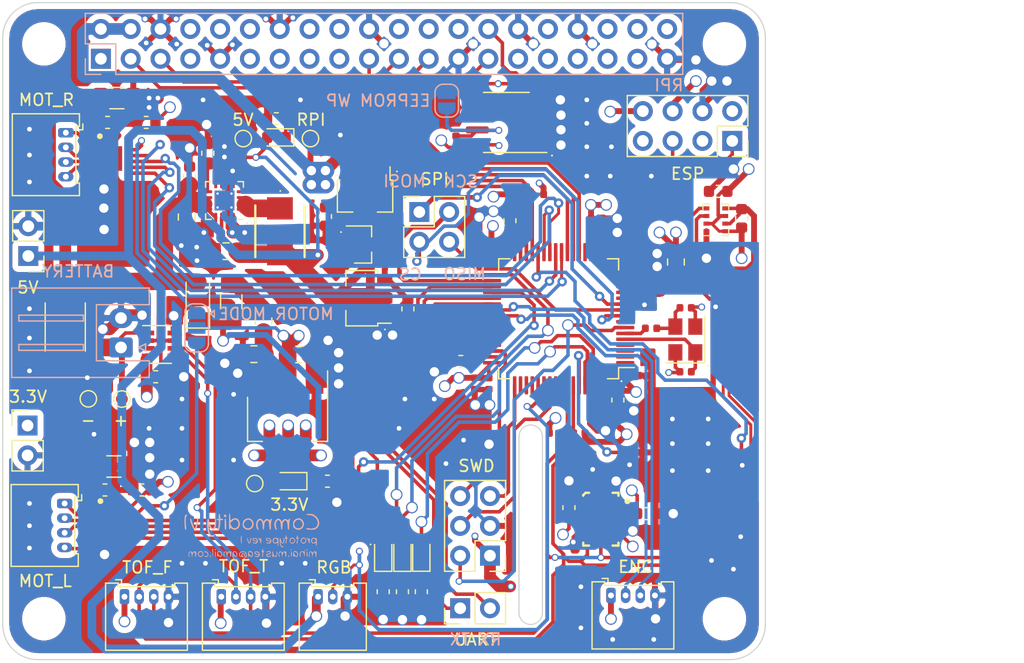
<source format=kicad_pcb>
(kicad_pcb (version 20171130) (host pcbnew 5.1.5+dfsg1-2build2)
  (layers (0 F.Cu signal) (1 In1.Cu power) (2 In2.Cu power) (31 B.Cu signal) (34 B.Paste user) (35 F.Paste user) (36 B.SilkS user) (37 F.SilkS user) (38 B.Mask user) (39 F.Mask user) (44 Edge.Cuts user))
  (net 0 "")
  (net 1 GND)
  (net 2 +3V3)
  (net 3 +3.3VA)
  (net 4 "Net-(C13-Pad2)")
  (net 5 "Net-(C14-Pad2)")
  (net 6 HSE_IN)
  (net 7 INA_VIN-)
  (net 8 "Net-(C24-Pad2)")
  (net 9 TPS_SS)
  (net 10 LED_1)
  (net 11 "Net-(D1-Pad1)")
  (net 12 "Net-(D3-Pad1)")
  (net 13 "Net-(F1-Pad2)")
  (net 14 SWDIO)
  (net 15 SWCLK)
  (net 16 NRST)
  (net 17 UART2_TX)
  (net 18 "Net-(J3-Pad2)")
  (net 19 "Net-(J3-Pad3)")
  (net 20 UART2_RX)
  (net 21 "Net-(J3-Pad7)")
  (net 22 I2C1_SCL)
  (net 23 I2C1_SDA)
  (net 24 RPI_3.3V)
  (net 25 RPI_5V)
  (net 26 I2C2_SDA)
  (net 27 I2C2_SCL)
  (net 28 "Net-(J12-Pad7)")
  (net 29 "Net-(J12-Pad8)")
  (net 30 "Net-(J12-Pad10)")
  (net 31 "Net-(J12-Pad11)")
  (net 32 "Net-(J12-Pad12)")
  (net 33 "Net-(J12-Pad13)")
  (net 34 "Net-(J12-Pad15)")
  (net 35 "Net-(J12-Pad16)")
  (net 36 "Net-(J12-Pad17)")
  (net 37 "Net-(J12-Pad18)")
  (net 38 SPI2_MOSI)
  (net 39 SPI2_MISO)
  (net 40 "Net-(J12-Pad22)")
  (net 41 SPI2_SCK)
  (net 42 "Net-(J12-Pad24)")
  (net 43 "Net-(J12-Pad26)")
  (net 44 RPI_ID_SDA)
  (net 45 RPI_ID_SCL)
  (net 46 "Net-(J12-Pad29)")
  (net 47 "Net-(J12-Pad31)")
  (net 48 "Net-(J12-Pad32)")
  (net 49 "Net-(J12-Pad33)")
  (net 50 "Net-(J12-Pad35)")
  (net 51 "Net-(J12-Pad36)")
  (net 52 "Net-(J12-Pad37)")
  (net 53 "Net-(J12-Pad38)")
  (net 54 "Net-(J12-Pad40)")
  (net 55 RGB_STRIP)
  (net 56 MOT_RMODE)
  (net 57 MOT_LMODE)
  (net 58 "Net-(JP2-Pad2)")
  (net 59 "Net-(Q1-Pad1)")
  (net 60 "Net-(Q2-Pad1)")
  (net 61 BOOT0)
  (net 62 BOOT1)
  (net 63 HSE_OUT)
  (net 64 TPS_PG)
  (net 65 INA_VIN+)
  (net 66 "Net-(U1-Pad2)")
  (net 67 "Net-(U1-Pad3)")
  (net 68 "Net-(U1-Pad4)")
  (net 69 "Net-(U1-Pad8)")
  (net 70 "Net-(U1-Pad14)")
  (net 71 "Net-(U1-Pad15)")
  (net 72 SPI1_SCK)
  (net 73 SPI1_MISO)
  (net 74 SPI1_MOSI)
  (net 75 SPI1_CS)
  (net 76 UART1_TX)
  (net 77 UART1_RX)
  (net 78 "Net-(U1-Pad44)")
  (net 79 "Net-(U1-Pad45)")
  (net 80 "Net-(U1-Pad50)")
  (net 81 "Net-(U1-Pad51)")
  (net 82 "Net-(U1-Pad52)")
  (net 83 "Net-(U1-Pad54)")
  (net 84 SWO)
  (net 85 TPS_VOS)
  (net 86 TPS_SW)
  (net 87 "Net-(J4-Pad4)")
  (net 88 "Net-(J4-Pad3)")
  (net 89 "Net-(J4-Pad2)")
  (net 90 "Net-(J4-Pad1)")
  (net 91 "Net-(J5-Pad4)")
  (net 92 "Net-(J5-Pad3)")
  (net 93 "Net-(J5-Pad2)")
  (net 94 "Net-(J5-Pad1)")
  (net 95 MOT_RF_DIR)
  (net 96 MOT_RF_PWM)
  (net 97 MOT_RB_DIR)
  (net 98 MOT_RB_PWM)
  (net 99 MOT_LF_DIR)
  (net 100 MOT_LF_PWM)
  (net 101 MOT_LB_DIR)
  (net 102 MOT_LB_PWM)
  (net 103 ENC_R)
  (net 104 ENC_L)
  (net 105 "Net-(IC1-Pad19)")
  (net 106 "Net-(IC1-Pad18)")
  (net 107 "Net-(IC1-Pad16)")
  (net 108 "Net-(IC1-Pad15)")
  (net 109 "Net-(IC1-Pad14)")
  (net 110 "Net-(IC1-Pad10)")
  (net 111 "Net-(IC1-Pad8)")
  (net 112 "Net-(IC1-Pad5)")
  (net 113 "Net-(IC1-Pad2)")
  (net 114 "Net-(IC1-Pad1)")
  (net 115 LED_2)
  (net 116 "Net-(D4-Pad1)")
  (net 117 LED_3)
  (net 118 "Net-(D5-Pad1)")
  (net 119 "Net-(D6-Pad1)")
  (net 120 "Net-(C16-Pad1)")
  (net 121 SPI2_CS)
  (net 122 "Net-(U1-Pad41)")
  (net 123 "Net-(D2-Pad1)")
  (net 124 PB5)
  (net 125 PB4)
  (module lib:Logo (layer B.Cu) (at 66.45 82.5 180)
    (fp_text reference G*** hide)
    (fp_text value LOGO hide)
  )
  (module Resistor_SMD:R_2512_6332Metric_Pad1.52x3.35mm_HandSolder (layer F.Cu) (at 51.05 64.3625 270)
    (fp_text reference R18)
    (fp_text value 0.01)
    (pad 2 smd roundrect (at 2.9875 0 270) (size 1.525 3.35) (layers F.Cu F.Paste F.Mask) (roundrect_rratio 0.163934) (net 65 INA_VIN+))
    (pad 1 smd roundrect (at -2.9875 0 270) (size 1.525 3.35) (layers F.Cu F.Paste F.Mask) (roundrect_rratio 0.163934) (net 7 INA_VIN-))
  )
  (module Connector_PinHeader_2.54mm:PinHeader_2x02_P2.54mm_Vertical (layer F.Cu) (at 81.23 54.56)
    (fp_text reference J11)
    (fp_text value SPI2)
    (pad 4 thru_hole oval (at 2.54 2.54) (size 1.7 1.7) (drill 1) (layers *.Cu *.Mask) (net 39 SPI2_MISO))
    (pad 3 thru_hole oval (at 0 2.54) (size 1.7 1.7) (drill 1) (layers *.Cu *.Mask) (net 121 SPI2_CS))
    (pad 2 thru_hole oval (at 2.54 0) (size 1.7 1.7) (drill 1) (layers *.Cu *.Mask) (net 41 SPI2_SCK))
    (pad 1 thru_hole rect (at 0 0) (size 1.7 1.7) (drill 1) (layers *.Cu *.Mask) (net 38 SPI2_MOSI))
  )
  (module TestPoint:TestPoint_Pad_D1.0mm (layer F.Cu) (at 53.02 70.48)
    (fp_text reference TP5)
    (fp_text value GND)
    (pad 1 smd circle (at 0 0) (size 1 1) (layers F.Cu F.Mask) (net 1 GND))
  )
  (module MountingHole:MountingHole_2.7mm_M2.5 (layer F.Cu) (at 49.23 89.22)
    (fp_text reference H4)
    (fp_text value MountingHole)
    (pad 1 np_thru_hole circle (at 0 0) (size 2.7 2.7) (drill 2.7) (layers *.Cu *.Mask))
  )
  (module MountingHole:MountingHole_2.7mm_M2.5 (layer F.Cu) (at 49.23 40.23)
    (fp_text reference H3)
    (fp_text value MountingHole)
    (pad 1 np_thru_hole circle (at 0 0) (size 2.7 2.7) (drill 2.7) (layers *.Cu *.Mask))
  )
  (module MountingHole:MountingHole_2.7mm_M2.5 (layer F.Cu) (at 107.23 89.23)
    (fp_text reference H2)
    (fp_text value MountingHole)
    (pad 1 np_thru_hole circle (at 0 0) (size 2.7 2.7) (drill 2.7) (layers *.Cu *.Mask))
  )
  (module MountingHole:MountingHole_2.7mm_M2.5 (layer F.Cu) (at 107.23 40.23)
    (fp_text reference H1)
    (fp_text value MountingHole)
    (pad 1 np_thru_hole circle (at 0 0) (size 2.7 2.7) (drill 2.7) (layers *.Cu *.Mask))
  )
  (module Package_LGA:Bosch_LGA-8_2x2.5mm_P0.65mm_ClockwisePinNumbering (layer F.Cu) (at 106.5 55.225 90)
    (fp_text reference U8)
    (fp_text value BMP280)
    (pad 8 smd rect (at -0.975 0.8 180) (size 0.5 0.35) (layers F.Cu F.Paste F.Mask) (net 2 +3V3))
    (pad 2 smd rect (at -0.325 -0.8 180) (size 0.5 0.35) (layers F.Cu F.Paste F.Mask) (net 2 +3V3))
    (pad 3 smd rect (at 0.325 -0.8 180) (size 0.5 0.35) (layers F.Cu F.Paste F.Mask) (net 23 I2C1_SDA))
    (pad 4 smd rect (at 0.975 -0.8 180) (size 0.5 0.35) (layers F.Cu F.Paste F.Mask) (net 22 I2C1_SCL))
    (pad 7 smd rect (at -0.325 0.8 180) (size 0.5 0.35) (layers F.Cu F.Paste F.Mask) (net 1 GND))
    (pad 6 smd rect (at 0.325 0.8 180) (size 0.5 0.35) (layers F.Cu F.Paste F.Mask) (net 2 +3V3))
    (pad 5 smd rect (at 0.975 0.8 180) (size 0.5 0.35) (layers F.Cu F.Paste F.Mask) (net 1 GND))
    (pad 1 smd rect (at -0.975 -0.8 180) (size 0.5 0.35) (layers F.Cu F.Paste F.Mask) (net 1 GND))
  )
  (module Capacitor_SMD:C_0603_1608Metric (layer F.Cu) (at 106.7 52.8 180)
    (fp_text reference C32)
    (fp_text value 100n)
    (pad 2 smd roundrect (at 0.7875 0 180) (size 0.875 0.95) (layers F.Cu F.Paste F.Mask) (net 1 GND))
    (pad 1 smd roundrect (at -0.7875 0 180) (size 0.875 0.95) (layers F.Cu F.Paste F.Mask) (net 2 +3V3))
  )
  (module Capacitor_SMD:C_0603_1608Metric (layer F.Cu) (at 108.7 55.1 90)
    (fp_text reference C31)
    (fp_text value 100n)
    (pad 2 smd roundrect (at 0.7875 0 90) (size 0.875 0.95) (layers F.Cu F.Paste F.Mask) (net 1 GND))
    (pad 1 smd roundrect (at -0.7875 0 90) (size 0.875 0.95) (layers F.Cu F.Paste F.Mask) (net 2 +3V3))
  )
  (module Connector_PinHeader_2.54mm:PinHeader_1x02_P2.54mm_Vertical (layer F.Cu) (at 47.84 72.76)
    (fp_text reference J7)
    (fp_text value 3.3V)
    (pad 2 thru_hole oval (at 0 2.54) (size 1.7 1.7) (drill 1) (layers *.Cu *.Mask) (net 1 GND))
    (pad 1 thru_hole rect (at 0 0) (size 1.7 1.7) (drill 1) (layers *.Cu *.Mask) (net 2 +3V3))
  )
  (module Connector_PinHeader_2.54mm:PinHeader_1x02_P2.54mm_Vertical (layer F.Cu) (at 47.9 58.31 180)
    (fp_text reference J6)
    (fp_text value 5V)
    (pad 2 thru_hole oval (at 0 2.54 180) (size 1.7 1.7) (drill 1) (layers *.Cu *.Mask) (net 1 GND))
    (pad 1 thru_hole rect (at 0 0 180) (size 1.7 1.7) (drill 1) (layers *.Cu *.Mask) (net 85 TPS_VOS))
  )
  (module Resistor_SMD:R_0603_1608Metric (layer F.Cu) (at 69.0425 46.61)
    (fp_text reference R14)
    (fp_text value 680)
    (pad 2 smd roundrect (at 0.7875 0) (size 0.875 0.95) (layers F.Cu F.Paste F.Mask) (net 119 "Net-(D6-Pad1)"))
    (pad 1 smd roundrect (at -0.7875 0) (size 0.875 0.95) (layers F.Cu F.Paste F.Mask) (net 1 GND))
  )
  (module Resistor_SMD:R_0603_1608Metric (layer F.Cu) (at 81.4 86.92 90)
    (fp_text reference R13)
    (fp_text value 330)
    (pad 2 smd roundrect (at 0.7875 0 90) (size 0.875 0.95) (layers F.Cu F.Paste F.Mask) (net 118 "Net-(D5-Pad1)"))
    (pad 1 smd roundrect (at -0.7875 0 90) (size 0.875 0.95) (layers F.Cu F.Paste F.Mask) (net 1 GND))
  )
  (module Resistor_SMD:R_0603_1608Metric (layer F.Cu) (at 78.15 86.92 90)
    (fp_text reference R12)
    (fp_text value 100)
    (pad 2 smd roundrect (at 0.7875 0 90) (size 0.875 0.95) (layers F.Cu F.Paste F.Mask) (net 116 "Net-(D4-Pad1)"))
    (pad 1 smd roundrect (at -0.7875 0 90) (size 0.875 0.95) (layers F.Cu F.Paste F.Mask) (net 1 GND))
  )
  (module LED_SMD:LED_0603_1608Metric (layer F.Cu) (at 69.0525 48.2 180)
    (fp_text reference D6)
    (fp_text value Red)
    (pad 2 smd roundrect (at 0.7875 0 180) (size 0.875 0.95) (layers F.Cu F.Paste F.Mask) (net 85 TPS_VOS))
    (pad 1 smd roundrect (at -0.7875 0 180) (size 0.875 0.95) (layers F.Cu F.Paste F.Mask) (net 119 "Net-(D6-Pad1)"))
  )
  (module LED_SMD:LED_0603_1608Metric (layer F.Cu) (at 81.4 83.69 90)
    (fp_text reference D5)
    (fp_text value Red)
    (pad 2 smd roundrect (at 0.7875 0 90) (size 0.875 0.95) (layers F.Cu F.Paste F.Mask) (net 117 LED_3))
    (pad 1 smd roundrect (at -0.7875 0 90) (size 0.875 0.95) (layers F.Cu F.Paste F.Mask) (net 118 "Net-(D5-Pad1)"))
  )
  (module LED_SMD:LED_0603_1608Metric (layer F.Cu) (at 78.15 83.7 90)
    (fp_text reference D4)
    (fp_text value Blue)
    (pad 2 smd roundrect (at 0.7875 0 90) (size 0.875 0.95) (layers F.Cu F.Paste F.Mask) (net 10 LED_1))
    (pad 1 smd roundrect (at -0.7875 0 90) (size 0.875 0.95) (layers F.Cu F.Paste F.Mask) (net 116 "Net-(D4-Pad1)"))
  )
  (module lib:LGA_PACKAGE_20_PINS (layer F.Cu) (at 96.7 80.74)
    (fp_text reference IC1)
    (fp_text value BMX055 hide)
    (pad 20 smd rect (at 0.5 -1.9) (size 0.3 0.6) (layers F.Cu F.Paste F.Mask) (net 1 GND))
    (pad 19 smd rect (at 0 -1.9) (size 0.3 0.6) (layers F.Cu F.Paste F.Mask) (net 105 "Net-(IC1-Pad19)"))
    (pad 18 smd rect (at -0.5 -1.9) (size 0.3 0.6) (layers F.Cu F.Paste F.Mask) (net 106 "Net-(IC1-Pad18)"))
    (pad 17 smd rect (at -1.15 -1.5 90) (size 0.3 0.6) (layers F.Cu F.Paste F.Mask) (net 1 GND))
    (pad 16 smd rect (at -1.15 -1 90) (size 0.3 0.6) (layers F.Cu F.Paste F.Mask) (net 107 "Net-(IC1-Pad16)"))
    (pad 15 smd rect (at -1.15 -0.5 90) (size 0.3 0.6) (layers F.Cu F.Paste F.Mask) (net 108 "Net-(IC1-Pad15)"))
    (pad 14 smd rect (at -1.15 0 90) (size 0.3 0.6) (layers F.Cu F.Paste F.Mask) (net 109 "Net-(IC1-Pad14)"))
    (pad 13 smd rect (at -1.15 0.5 90) (size 0.3 0.6) (layers F.Cu F.Paste F.Mask) (net 2 +3V3))
    (pad 12 smd rect (at -1.15 1 90) (size 0.3 0.6) (layers F.Cu F.Paste F.Mask) (net 1 GND))
    (pad 11 smd rect (at -1.15 1.5 90) (size 0.3 0.6) (layers F.Cu F.Paste F.Mask) (net 23 I2C1_SDA))
    (pad 10 smd rect (at -0.5 1.9) (size 0.3 0.6) (layers F.Cu F.Paste F.Mask) (net 110 "Net-(IC1-Pad10)"))
    (pad 9 smd rect (at 0 1.9) (size 0.3 0.6) (layers F.Cu F.Paste F.Mask) (net 22 I2C1_SCL))
    (pad 8 smd rect (at 0.5 1.9) (size 0.3 0.6) (layers F.Cu F.Paste F.Mask) (net 111 "Net-(IC1-Pad8)"))
    (pad 7 smd rect (at 1.15 1.5 90) (size 0.3 0.6) (layers F.Cu F.Paste F.Mask) (net 2 +3V3))
    (pad 6 smd rect (at 1.15 1 90) (size 0.3 0.6) (layers F.Cu F.Paste F.Mask) (net 1 GND))
    (pad 5 smd rect (at 1.15 0.5 90) (size 0.3 0.6) (layers F.Cu F.Paste F.Mask) (net 112 "Net-(IC1-Pad5)"))
    (pad 4 smd rect (at 1.15 0 90) (size 0.3 0.6) (layers F.Cu F.Paste F.Mask) (net 1 GND))
    (pad 3 smd rect (at 1.15 -0.5 90) (size 0.3 0.6) (layers F.Cu F.Paste F.Mask) (net 2 +3V3))
    (pad 2 smd rect (at 1.15 -1 90) (size 0.3 0.6) (layers F.Cu F.Paste F.Mask) (net 113 "Net-(IC1-Pad2)"))
    (pad 1 smd rect (at 1.15 -1.5 90) (size 0.3 0.6) (layers F.Cu F.Paste F.Mask) (net 114 "Net-(IC1-Pad1)"))
  )
  (module Capacitor_SMD:C_0603_1608Metric (layer F.Cu) (at 93.98 79.756 90)
    (fp_text reference C30)
    (fp_text value 100n)
    (pad 2 smd roundrect (at 0.7875 0 90) (size 0.875 0.95) (layers F.Cu F.Paste F.Mask) (net 1 GND))
    (pad 1 smd roundrect (at -0.7875 0 90) (size 0.875 0.95) (layers F.Cu F.Paste F.Mask) (net 2 +3V3))
  )
  (module Capacitor_SMD:C_0603_1608Metric (layer F.Cu) (at 100.584 80.264)
    (fp_text reference C23)
    (fp_text value 100n)
    (pad 2 smd roundrect (at 0.7875 0) (size 0.875 0.95) (layers F.Cu F.Paste F.Mask) (net 1 GND))
    (pad 1 smd roundrect (at -0.7875 0) (size 0.875 0.95) (layers F.Cu F.Paste F.Mask) (net 2 +3V3))
  )
  (module Capacitor_SMD:C_0603_1608Metric (layer F.Cu) (at 54.6625 46.925)
    (fp_text reference C22)
    (fp_text value 100n)
    (pad 2 smd roundrect (at 0.7875 0) (size 0.875 0.95) (layers F.Cu F.Paste F.Mask) (net 1 GND))
    (pad 1 smd roundrect (at -0.7875 0) (size 0.875 0.95) (layers F.Cu F.Paste F.Mask) (net 7 INA_VIN-))
  )
  (module Connector_Molex:Molex_PicoBlade_53048-0310_1x03_P1.25mm_Horizontal (layer F.Cu) (at 72.6 87.35)
    (fp_text reference J18)
    (fp_text value "RGB Strip Header")
    (pad 3 thru_hole oval (at 2.5 0) (size 0.8 1.3) (drill 0.5) (layers *.Cu *.Mask) (net 1 GND))
    (pad 2 thru_hole oval (at 1.25 0) (size 0.8 1.3) (drill 0.5) (layers *.Cu *.Mask) (net 55 RGB_STRIP))
    (pad 1 thru_hole roundrect (at 0 0) (size 0.8 1.3) (drill 0.5) (layers *.Cu *.Mask) (net 85 TPS_VOS))
  )
  (module TestPoint:TestPoint_Pad_D1.0mm (layer F.Cu) (at 71.95 48.3)
    (fp_text reference TP4)
    (fp_text value "RPI 5V")
    (pad 1 smd circle (at 0 0) (size 1 1) (layers F.Cu F.Mask) (net 25 RPI_5V))
  )
  (module Connector_Molex:Molex_PicoBlade_53048-0410_1x04_P1.25mm_Horizontal (layer F.Cu) (at 51 79.4 270)
    (fp_text reference J4)
    (fp_text value MOT_L)
    (pad 4 thru_hole oval (at 3.75 0 270) (size 0.8 1.3) (drill 0.5) (layers *.Cu *.Mask) (net 87 "Net-(J4-Pad4)"))
    (pad 3 thru_hole oval (at 2.5 0 270) (size 0.8 1.3) (drill 0.5) (layers *.Cu *.Mask) (net 88 "Net-(J4-Pad3)"))
    (pad 2 thru_hole oval (at 1.25 0 270) (size 0.8 1.3) (drill 0.5) (layers *.Cu *.Mask) (net 89 "Net-(J4-Pad2)"))
    (pad 1 thru_hole roundrect (at 0 0 270) (size 0.8 1.3) (drill 0.5) (layers *.Cu *.Mask) (net 90 "Net-(J4-Pad1)"))
  )
  (module Resistor_SMD:R_0603_1608Metric (layer F.Cu) (at 73.2296 54.9425 270)
    (fp_text reference R22)
    (fp_text value 47k)
    (pad 2 smd roundrect (at 0.7875 0 270) (size 0.875 0.95) (layers F.Cu F.Paste F.Mask) (net 1 GND))
    (pad 1 smd roundrect (at -0.7875 0 270) (size 0.875 0.95) (layers F.Cu F.Paste F.Mask) (net 59 "Net-(Q1-Pad1)"))
  )
  (module Package_TO_SOT_SMD:SOT-23 (layer F.Cu) (at 76.4046 57.33)
    (fp_text reference Q1)
    (fp_text value SI2301CDS-T1-GE3)
    (pad 3 smd rect (at 1 0) (size 0.9 0.8) (layers F.Cu F.Paste F.Mask) (net 85 TPS_VOS))
    (pad 2 smd rect (at -1 0.95) (size 0.9 0.8) (layers F.Cu F.Paste F.Mask) (net 25 RPI_5V))
    (pad 1 smd rect (at -1 -0.95) (size 0.9 0.8) (layers F.Cu F.Paste F.Mask) (net 59 "Net-(Q1-Pad1)"))
  )
  (module Resistor_SMD:R_0603_1608Metric (layer F.Cu) (at 80.2546 62.8175 270)
    (fp_text reference R21)
    (fp_text value 10k)
    (pad 2 smd roundrect (at 0.7875 0 270) (size 0.875 0.95) (layers F.Cu F.Paste F.Mask) (net 1 GND))
    (pad 1 smd roundrect (at -0.7875 0 270) (size 0.875 0.95) (layers F.Cu F.Paste F.Mask) (net 60 "Net-(Q2-Pad1)"))
  )
  (module Package_TO_SOT_SMD:SOT-89-3 (layer F.Cu) (at 76.6046 52.905 270)
    (fp_text reference Q3)
    (fp_text value B772)
    (pad 2 smd custom (at -1.5625 0 270) (size 1.475 0.9) (layers F.Cu F.Paste F.Mask) (net 25 RPI_5V) (options (clearance outline) (anchor rect)) (primitives (gr_poly (pts (xy 0.7375 -0.8665) (xy 3.8625 -0.8665) (xy 3.8625 0.8665) (xy 0.7375 0.8665)) (width 0))))
    (pad 3 smd rect (at -1.65 1.5 270) (size 1.3 0.9) (layers F.Cu F.Paste F.Mask) (net 59 "Net-(Q1-Pad1)"))
    (pad 1 smd rect (at -1.65 -1.5 270) (size 1.3 0.9) (layers F.Cu F.Paste F.Mask) (net 60 "Net-(Q2-Pad1)"))
  )
  (module Package_TO_SOT_SMD:SOT-89-3 (layer F.Cu) (at 76.6296 61.905 180)
    (fp_text reference Q2)
    (fp_text value B772)
    (pad 2 smd custom (at -1.5625 0 180) (size 1.475 0.9) (layers F.Cu F.Paste F.Mask) (net 85 TPS_VOS) (options (clearance outline) (anchor rect)) (primitives (gr_poly (pts (xy 0.7375 -0.8665) (xy 3.8625 -0.8665) (xy 3.8625 0.8665) (xy 0.7375 0.8665)) (width 0))))
    (pad 3 smd rect (at -1.65 1.5 180) (size 1.3 0.9) (layers F.Cu F.Paste F.Mask) (net 60 "Net-(Q2-Pad1)"))
    (pad 1 smd rect (at -1.65 -1.5 180) (size 1.3 0.9) (layers F.Cu F.Paste F.Mask) (net 60 "Net-(Q2-Pad1)"))
  )
  (module Jumper:SolderJumper-3_P1.3mm_Open_RoundedPad1.0x1.5mm (layer B.Cu) (at 62.2554 64.4398 270)
    (fp_text reference JP1)
    (fp_text value MOT_MODE)
    (pad 2 smd rect (at 0 0 270) (size 1 1.5) (layers B.Cu B.Mask) (net 2 +3V3))
    (pad 3 smd custom (at 1.3 0 270) (size 1 0.5) (layers B.Cu B.Mask) (net 57 MOT_LMODE) (options (clearance outline) (anchor rect)) (primitives (gr_circle (center 0 -0.25) (end 0.5 -0.25) (width 0)) (gr_circle (center 0 0.25) (end 0.5 0.25) (width 0)) (gr_poly (pts (xy -0.55 0.75) (xy 0 0.75) (xy 0 -0.75) (xy -0.55 -0.75)) (width 0))))
    (pad 1 smd custom (at -1.3 0 270) (size 1 0.5) (layers B.Cu B.Mask) (net 56 MOT_RMODE) (options (clearance outline) (anchor rect)) (primitives (gr_circle (center 0 -0.25) (end 0.5 -0.25) (width 0)) (gr_circle (center 0 0.25) (end 0.5 0.25) (width 0)) (gr_poly (pts (xy 0.55 0.75) (xy 0 0.75) (xy 0 -0.75) (xy 0.55 -0.75)) (width 0))))
  )
  (module Resistor_SMD:R_0402_1005Metric (layer F.Cu) (at 89.5755 43.6245 180)
    (fp_text reference R19)
    (fp_text value 3.9k)
    (pad 2 smd roundrect (at 0.485 0 180) (size 0.59 0.64) (layers F.Cu F.Paste F.Mask) (net 2 +3V3))
    (pad 1 smd roundrect (at -0.485 0 180) (size 0.59 0.64) (layers F.Cu F.Paste F.Mask) (net 45 RPI_ID_SCL))
  )
  (module Capacitor_SMD:C_0603_1608Metric (layer F.Cu) (at 57.5875 78.25)
    (fp_text reference C19)
    (fp_text value 100n)
    (pad 2 smd roundrect (at 0.7875 0) (size 0.875 0.95) (layers F.Cu F.Paste F.Mask) (net 2 +3V3))
    (pad 1 smd roundrect (at -0.7875 0) (size 0.875 0.95) (layers F.Cu F.Paste F.Mask) (net 1 GND))
  )
  (module Crystal:Crystal_SMD_3225-4Pin_3.2x2.5mm (layer F.Cu) (at 103.9 65.425 90)
    (fp_text reference HSE1)
    (fp_text value 16MHz)
    (pad 4 smd rect (at -1.1 -0.85 90) (size 1.4 1.2) (layers F.Cu F.Paste F.Mask) (net 1 GND))
    (pad 3 smd rect (at 1.1 -0.85 90) (size 1.4 1.2) (layers F.Cu F.Paste F.Mask) (net 120 "Net-(C16-Pad1)"))
    (pad 2 smd rect (at 1.1 0.85 90) (size 1.4 1.2) (layers F.Cu F.Paste F.Mask) (net 1 GND))
    (pad 1 smd rect (at -1.1 0.85 90) (size 1.4 1.2) (layers F.Cu F.Paste F.Mask) (net 6 HSE_IN))
  )
  (module Capacitor_SMD:C_1206_3216Metric (layer F.Cu) (at 55.45 44.85)
    (fp_text reference C18)
    (fp_text value 10u)
    (pad 2 smd roundrect (at 1.4 0) (size 1.25 1.75) (layers F.Cu F.Paste F.Mask) (roundrect_rratio 0.2) (net 1 GND))
    (pad 1 smd roundrect (at -1.4 0) (size 1.25 1.75) (layers F.Cu F.Paste F.Mask) (roundrect_rratio 0.2) (net 7 INA_VIN-))
  )
  (module Capacitor_SMD:C_0805_2012Metric (layer F.Cu) (at 61.4 54.9875 270)
    (fp_text reference C26)
    (fp_text value 10u)
    (pad 2 smd roundrect (at 0.9375 0 270) (size 0.975 1.4) (layers F.Cu F.Paste F.Mask) (net 1 GND))
    (pad 1 smd roundrect (at -0.9375 0 270) (size 0.975 1.4) (layers F.Cu F.Paste F.Mask) (net 7 INA_VIN-))
  )
  (module Package_DFN_QFN:VQFN-16-1EP_3x3mm_P0.5mm_EP1.68x1.68mm_ThermalVias (layer F.Cu) (at 64.625 53.58 180)
    (fp_text reference U6)
    (fp_text value TPS62133)
    (pad 17 smd rect (at 0 0 180) (size 1.68 1.68) (layers B.Cu) (net 1 GND))
    (pad 17 thru_hole circle (at 0.59 0.59 180) (size 0.5 0.5) (drill 0.2) (layers *.Cu) (net 1 GND))
    (pad 17 thru_hole circle (at -0.59 0.59 180) (size 0.5 0.5) (drill 0.2) (layers *.Cu) (net 1 GND))
    (pad 17 thru_hole circle (at 0.59 -0.59 180) (size 0.5 0.5) (drill 0.2) (layers *.Cu) (net 1 GND))
    (pad 17 thru_hole circle (at -0.59 -0.59 180) (size 0.5 0.5) (drill 0.2) (layers *.Cu) (net 1 GND))
    (pad 17 smd rect (at 0 0 180) (size 1.68 1.68) (layers F.Cu F.Mask) (net 1 GND))
    (pad 16 smd roundrect (at -0.75 -1.4625 180) (size 0.25 0.825) (layers F.Cu F.Paste F.Mask) (net 1 GND))
    (pad 15 smd roundrect (at -0.25 -1.4625 180) (size 0.25 0.825) (layers F.Cu F.Paste F.Mask) (net 1 GND))
    (pad 14 smd roundrect (at 0.25 -1.4625 180) (size 0.25 0.825) (layers F.Cu F.Paste F.Mask) (net 85 TPS_VOS))
    (pad 13 smd roundrect (at 0.75 -1.4625 180) (size 0.25 0.825) (layers F.Cu F.Paste F.Mask) (net 7 INA_VIN-))
    (pad 12 smd roundrect (at 1.4625 -0.75 180) (size 0.825 0.25) (layers F.Cu F.Paste F.Mask) (net 7 INA_VIN-))
    (pad 11 smd roundrect (at 1.4625 -0.25 180) (size 0.825 0.25) (layers F.Cu F.Paste F.Mask) (net 7 INA_VIN-))
    (pad 10 smd roundrect (at 1.4625 0.25 180) (size 0.825 0.25) (layers F.Cu F.Paste F.Mask) (net 7 INA_VIN-))
    (pad 9 smd roundrect (at 1.4625 0.75 180) (size 0.825 0.25) (layers F.Cu F.Paste F.Mask) (net 9 TPS_SS))
    (pad 8 smd roundrect (at 0.75 1.4625 180) (size 0.25 0.825) (layers F.Cu F.Paste F.Mask) (net 1 GND))
    (pad 7 smd roundrect (at 0.25 1.4625 180) (size 0.25 0.825) (layers F.Cu F.Paste F.Mask) (net 85 TPS_VOS))
    (pad 6 smd roundrect (at -0.25 1.4625 180) (size 0.25 0.825) (layers F.Cu F.Paste F.Mask) (net 1 GND))
    (pad 5 smd roundrect (at -0.75 1.4625 180) (size 0.25 0.825) (layers F.Cu F.Paste F.Mask) (net 1 GND))
    (pad 4 smd roundrect (at -1.4625 0.75 180) (size 0.825 0.25) (layers F.Cu F.Paste F.Mask) (net 64 TPS_PG))
    (pad 3 smd roundrect (at -1.4625 0.25 180) (size 0.825 0.25) (layers F.Cu F.Paste F.Mask) (net 86 TPS_SW))
    (pad 2 smd roundrect (at -1.4625 -0.25 180) (size 0.825 0.25) (layers F.Cu F.Paste F.Mask) (net 86 TPS_SW))
    (pad 1 smd roundrect (at -1.4625 -0.75 180) (size 0.825 0.25) (layers F.Cu F.Paste F.Mask) (net 86 TPS_SW))
  )
  (module TestPoint:TestPoint_Pad_D1.0mm (layer F.Cu) (at 66.225 48.3)
    (fp_text reference TP3)
    (fp_text value 5V)
    (pad 1 smd circle (at 0 0) (size 1 1) (layers F.Cu F.Mask) (net 85 TPS_VOS))
  )
  (module Connector_PinHeader_2.54mm:PinHeader_2x03_P2.54mm_Vertical (layer F.Cu) (at 87.25 83.85 180)
    (fp_text reference J1)
    (fp_text value "SWD Header")
    (pad 6 thru_hole oval (at 2.54 5.08 180) (size 1.7 1.7) (drill 1) (layers *.Cu *.Mask) (net 14 SWDIO))
    (pad 5 thru_hole oval (at 0 5.08 180) (size 1.7 1.7) (drill 1) (layers *.Cu *.Mask) (net 15 SWCLK))
    (pad 4 thru_hole oval (at 2.54 2.54 180) (size 1.7 1.7) (drill 1) (layers *.Cu *.Mask) (net 84 SWO))
    (pad 3 thru_hole oval (at 0 2.54 180) (size 1.7 1.7) (drill 1) (layers *.Cu *.Mask) (net 1 GND))
    (pad 2 thru_hole oval (at 2.54 0 180) (size 1.7 1.7) (drill 1) (layers *.Cu *.Mask) (net 16 NRST))
    (pad 1 thru_hole rect (at 0 0 180) (size 1.7 1.7) (drill 1) (layers *.Cu *.Mask) (net 2 +3V3))
  )
  (module Connector_PinHeader_2.54mm:PinHeader_1x02_P2.54mm_Vertical (layer F.Cu) (at 84.71 88.33 90)
    (fp_text reference J10)
    (fp_text value UART)
    (pad 2 thru_hole oval (at 0 2.54 90) (size 1.7 1.7) (drill 1) (layers *.Cu *.Mask) (net 77 UART1_RX))
    (pad 1 thru_hole rect (at 0 0 90) (size 1.7 1.7) (drill 1) (layers *.Cu *.Mask) (net 76 UART1_TX))
  )
  (module Connector_Molex:Molex_PicoBlade_53048-0410_1x04_P1.25mm_Horizontal (layer F.Cu) (at 97.56 87.24)
    (fp_text reference J9)
    (fp_text value "ENC Header")
    (pad 4 thru_hole oval (at 3.75 0) (size 0.8 1.3) (drill 0.5) (layers *.Cu *.Mask) (net 1 GND))
    (pad 3 thru_hole oval (at 2.5 0) (size 0.8 1.3) (drill 0.5) (layers *.Cu *.Mask) (net 104 ENC_L))
    (pad 2 thru_hole oval (at 1.25 0) (size 0.8 1.3) (drill 0.5) (layers *.Cu *.Mask) (net 103 ENC_R))
    (pad 1 thru_hole roundrect (at 0 0) (size 0.8 1.3) (drill 0.5) (layers *.Cu *.Mask) (net 2 +3V3))
  )
  (module Capacitor_SMD:C_0402_1005Metric (layer F.Cu) (at 100.4754 61.019 270)
    (fp_text reference C12)
    (fp_text value 10n)
    (pad 2 smd roundrect (at 0.485 0 270) (size 0.59 0.64) (layers F.Cu F.Paste F.Mask) (net 3 +3.3VA))
    (pad 1 smd roundrect (at -0.485 0 270) (size 0.59 0.64) (layers F.Cu F.Paste F.Mask) (net 1 GND))
  )
  (module Connector_Molex:Molex_PicoBlade_53048-0410_1x04_P1.25mm_Horizontal (layer F.Cu) (at 56.1 87.35)
    (fp_text reference J20)
    (fp_text value "TOF_FRONT Header")
    (pad 4 thru_hole oval (at 3.75 0) (size 0.8 1.3) (drill 0.5) (layers *.Cu *.Mask) (net 1 GND))
    (pad 3 thru_hole oval (at 2.5 0) (size 0.8 1.3) (drill 0.5) (layers *.Cu *.Mask) (net 22 I2C1_SCL))
    (pad 2 thru_hole oval (at 1.25 0) (size 0.8 1.3) (drill 0.5) (layers *.Cu *.Mask) (net 23 I2C1_SDA))
    (pad 1 thru_hole roundrect (at 0 0) (size 0.8 1.3) (drill 0.5) (layers *.Cu *.Mask) (net 2 +3V3))
  )
  (module Connector_JST:JST_XH_S2B-XH-A_1x02_P2.50mm_Horizontal (layer B.Cu) (at 55.8 66.1 90)
    (fp_text reference J8)
    (fp_text value BAT)
    (pad 2 thru_hole oval (at 2.5 0 90) (size 1.7 2) (drill 1) (layers *.Cu *.Mask) (net 1 GND))
    (pad 1 thru_hole roundrect (at 0 0 90) (size 1.7 2) (drill 1) (layers *.Cu *.Mask) (roundrect_rratio 0.147059) (net 65 INA_VIN+))
  )
  (module Package_TO_SOT_SMD:SOT-223-3_TabPin2 (layer F.Cu) (at 70 72.2 270)
    (fp_text reference U5)
    (fp_text value AMS1117-3.3)
    (pad 1 smd rect (at -3.15 -2.3 270) (size 2 1.5) (layers F.Cu F.Paste F.Mask) (net 1 GND))
    (pad 3 smd rect (at -3.15 2.3 270) (size 2 1.5) (layers F.Cu F.Paste F.Mask) (net 8 "Net-(C24-Pad2)"))
    (pad 2 smd rect (at -3.15 0 270) (size 2 1.5) (layers F.Cu F.Paste F.Mask) (net 2 +3V3))
    (pad 2 smd rect (at 3.15 0 270) (size 2 3.8) (layers F.Cu F.Paste F.Mask) (net 2 +3V3))
  )
  (module Package_TO_SOT_SMD:SOT-23-8 (layer F.Cu) (at 59.2 65.85)
    (fp_text reference U4)
    (fp_text value INA219AIDCNR)
    (pad 8 smd rect (at 1.1 -0.98) (size 1.06 0.4) (layers F.Cu F.Paste F.Mask) (net 1 GND))
    (pad 7 smd rect (at 1.1 -0.33) (size 1.06 0.4) (layers F.Cu F.Paste F.Mask) (net 1 GND))
    (pad 6 smd rect (at 1.1 0.33) (size 1.06 0.4) (layers F.Cu F.Paste F.Mask) (net 23 I2C1_SDA))
    (pad 5 smd rect (at 1.1 0.98) (size 1.06 0.4) (layers F.Cu F.Paste F.Mask) (net 22 I2C1_SCL))
    (pad 4 smd rect (at -1.1 0.98) (size 1.06 0.4) (layers F.Cu F.Paste F.Mask) (net 2 +3V3))
    (pad 3 smd rect (at -1.1 0.33) (size 1.06 0.4) (layers F.Cu F.Paste F.Mask) (net 1 GND))
    (pad 2 smd rect (at -1.1 -0.33) (size 1.06 0.4) (layers F.Cu F.Paste F.Mask) (net 7 INA_VIN-))
    (pad 1 smd rect (at -1.1 -0.98) (size 1.06 0.4) (layers F.Cu F.Paste F.Mask) (net 65 INA_VIN+))
  )
  (module TestPoint:TestPoint_Pad_D1.0mm (layer F.Cu) (at 55.88 70.5)
    (fp_text reference TP2)
    (fp_text value VBAT)
    (pad 1 smd circle (at 0 0) (size 1 1) (layers F.Cu F.Mask) (net 65 INA_VIN+))
  )
  (module TestPoint:TestPoint_Pad_D1.0mm (layer F.Cu) (at 67.2 77.7)
    (fp_text reference TP1)
    (fp_text value 3.3v)
    (pad 1 smd circle (at 0 0) (size 1 1) (layers F.Cu F.Mask) (net 2 +3V3))
  )
  (module Resistor_SMD:R_0603_1608Metric (layer F.Cu) (at 73.4 77.5 180)
    (fp_text reference R10)
    (fp_text value 330)
    (pad 2 smd roundrect (at 0.7875 0 180) (size 0.875 0.95) (layers F.Cu F.Paste F.Mask) (net 12 "Net-(D3-Pad1)"))
    (pad 1 smd roundrect (at -0.7875 0 180) (size 0.875 0.95) (layers F.Cu F.Paste F.Mask) (net 1 GND))
  )
  (module lib:INDPM4442X200N (layer F.Cu) (at 69.35 56.2 270)
    (fp_text reference L1)
    (fp_text value "2.2uH, 58mO" hide)
    (pad 2 smd rect (at 1.95 0 270) (size 1.9 2.2) (layers F.Cu F.Paste F.Mask) (net 85 TPS_VOS))
    (pad 1 smd rect (at -1.95 0 270) (size 1.9 2.2) (layers F.Cu F.Paste F.Mask) (net 86 TPS_SW))
  )
  (module Resistor_SMD:R_0805_2012Metric (layer F.Cu) (at 67.95 63.85 90)
    (fp_text reference FB2)
    (fp_text value "100 @ 100MHz")
    (pad 2 smd roundrect (at 0.9375 0 90) (size 0.975 1.4) (layers F.Cu F.Paste F.Mask) (net 13 "Net-(F1-Pad2)"))
    (pad 1 smd roundrect (at -0.9375 0 90) (size 0.975 1.4) (layers F.Cu F.Paste F.Mask) (net 8 "Net-(C24-Pad2)"))
  )
  (module Resistor_SMD:R_1206_3216Metric_Pad1.42x1.75mm_HandSolder (layer F.Cu) (at 65.2 62.2125 90)
    (fp_text reference F1)
    (fp_text value 800mA)
    (pad 2 smd roundrect (at 1.4875 0 90) (size 1.425 1.75) (layers F.Cu F.Paste F.Mask) (roundrect_rratio 0.175439) (net 13 "Net-(F1-Pad2)"))
    (pad 1 smd roundrect (at -1.4875 0 90) (size 1.425 1.75) (layers F.Cu F.Paste F.Mask) (roundrect_rratio 0.175439) (net 123 "Net-(D2-Pad1)"))
  )
  (module Diode_SMD:D_SOD-123 (layer F.Cu) (at 62.35 62.2 90)
    (fp_text reference D2)
    (fp_text value B5819W)
    (pad 2 smd rect (at 1.65 0 90) (size 0.9 1.2) (layers F.Cu F.Paste F.Mask) (net 7 INA_VIN-))
    (pad 1 smd rect (at -1.65 0 90) (size 0.9 1.2) (layers F.Cu F.Paste F.Mask) (net 123 "Net-(D2-Pad1)"))
  )
  (module Capacitor_SMD:C_0603_1608Metric (layer F.Cu) (at 58.7625 68.6)
    (fp_text reference C37)
    (fp_text value 100n)
    (pad 2 smd roundrect (at 0.7875 0) (size 0.875 0.95) (layers F.Cu F.Paste F.Mask) (net 1 GND))
    (pad 1 smd roundrect (at -0.7875 0) (size 0.875 0.95) (layers F.Cu F.Paste F.Mask) (net 2 +3V3))
  )
  (module Capacitor_SMD:C_0603_1608Metric_Pad1.05x0.95mm_HandSolder (layer F.Cu) (at 63.2 49.55 90)
    (fp_text reference C27)
    (fp_text value 620pf)
    (pad 2 smd roundrect (at 0.875 0 90) (size 1.05 0.95) (layers F.Cu F.Paste F.Mask) (net 1 GND))
    (pad 1 smd roundrect (at -0.875 0 90) (size 1.05 0.95) (layers F.Cu F.Paste F.Mask) (net 9 TPS_SS))
  )
  (module Capacitor_SMD:C_0805_2012Metric (layer F.Cu) (at 70.95 66.7 180)
    (fp_text reference C25)
    (fp_text value 10u)
    (pad 2 smd roundrect (at 0.9375 0 180) (size 0.975 1.4) (layers F.Cu F.Paste F.Mask) (net 2 +3V3))
    (pad 1 smd roundrect (at -0.9375 0 180) (size 0.975 1.4) (layers F.Cu F.Paste F.Mask) (net 1 GND))
  )
  (module Capacitor_SMD:C_0805_2012Metric (layer F.Cu) (at 67.125 66.675)
    (fp_text reference C24)
    (fp_text value 10u)
    (pad 2 smd roundrect (at 0.9375 0) (size 0.975 1.4) (layers F.Cu F.Paste F.Mask) (net 8 "Net-(C24-Pad2)"))
    (pad 1 smd roundrect (at -0.9375 0) (size 0.975 1.4) (layers F.Cu F.Paste F.Mask) (net 1 GND))
  )
  (module Capacitor_SMD:C_0603_1608Metric (layer F.Cu) (at 61.65 51.4875 90)
    (fp_text reference C21)
    (fp_text value 100n)
    (pad 2 smd roundrect (at 0.7875 0 90) (size 0.875 0.95) (layers F.Cu F.Paste F.Mask) (net 1 GND))
    (pad 1 smd roundrect (at -0.7875 0 90) (size 0.875 0.95) (layers F.Cu F.Paste F.Mask) (net 7 INA_VIN-))
  )
  (module Connector_Molex:Molex_PicoBlade_53048-0410_1x04_P1.25mm_Horizontal (layer F.Cu) (at 64.35 87.35)
    (fp_text reference J21)
    (fp_text value "TOF1_TOP Header")
    (pad 4 thru_hole oval (at 3.75 0) (size 0.8 1.3) (drill 0.5) (layers *.Cu *.Mask) (net 1 GND))
    (pad 3 thru_hole oval (at 2.5 0) (size 0.8 1.3) (drill 0.5) (layers *.Cu *.Mask) (net 22 I2C1_SCL))
    (pad 2 thru_hole oval (at 1.25 0) (size 0.8 1.3) (drill 0.5) (layers *.Cu *.Mask) (net 23 I2C1_SDA))
    (pad 1 thru_hole roundrect (at 0 0) (size 0.8 1.3) (drill 0.5) (layers *.Cu *.Mask) (net 2 +3V3))
  )
  (module Connector_Molex:Molex_PicoBlade_53048-0410_1x04_P1.25mm_Horizontal (layer F.Cu) (at 51.1 47.8 270)
    (fp_text reference J5)
    (fp_text value MOT_R)
    (pad 4 thru_hole oval (at 3.75 0 270) (size 0.8 1.3) (drill 0.5) (layers *.Cu *.Mask) (net 91 "Net-(J5-Pad4)"))
    (pad 3 thru_hole oval (at 2.5 0 270) (size 0.8 1.3) (drill 0.5) (layers *.Cu *.Mask) (net 92 "Net-(J5-Pad3)"))
    (pad 2 thru_hole oval (at 1.25 0 270) (size 0.8 1.3) (drill 0.5) (layers *.Cu *.Mask) (net 93 "Net-(J5-Pad2)"))
    (pad 1 thru_hole roundrect (at 0 0 270) (size 0.8 1.3) (drill 0.5) (layers *.Cu *.Mask) (net 94 "Net-(J5-Pad1)"))
  )
  (module lib:SON50P200X300X80-13N (layer F.Cu) (at 55.4 50)
    (fp_text reference U3)
    (fp_text value DRV8835DSSR hide)
    (pad 13 smd rect (at 0 0) (size 1 2.1) (layers F.Cu F.Paste F.Mask) (net 1 GND))
    (pad 12 smd rect (at 1.05 -1.25 90) (size 0.3 0.7) (layers F.Cu F.Paste F.Mask) (net 2 +3V3))
    (pad 11 smd rect (at 1.05 -0.75 90) (size 0.3 0.7) (layers F.Cu F.Paste F.Mask) (net 56 MOT_RMODE))
    (pad 10 smd rect (at 1.05 -0.25 90) (size 0.3 0.7) (layers F.Cu F.Paste F.Mask) (net 95 MOT_RF_DIR))
    (pad 9 smd rect (at 1.05 0.25 90) (size 0.3 0.7) (layers F.Cu F.Paste F.Mask) (net 96 MOT_RF_PWM))
    (pad 8 smd rect (at 1.05 0.75 90) (size 0.3 0.7) (layers F.Cu F.Paste F.Mask) (net 97 MOT_RB_DIR))
    (pad 7 smd rect (at 1.05 1.25 90) (size 0.3 0.7) (layers F.Cu F.Paste F.Mask) (net 98 MOT_RB_PWM))
    (pad 6 smd rect (at -1.05 1.25 90) (size 0.3 0.7) (layers F.Cu F.Paste F.Mask) (net 1 GND))
    (pad 5 smd rect (at -1.05 0.75 90) (size 0.3 0.7) (layers F.Cu F.Paste F.Mask) (net 91 "Net-(J5-Pad4)"))
    (pad 4 smd rect (at -1.05 0.25 90) (size 0.3 0.7) (layers F.Cu F.Paste F.Mask) (net 92 "Net-(J5-Pad3)"))
    (pad 3 smd rect (at -1.05 -0.25 90) (size 0.3 0.7) (layers F.Cu F.Paste F.Mask) (net 93 "Net-(J5-Pad2)"))
    (pad 2 smd rect (at -1.05 -0.75 90) (size 0.3 0.7) (layers F.Cu F.Paste F.Mask) (net 94 "Net-(J5-Pad1)"))
    (pad 1 smd rect (at -1.05 -1.25 90) (size 0.3 0.7) (layers F.Cu F.Paste F.Mask) (net 7 INA_VIN-))
  )
  (module lib:SON50P200X300X80-13N (layer F.Cu) (at 55.45 81.1)
    (fp_text reference U2)
    (fp_text value DRV8835DSSR hide)
    (pad 13 smd rect (at 0 0) (size 1 2.1) (layers F.Cu F.Paste F.Mask) (net 1 GND))
    (pad 12 smd rect (at 1.05 -1.25 90) (size 0.3 0.7) (layers F.Cu F.Paste F.Mask) (net 2 +3V3))
    (pad 11 smd rect (at 1.05 -0.75 90) (size 0.3 0.7) (layers F.Cu F.Paste F.Mask) (net 57 MOT_LMODE))
    (pad 10 smd rect (at 1.05 -0.25 90) (size 0.3 0.7) (layers F.Cu F.Paste F.Mask) (net 99 MOT_LF_DIR))
    (pad 9 smd rect (at 1.05 0.25 90) (size 0.3 0.7) (layers F.Cu F.Paste F.Mask) (net 100 MOT_LF_PWM))
    (pad 8 smd rect (at 1.05 0.75 90) (size 0.3 0.7) (layers F.Cu F.Paste F.Mask) (net 101 MOT_LB_DIR))
    (pad 7 smd rect (at 1.05 1.25 90) (size 0.3 0.7) (layers F.Cu F.Paste F.Mask) (net 102 MOT_LB_PWM))
    (pad 6 smd rect (at -1.05 1.25 90) (size 0.3 0.7) (layers F.Cu F.Paste F.Mask) (net 1 GND))
    (pad 5 smd rect (at -1.05 0.75 90) (size 0.3 0.7) (layers F.Cu F.Paste F.Mask) (net 87 "Net-(J4-Pad4)"))
    (pad 4 smd rect (at -1.05 0.25 90) (size 0.3 0.7) (layers F.Cu F.Paste F.Mask) (net 88 "Net-(J4-Pad3)"))
    (pad 3 smd rect (at -1.05 -0.25 90) (size 0.3 0.7) (layers F.Cu F.Paste F.Mask) (net 89 "Net-(J4-Pad2)"))
    (pad 2 smd rect (at -1.05 -0.75 90) (size 0.3 0.7) (layers F.Cu F.Paste F.Mask) (net 90 "Net-(J4-Pad1)"))
    (pad 1 smd rect (at -1.05 -1.25 90) (size 0.3 0.7) (layers F.Cu F.Paste F.Mask) (net 7 INA_VIN-))
  )
  (module Resistor_SMD:R_0402_1005Metric (layer F.Cu) (at 66.225 50.415 270)
    (fp_text reference R11)
    (fp_text value 100k)
    (pad 2 smd roundrect (at 0.485 0 270) (size 0.59 0.64) (layers F.Cu F.Paste F.Mask) (net 64 TPS_PG))
    (pad 1 smd roundrect (at -0.485 0 270) (size 0.59 0.64) (layers F.Cu F.Paste F.Mask) (net 85 TPS_VOS))
  )
  (module Capacitor_SMD:C_0805_2012Metric (layer F.Cu) (at 64.7625 57.9 180)
    (fp_text reference C17)
    (fp_text value 22u)
    (pad 2 smd roundrect (at 0.9375 0 180) (size 0.975 1.4) (layers F.Cu F.Paste F.Mask) (net 1 GND))
    (pad 1 smd roundrect (at -0.9375 0 180) (size 0.975 1.4) (layers F.Cu F.Paste F.Mask) (net 85 TPS_VOS))
  )
  (module Capacitor_SMD:C_0603_1608Metric (layer F.Cu) (at 54.4375 78.25)
    (fp_text reference C29)
    (fp_text value 100n)
    (pad 2 smd roundrect (at 0.7875 0) (size 0.875 0.95) (layers F.Cu F.Paste F.Mask) (net 1 GND))
    (pad 1 smd roundrect (at -0.7875 0) (size 0.875 0.95) (layers F.Cu F.Paste F.Mask) (net 7 INA_VIN-))
  )
  (module Capacitor_SMD:C_1206_3216Metric (layer F.Cu) (at 55.2 76.25)
    (fp_text reference C28)
    (fp_text value 10u)
    (pad 2 smd roundrect (at 1.4 0) (size 1.25 1.75) (layers F.Cu F.Paste F.Mask) (roundrect_rratio 0.2) (net 1 GND))
    (pad 1 smd roundrect (at -1.4 0) (size 1.25 1.75) (layers F.Cu F.Paste F.Mask) (roundrect_rratio 0.2) (net 7 INA_VIN-))
  )
  (module Package_SO:SOIC-8_3.9x4.9mm_P1.27mm (layer F.Cu) (at 88.646 46.9265 180)
    (fp_text reference U7)
    (fp_text value MC24C6)
    (pad 8 smd roundrect (at 2.475 -1.905 180) (size 1.95 0.6) (layers F.Cu F.Paste F.Mask) (net 2 +3V3))
    (pad 7 smd roundrect (at 2.475 -0.635 180) (size 1.95 0.6) (layers F.Cu F.Paste F.Mask) (net 58 "Net-(JP2-Pad2)"))
    (pad 6 smd roundrect (at 2.475 0.635 180) (size 1.95 0.6) (layers F.Cu F.Paste F.Mask) (net 45 RPI_ID_SCL))
    (pad 5 smd roundrect (at 2.475 1.905 180) (size 1.95 0.6) (layers F.Cu F.Paste F.Mask) (net 44 RPI_ID_SDA))
    (pad 4 smd roundrect (at -2.475 1.905 180) (size 1.95 0.6) (layers F.Cu F.Paste F.Mask) (net 1 GND))
    (pad 3 smd roundrect (at -2.475 0.635 180) (size 1.95 0.6) (layers F.Cu F.Paste F.Mask) (net 1 GND))
    (pad 2 smd roundrect (at -2.475 -0.635 180) (size 1.95 0.6) (layers F.Cu F.Paste F.Mask) (net 1 GND))
    (pad 1 smd roundrect (at -2.475 -1.905 180) (size 1.95 0.6) (layers F.Cu F.Paste F.Mask) (net 1 GND))
  )
  (module Package_QFP:LQFP-64_10x10mm_P0.5mm (layer F.Cu) (at 93.1036 63.6572 180)
    (fp_text reference U1)
    (fp_text value STM32F405RGT6)
    (pad 64 smd roundrect (at -3.75 -5.675 180) (size 0.3 1.55) (layers F.Cu F.Paste F.Mask) (net 2 +3V3))
    (pad 63 smd roundrect (at -3.25 -5.675 180) (size 0.3 1.55) (layers F.Cu F.Paste F.Mask) (net 1 GND))
    (pad 62 smd roundrect (at -2.75 -5.675 180) (size 0.3 1.55) (layers F.Cu F.Paste F.Mask) (net 115 LED_2))
    (pad 61 smd roundrect (at -2.25 -5.675 180) (size 0.3 1.55) (layers F.Cu F.Paste F.Mask) (net 117 LED_3))
    (pad 60 smd roundrect (at -1.75 -5.675 180) (size 0.3 1.55) (layers F.Cu F.Paste F.Mask) (net 61 BOOT0))
    (pad 59 smd roundrect (at -1.25 -5.675 180) (size 0.3 1.55) (layers F.Cu F.Paste F.Mask) (net 23 I2C1_SDA))
    (pad 58 smd roundrect (at -0.75 -5.675 180) (size 0.3 1.55) (layers F.Cu F.Paste F.Mask) (net 22 I2C1_SCL))
    (pad 57 smd roundrect (at -0.25 -5.675 180) (size 0.3 1.55) (layers F.Cu F.Paste F.Mask) (net 124 PB5))
    (pad 56 smd roundrect (at 0.25 -5.675 180) (size 0.3 1.55) (layers F.Cu F.Paste F.Mask) (net 125 PB4))
    (pad 55 smd roundrect (at 0.75 -5.675 180) (size 0.3 1.55) (layers F.Cu F.Paste F.Mask) (net 84 SWO))
    (pad 54 smd roundrect (at 1.25 -5.675 180) (size 0.3 1.55) (layers F.Cu F.Paste F.Mask) (net 83 "Net-(U1-Pad54)"))
    (pad 53 smd roundrect (at 1.75 -5.675 180) (size 0.3 1.55) (layers F.Cu F.Paste F.Mask) (net 55 RGB_STRIP))
    (pad 52 smd roundrect (at 2.25 -5.675 180) (size 0.3 1.55) (layers F.Cu F.Paste F.Mask) (net 82 "Net-(U1-Pad52)"))
    (pad 51 smd roundrect (at 2.75 -5.675 180) (size 0.3 1.55) (layers F.Cu F.Paste F.Mask) (net 81 "Net-(U1-Pad51)"))
    (pad 50 smd roundrect (at 3.25 -5.675 180) (size 0.3 1.55) (layers F.Cu F.Paste F.Mask) (net 80 "Net-(U1-Pad50)"))
    (pad 49 smd roundrect (at 3.75 -5.675 180) (size 0.3 1.55) (layers F.Cu F.Paste F.Mask) (net 15 SWCLK))
    (pad 48 smd roundrect (at 5.675 -3.75 180) (size 1.55 0.3) (layers F.Cu F.Paste F.Mask) (net 2 +3V3))
    (pad 47 smd roundrect (at 5.675 -3.25 180) (size 1.55 0.3) (layers F.Cu F.Paste F.Mask) (net 5 "Net-(C14-Pad2)"))
    (pad 46 smd roundrect (at 5.675 -2.75 180) (size 1.55 0.3) (layers F.Cu F.Paste F.Mask) (net 14 SWDIO))
    (pad 45 smd roundrect (at 5.675 -2.25 180) (size 1.55 0.3) (layers F.Cu F.Paste F.Mask) (net 79 "Net-(U1-Pad45)"))
    (pad 44 smd roundrect (at 5.675 -1.75 180) (size 1.55 0.3) (layers F.Cu F.Paste F.Mask) (net 78 "Net-(U1-Pad44)"))
    (pad 43 smd roundrect (at 5.675 -1.25 180) (size 1.55 0.3) (layers F.Cu F.Paste F.Mask) (net 77 UART1_RX))
    (pad 42 smd roundrect (at 5.675 -0.75 180) (size 1.55 0.3) (layers F.Cu F.Paste F.Mask) (net 76 UART1_TX))
    (pad 41 smd roundrect (at 5.675 -0.25 180) (size 1.55 0.3) (layers F.Cu F.Paste F.Mask) (net 122 "Net-(U1-Pad41)"))
    (pad 40 smd roundrect (at 5.675 0.25 180) (size 1.55 0.3) (layers F.Cu F.Paste F.Mask) (net 103 ENC_R))
    (pad 39 smd roundrect (at 5.675 0.75 180) (size 1.55 0.3) (layers F.Cu F.Paste F.Mask) (net 104 ENC_L))
    (pad 38 smd roundrect (at 5.675 1.25 180) (size 1.55 0.3) (layers F.Cu F.Paste F.Mask) (net 102 MOT_LB_PWM))
    (pad 37 smd roundrect (at 5.675 1.75 180) (size 1.55 0.3) (layers F.Cu F.Paste F.Mask) (net 100 MOT_LF_PWM))
    (pad 36 smd roundrect (at 5.675 2.25 180) (size 1.55 0.3) (layers F.Cu F.Paste F.Mask) (net 101 MOT_LB_DIR))
    (pad 35 smd roundrect (at 5.675 2.75 180) (size 1.55 0.3) (layers F.Cu F.Paste F.Mask) (net 99 MOT_LF_DIR))
    (pad 34 smd roundrect (at 5.675 3.25 180) (size 1.55 0.3) (layers F.Cu F.Paste F.Mask) (net 41 SPI2_SCK))
    (pad 33 smd roundrect (at 5.675 3.75 180) (size 1.55 0.3) (layers F.Cu F.Paste F.Mask) (net 10 LED_1))
    (pad 32 smd roundrect (at 3.75 5.675 180) (size 0.3 1.55) (layers F.Cu F.Paste F.Mask) (net 2 +3V3))
    (pad 31 smd roundrect (at 3.25 5.675 180) (size 0.3 1.55) (layers F.Cu F.Paste F.Mask) (net 4 "Net-(C13-Pad2)"))
    (pad 30 smd roundrect (at 2.75 5.675 180) (size 0.3 1.55) (layers F.Cu F.Paste F.Mask) (net 26 I2C2_SDA))
    (pad 29 smd roundrect (at 2.25 5.675 180) (size 0.3 1.55) (layers F.Cu F.Paste F.Mask) (net 27 I2C2_SCL))
    (pad 28 smd roundrect (at 1.75 5.675 180) (size 0.3 1.55) (layers F.Cu F.Paste F.Mask) (net 62 BOOT1))
    (pad 27 smd roundrect (at 1.25 5.675 180) (size 0.3 1.55) (layers F.Cu F.Paste F.Mask) (net 98 MOT_RB_PWM))
    (pad 26 smd roundrect (at 0.75 5.675 180) (size 0.3 1.55) (layers F.Cu F.Paste F.Mask) (net 96 MOT_RF_PWM))
    (pad 25 smd roundrect (at 0.25 5.675 180) (size 0.3 1.55) (layers F.Cu F.Paste F.Mask) (net 97 MOT_RB_DIR))
    (pad 24 smd roundrect (at -0.25 5.675 180) (size 0.3 1.55) (layers F.Cu F.Paste F.Mask) (net 95 MOT_RF_DIR))
    (pad 23 smd roundrect (at -0.75 5.675 180) (size 0.3 1.55) (layers F.Cu F.Paste F.Mask) (net 74 SPI1_MOSI))
    (pad 22 smd roundrect (at -1.25 5.675 180) (size 0.3 1.55) (layers F.Cu F.Paste F.Mask) (net 73 SPI1_MISO))
    (pad 21 smd roundrect (at -1.75 5.675 180) (size 0.3 1.55) (layers F.Cu F.Paste F.Mask) (net 72 SPI1_SCK))
    (pad 20 smd roundrect (at -2.25 5.675 180) (size 0.3 1.55) (layers F.Cu F.Paste F.Mask) (net 75 SPI1_CS))
    (pad 19 smd roundrect (at -2.75 5.675 180) (size 0.3 1.55) (layers F.Cu F.Paste F.Mask) (net 2 +3V3))
    (pad 18 smd roundrect (at -3.25 5.675 180) (size 0.3 1.55) (layers F.Cu F.Paste F.Mask) (net 1 GND))
    (pad 17 smd roundrect (at -3.75 5.675 180) (size 0.3 1.55) (layers F.Cu F.Paste F.Mask) (net 20 UART2_RX))
    (pad 16 smd roundrect (at -5.675 3.75 180) (size 1.55 0.3) (layers F.Cu F.Paste F.Mask) (net 17 UART2_TX))
    (pad 15 smd roundrect (at -5.675 3.25 180) (size 1.55 0.3) (layers F.Cu F.Paste F.Mask) (net 71 "Net-(U1-Pad15)"))
    (pad 14 smd roundrect (at -5.675 2.75 180) (size 1.55 0.3) (layers F.Cu F.Paste F.Mask) (net 70 "Net-(U1-Pad14)"))
    (pad 13 smd roundrect (at -5.675 2.25 180) (size 1.55 0.3) (layers F.Cu F.Paste F.Mask) (net 3 +3.3VA))
    (pad 12 smd roundrect (at -5.675 1.75 180) (size 1.55 0.3) (layers F.Cu F.Paste F.Mask) (net 1 GND))
    (pad 11 smd roundrect (at -5.675 1.25 180) (size 1.55 0.3) (layers F.Cu F.Paste F.Mask) (net 38 SPI2_MOSI))
    (pad 10 smd roundrect (at -5.675 0.75 180) (size 1.55 0.3) (layers F.Cu F.Paste F.Mask) (net 39 SPI2_MISO))
    (pad 9 smd roundrect (at -5.675 0.25 180) (size 1.55 0.3) (layers F.Cu F.Paste F.Mask) (net 121 SPI2_CS))
    (pad 8 smd roundrect (at -5.675 -0.25 180) (size 1.55 0.3) (layers F.Cu F.Paste F.Mask) (net 69 "Net-(U1-Pad8)"))
    (pad 7 smd roundrect (at -5.675 -0.75 180) (size 1.55 0.3) (layers F.Cu F.Paste F.Mask) (net 16 NRST))
    (pad 6 smd roundrect (at -5.675 -1.25 180) (size 1.55 0.3) (layers F.Cu F.Paste F.Mask) (net 63 HSE_OUT))
    (pad 5 smd roundrect (at -5.675 -1.75 180) (size 1.55 0.3) (layers F.Cu F.Paste F.Mask) (net 6 HSE_IN))
    (pad 4 smd roundrect (at -5.675 -2.25 180) (size 1.55 0.3) (layers F.Cu F.Paste F.Mask) (net 68 "Net-(U1-Pad4)"))
    (pad 3 smd roundrect (at -5.675 -2.75 180) (size 1.55 0.3) (layers F.Cu F.Paste F.Mask) (net 67 "Net-(U1-Pad3)"))
    (pad 2 smd roundrect (at -5.675 -3.25 180) (size 1.55 0.3) (layers F.Cu F.Paste F.Mask) (net 66 "Net-(U1-Pad2)"))
    (pad 1 smd roundrect (at -5.675 -3.75 180) (size 1.55 0.3) (layers F.Cu F.Paste F.Mask) (net 2 +3V3))
  )
  (module Resistor_SMD:R_0402_1005Metric (layer F.Cu) (at 84.3534 48.565 270)
    (fp_text reference R20)
    (fp_text value 10k)
    (pad 2 smd roundrect (at 0.485 0 270) (size 0.59 0.64) (layers F.Cu F.Paste F.Mask) (net 2 +3V3))
    (pad 1 smd roundrect (at -0.485 0 270) (size 0.59 0.64) (layers F.Cu F.Paste F.Mask) (net 58 "Net-(JP2-Pad2)"))
  )
  (module Resistor_SMD:R_0603_1608Metric (layer F.Cu) (at 79.79 86.92 90)
    (fp_text reference R9)
    (fp_text value 330)
    (pad 2 smd roundrect (at 0.7875 0 90) (size 0.875 0.95) (layers F.Cu F.Paste F.Mask) (net 11 "Net-(D1-Pad1)"))
    (pad 1 smd roundrect (at -0.7875 0 90) (size 0.875 0.95) (layers F.Cu F.Paste F.Mask) (net 1 GND))
  )
  (module Resistor_SMD:R_0402_1005Metric (layer F.Cu) (at 100.9776 64.47)
    (fp_text reference R8)
    (fp_text value 220)
    (pad 2 smd roundrect (at 0.485 0) (size 0.59 0.64) (layers F.Cu F.Paste F.Mask) (net 120 "Net-(C16-Pad1)"))
    (pad 1 smd roundrect (at -0.485 0) (size 0.59 0.64) (layers F.Cu F.Paste F.Mask) (net 63 HSE_OUT))
  )
  (module Resistor_SMD:R_0402_1005Metric (layer F.Cu) (at 89.3 53.05 180)
    (fp_text reference R7)
    (fp_text value 2k2)
    (pad 2 smd roundrect (at 0.485 0 180) (size 0.59 0.64) (layers F.Cu F.Paste F.Mask) (net 2 +3V3))
    (pad 1 smd roundrect (at -0.485 0 180) (size 0.59 0.64) (layers F.Cu F.Paste F.Mask) (net 26 I2C2_SDA))
  )
  (module Resistor_SMD:R_0402_1005Metric (layer F.Cu) (at 91.335 53.05)
    (fp_text reference R6)
    (fp_text value 2k2)
    (pad 2 smd roundrect (at 0.485 0) (size 0.59 0.64) (layers F.Cu F.Paste F.Mask) (net 2 +3V3))
    (pad 1 smd roundrect (at -0.485 0) (size 0.59 0.64) (layers F.Cu F.Paste F.Mask) (net 27 I2C2_SCL))
  )
  (module Resistor_SMD:R_0402_1005Metric (layer F.Cu) (at 94.86 73.4)
    (fp_text reference R5)
    (fp_text value 2k2)
    (pad 2 smd roundrect (at 0.485 0) (size 0.59 0.64) (layers F.Cu F.Paste F.Mask) (net 2 +3V3))
    (pad 1 smd roundrect (at -0.485 0) (size 0.59 0.64) (layers F.Cu F.Paste F.Mask) (net 23 I2C1_SDA))
  )
  (module Resistor_SMD:R_0402_1005Metric (layer F.Cu) (at 92.8 73.4 180)
    (fp_text reference R4)
    (fp_text value 2k2)
    (pad 2 smd roundrect (at 0.485 0 180) (size 0.59 0.64) (layers F.Cu F.Paste F.Mask) (net 2 +3V3))
    (pad 1 smd roundrect (at -0.485 0 180) (size 0.59 0.64) (layers F.Cu F.Paste F.Mask) (net 22 I2C1_SCL))
  )
  (module Resistor_SMD:R_0402_1005Metric (layer F.Cu) (at 108.195 75.06 180)
    (fp_text reference R2)
    (fp_text value 10k)
    (pad 2 smd roundrect (at 0.485 0 180) (size 0.59 0.64) (layers F.Cu F.Paste F.Mask) (net 1 GND))
    (pad 1 smd roundrect (at -0.485 0 180) (size 0.59 0.64) (layers F.Cu F.Paste F.Mask) (net 62 BOOT1))
  )
  (module Resistor_SMD:R_0402_1005Metric (layer F.Cu) (at 99.695 75.05)
    (fp_text reference R1)
    (fp_text value 10k)
    (pad 2 smd roundrect (at 0.485 0) (size 0.59 0.64) (layers F.Cu F.Paste F.Mask) (net 1 GND))
    (pad 1 smd roundrect (at -0.485 0) (size 0.59 0.64) (layers F.Cu F.Paste F.Mask) (net 61 BOOT0))
  )
  (module Jumper:SolderJumper-2_P1.3mm_Open_RoundedPad1.0x1.5mm (layer B.Cu) (at 83.566 45.07 270)
    (fp_text reference JP2)
    (fp_text value EEPROM_WP)
    (pad 2 smd custom (at 0.65 0 270) (size 1 0.5) (layers B.Cu B.Mask) (net 58 "Net-(JP2-Pad2)") (options (clearance outline) (anchor rect)) (primitives (gr_circle (center 0 -0.25) (end 0.5 -0.25) (width 0)) (gr_circle (center 0 0.25) (end 0.5 0.25) (width 0)) (gr_poly (pts (xy 0 0.75) (xy -0.5 0.75) (xy -0.5 -0.75) (xy 0 -0.75)) (width 0))))
    (pad 1 smd custom (at -0.65 0 270) (size 1 0.5) (layers B.Cu B.Mask) (net 1 GND) (options (clearance outline) (anchor rect)) (primitives (gr_circle (center 0 -0.25) (end 0.5 -0.25) (width 0)) (gr_circle (center 0 0.25) (end 0.5 0.25) (width 0)) (gr_poly (pts (xy 0 0.75) (xy 0.5 0.75) (xy 0.5 -0.75) (xy 0 -0.75)) (width 0))))
  )
  (module Connector_PinSocket_2.54mm:PinSocket_2x04_P2.54mm_Vertical (layer F.Cu) (at 107.9 48.5 270)
    (fp_text reference J3)
    (fp_text value "ESP01 Header")
    (pad 8 thru_hole oval (at -2.54 7.62 270) (size 1.7 1.7) (drill 1) (layers *.Cu *.Mask) (net 2 +3V3))
    (pad 7 thru_hole oval (at 0 7.62 270) (size 1.7 1.7) (drill 1) (layers *.Cu *.Mask) (net 21 "Net-(J3-Pad7)"))
    (pad 6 thru_hole oval (at -2.54 5.08 270) (size 1.7 1.7) (drill 1) (layers *.Cu *.Mask) (net 2 +3V3))
    (pad 5 thru_hole oval (at 0 5.08 270) (size 1.7 1.7) (drill 1) (layers *.Cu *.Mask) (net 20 UART2_RX))
    (pad 4 thru_hole oval (at -2.54 2.54 270) (size 1.7 1.7) (drill 1) (layers *.Cu *.Mask) (net 1 GND))
    (pad 3 thru_hole oval (at 0 2.54 270) (size 1.7 1.7) (drill 1) (layers *.Cu *.Mask) (net 19 "Net-(J3-Pad3)"))
    (pad 2 thru_hole oval (at -2.54 0 270) (size 1.7 1.7) (drill 1) (layers *.Cu *.Mask) (net 18 "Net-(J3-Pad2)"))
    (pad 1 thru_hole rect (at 0 0 270) (size 1.7 1.7) (drill 1) (layers *.Cu *.Mask) (net 17 UART2_TX))
  )
  (module Resistor_SMD:R_0805_2012Metric (layer F.Cu) (at 103.0986 58.8241 90)
    (fp_text reference FB1)
    (fp_text value "100 @ 100MHz")
    (pad 2 smd roundrect (at 0.9375 0 90) (size 0.975 1.4) (layers F.Cu F.Paste F.Mask) (net 2 +3V3))
    (pad 1 smd roundrect (at -0.9375 0 90) (size 0.975 1.4) (layers F.Cu F.Paste F.Mask) (net 3 +3.3VA))
  )
  (module LED_SMD:LED_0603_1608Metric (layer F.Cu) (at 70.1625 77.5 180)
    (fp_text reference D3)
    (fp_text value Red)
    (pad 2 smd roundrect (at 0.7875 0 180) (size 0.875 0.95) (layers F.Cu F.Paste F.Mask) (net 2 +3V3))
    (pad 1 smd roundrect (at -0.7875 0 180) (size 0.875 0.95) (layers F.Cu F.Paste F.Mask) (net 12 "Net-(D3-Pad1)"))
  )
  (module LED_SMD:LED_0603_1608Metric (layer F.Cu) (at 79.79 83.7 90)
    (fp_text reference D1)
    (fp_text value Yellow)
    (pad 2 smd roundrect (at 0.7875 0 90) (size 0.875 0.95) (layers F.Cu F.Paste F.Mask) (net 115 LED_2))
    (pad 1 smd roundrect (at -0.7875 0 90) (size 0.875 0.95) (layers F.Cu F.Paste F.Mask) (net 11 "Net-(D1-Pad1)"))
  )
  (module Capacitor_SMD:C_0603_1608Metric (layer F.Cu) (at 57.95 46.925)
    (fp_text reference C20)
    (fp_text value 100n)
    (pad 2 smd roundrect (at 0.7875 0) (size 0.875 0.95) (layers F.Cu F.Paste F.Mask) (net 2 +3V3))
    (pad 1 smd roundrect (at -0.7875 0) (size 0.875 0.95) (layers F.Cu F.Paste F.Mask) (net 1 GND))
  )
  (module Capacitor_SMD:C_0402_1005Metric (layer F.Cu) (at 103.925 62.725)
    (fp_text reference C16)
    (fp_text value 12p)
    (pad 2 smd roundrect (at 0.485 0) (size 0.59 0.64) (layers F.Cu F.Paste F.Mask) (net 1 GND))
    (pad 1 smd roundrect (at -0.485 0) (size 0.59 0.64) (layers F.Cu F.Paste F.Mask) (net 120 "Net-(C16-Pad1)"))
  )
  (module Capacitor_SMD:C_0402_1005Metric (layer F.Cu) (at 103.925 68.175 180)
    (fp_text reference C15)
    (fp_text value 12p)
    (pad 2 smd roundrect (at 0.485 0 180) (size 0.59 0.64) (layers F.Cu F.Paste F.Mask) (net 1 GND))
    (pad 1 smd roundrect (at -0.485 0 180) (size 0.59 0.64) (layers F.Cu F.Paste F.Mask) (net 6 HSE_IN))
  )
  (module Capacitor_SMD:C_0603_1608Metric (layer F.Cu) (at 84.7625 67.3)
    (fp_text reference C14)
    (fp_text value 2.2n)
    (pad 2 smd roundrect (at 0.7875 0) (size 0.875 0.95) (layers F.Cu F.Paste F.Mask) (net 5 "Net-(C14-Pad2)"))
    (pad 1 smd roundrect (at -0.7875 0) (size 0.875 0.95) (layers F.Cu F.Paste F.Mask) (net 1 GND))
  )
  (module Capacitor_SMD:C_0603_1608Metric (layer F.Cu) (at 88.95 55.3 270)
    (fp_text reference C13)
    (fp_text value 2.2n)
    (pad 2 smd roundrect (at 0.7875 0 270) (size 0.875 0.95) (layers F.Cu F.Paste F.Mask) (net 4 "Net-(C13-Pad2)"))
    (pad 1 smd roundrect (at -0.7875 0 270) (size 0.875 0.95) (layers F.Cu F.Paste F.Mask) (net 1 GND))
  )
  (module Capacitor_SMD:C_0402_1005Metric (layer F.Cu) (at 101.5754 61.019 270)
    (fp_text reference C11)
    (fp_text value 100n)
    (pad 2 smd roundrect (at 0.485 0 270) (size 0.59 0.64) (layers F.Cu F.Paste F.Mask) (net 3 +3.3VA))
    (pad 1 smd roundrect (at -0.485 0 270) (size 0.59 0.64) (layers F.Cu F.Paste F.Mask) (net 1 GND))
  )
  (module Capacitor_SMD:C_0402_1005Metric (layer F.Cu) (at 96.265 72.1)
    (fp_text reference C10)
    (fp_text value 100n)
    (pad 2 smd roundrect (at 0.485 0) (size 0.59 0.64) (layers F.Cu F.Paste F.Mask) (net 2 +3V3))
    (pad 1 smd roundrect (at -0.485 0) (size 0.59 0.64) (layers F.Cu F.Paste F.Mask) (net 1 GND))
  )
  (module Capacitor_SMD:C_0402_1005Metric (layer F.Cu) (at 96.265 71)
    (fp_text reference C9)
    (fp_text value 100n)
    (pad 2 smd roundrect (at 0.485 0) (size 0.59 0.64) (layers F.Cu F.Paste F.Mask) (net 2 +3V3))
    (pad 1 smd roundrect (at -0.485 0) (size 0.59 0.64) (layers F.Cu F.Paste F.Mask) (net 1 GND))
  )
  (module Capacitor_SMD:C_0402_1005Metric (layer F.Cu) (at 87.15 69.185 90)
    (fp_text reference C8)
    (fp_text value 100n)
    (pad 2 smd roundrect (at 0.485 0 90) (size 0.59 0.64) (layers F.Cu F.Paste F.Mask) (net 2 +3V3))
    (pad 1 smd roundrect (at -0.485 0 90) (size 0.59 0.64) (layers F.Cu F.Paste F.Mask) (net 1 GND))
  )
  (module Capacitor_SMD:C_0402_1005Metric (layer F.Cu) (at 85.95 69.185 90)
    (fp_text reference C7)
    (fp_text value 100n)
    (pad 2 smd roundrect (at 0.485 0 90) (size 0.59 0.64) (layers F.Cu F.Paste F.Mask) (net 2 +3V3))
    (pad 1 smd roundrect (at -0.485 0 90) (size 0.59 0.64) (layers F.Cu F.Paste F.Mask) (net 1 GND))
  )
  (module Capacitor_SMD:C_0402_1005Metric (layer F.Cu) (at 86.9 58.275)
    (fp_text reference C6)
    (fp_text value 100n)
    (pad 2 smd roundrect (at 0.485 0) (size 0.59 0.64) (layers F.Cu F.Paste F.Mask) (net 2 +3V3))
    (pad 1 smd roundrect (at -0.485 0) (size 0.59 0.64) (layers F.Cu F.Paste F.Mask) (net 1 GND))
  )
  (module Capacitor_SMD:C_0402_1005Metric (layer F.Cu) (at 86.89 57.175)
    (fp_text reference C5)
    (fp_text value 100n)
    (pad 2 smd roundrect (at 0.485 0) (size 0.59 0.64) (layers F.Cu F.Paste F.Mask) (net 2 +3V3))
    (pad 1 smd roundrect (at -0.485 0) (size 0.59 0.64) (layers F.Cu F.Paste F.Mask) (net 1 GND))
  )
  (module Capacitor_SMD:C_0402_1005Metric (layer F.Cu) (at 96.35 55.1 180)
    (fp_text reference C4)
    (fp_text value 100n)
    (pad 2 smd roundrect (at 0.485 0 180) (size 0.59 0.64) (layers F.Cu F.Paste F.Mask) (net 2 +3V3))
    (pad 1 smd roundrect (at -0.485 0 180) (size 0.59 0.64) (layers F.Cu F.Paste F.Mask) (net 1 GND))
  )
  (module Capacitor_SMD:C_0402_1005Metric (layer F.Cu) (at 96.3318 56.2 180)
    (fp_text reference C3)
    (fp_text value 100n)
    (pad 2 smd roundrect (at 0.485 0 180) (size 0.59 0.64) (layers F.Cu F.Paste F.Mask) (net 2 +3V3))
    (pad 1 smd roundrect (at -0.485 0 180) (size 0.59 0.64) (layers F.Cu F.Paste F.Mask) (net 1 GND))
  )
  (module Capacitor_SMD:C_0402_1005Metric (layer F.Cu) (at 99.45 68.5 180)
    (fp_text reference C2)
    (fp_text value 100n)
    (pad 2 smd roundrect (at 0.485 0 180) (size 0.59 0.64) (layers F.Cu F.Paste F.Mask) (net 2 +3V3))
    (pad 1 smd roundrect (at -0.485 0 180) (size 0.59 0.64) (layers F.Cu F.Paste F.Mask) (net 1 GND))
  )
  (module Capacitor_SMD:C_0603_1608Metric (layer F.Cu) (at 98.15 70.5875 90)
    (fp_text reference C1)
    (fp_text value 10u)
    (pad 2 smd roundrect (at 0.7875 0 90) (size 0.875 0.95) (layers F.Cu F.Paste F.Mask) (net 2 +3V3))
    (pad 1 smd roundrect (at -0.7875 0 90) (size 0.875 0.95) (layers F.Cu F.Paste F.Mask) (net 1 GND))
  )
  (module Connector_PinSocket_2.54mm:PinSocket_2x20_P2.54mm_Vertical (layer B.Cu) (at 54.09 41.5 270)
    (fp_text reference J12)
    (fp_text value "RPI Header")
    (pad 1 thru_hole rect (at 0 0 270) (size 1.7 1.7) (drill 1) (layers *.Cu *.Mask) (net 24 RPI_3.3V))
    (pad 2 thru_hole oval (at -2.54 0 270) (size 1.7 1.7) (drill 1) (layers *.Cu *.Mask) (net 25 RPI_5V))
    (pad 3 thru_hole oval (at 0 -2.54 270) (size 1.7 1.7) (drill 1) (layers *.Cu *.Mask) (net 26 I2C2_SDA))
    (pad 4 thru_hole oval (at -2.54 -2.54 270) (size 1.7 1.7) (drill 1) (layers *.Cu *.Mask) (net 25 RPI_5V))
    (pad 5 thru_hole oval (at 0 -5.08 270) (size 1.7 1.7) (drill 1) (layers *.Cu *.Mask) (net 27 I2C2_SCL))
    (pad 6 thru_hole oval (at -2.54 -5.08 270) (size 1.7 1.7) (drill 1) (layers *.Cu *.Mask) (net 1 GND))
    (pad 7 thru_hole oval (at 0 -7.62 270) (size 1.7 1.7) (drill 1) (layers *.Cu *.Mask) (net 28 "Net-(J12-Pad7)"))
    (pad 8 thru_hole oval (at -2.54 -7.62 270) (size 1.7 1.7) (drill 1) (layers *.Cu *.Mask) (net 29 "Net-(J12-Pad8)"))
    (pad 9 thru_hole oval (at 0 -10.16 270) (size 1.7 1.7) (drill 1) (layers *.Cu *.Mask) (net 1 GND))
    (pad 10 thru_hole oval (at -2.54 -10.16 270) (size 1.7 1.7) (drill 1) (layers *.Cu *.Mask) (net 30 "Net-(J12-Pad10)"))
    (pad 11 thru_hole oval (at 0 -12.7 270) (size 1.7 1.7) (drill 1) (layers *.Cu *.Mask) (net 31 "Net-(J12-Pad11)"))
    (pad 12 thru_hole oval (at -2.54 -12.7 270) (size 1.7 1.7) (drill 1) (layers *.Cu *.Mask) (net 32 "Net-(J12-Pad12)"))
    (pad 13 thru_hole oval (at 0 -15.24 270) (size 1.7 1.7) (drill 1) (layers *.Cu *.Mask) (net 33 "Net-(J12-Pad13)"))
    (pad 14 thru_hole oval (at -2.54 -15.24 270) (size 1.7 1.7) (drill 1) (layers *.Cu *.Mask) (net 1 GND))
    (pad 15 thru_hole oval (at 0 -17.78 270) (size 1.7 1.7) (drill 1) (layers *.Cu *.Mask) (net 34 "Net-(J12-Pad15)"))
    (pad 16 thru_hole oval (at -2.54 -17.78 270) (size 1.7 1.7) (drill 1) (layers *.Cu *.Mask) (net 35 "Net-(J12-Pad16)"))
    (pad 17 thru_hole oval (at 0 -20.32 270) (size 1.7 1.7) (drill 1) (layers *.Cu *.Mask) (net 36 "Net-(J12-Pad17)"))
    (pad 18 thru_hole oval (at -2.54 -20.32 270) (size 1.7 1.7) (drill 1) (layers *.Cu *.Mask) (net 37 "Net-(J12-Pad18)"))
    (pad 19 thru_hole oval (at 0 -22.86 270) (size 1.7 1.7) (drill 1) (layers *.Cu *.Mask) (net 74 SPI1_MOSI))
    (pad 20 thru_hole oval (at -2.54 -22.86 270) (size 1.7 1.7) (drill 1) (layers *.Cu *.Mask) (net 1 GND))
    (pad 21 thru_hole oval (at 0 -25.4 270) (size 1.7 1.7) (drill 1) (layers *.Cu *.Mask) (net 73 SPI1_MISO))
    (pad 22 thru_hole oval (at -2.54 -25.4 270) (size 1.7 1.7) (drill 1) (layers *.Cu *.Mask) (net 40 "Net-(J12-Pad22)"))
    (pad 23 thru_hole oval (at 0 -27.94 270) (size 1.7 1.7) (drill 1) (layers *.Cu *.Mask) (net 72 SPI1_SCK))
    (pad 24 thru_hole oval (at -2.54 -27.94 270) (size 1.7 1.7) (drill 1) (layers *.Cu *.Mask) (net 42 "Net-(J12-Pad24)"))
    (pad 25 thru_hole oval (at 0 -30.48 270) (size 1.7 1.7) (drill 1) (layers *.Cu *.Mask) (net 1 GND))
    (pad 26 thru_hole oval (at -2.54 -30.48 270) (size 1.7 1.7) (drill 1) (layers *.Cu *.Mask) (net 43 "Net-(J12-Pad26)"))
    (pad 27 thru_hole oval (at 0 -33.02 270) (size 1.7 1.7) (drill 1) (layers *.Cu *.Mask) (net 44 RPI_ID_SDA))
    (pad 28 thru_hole oval (at -2.54 -33.02 270) (size 1.7 1.7) (drill 1) (layers *.Cu *.Mask) (net 45 RPI_ID_SCL))
    (pad 29 thru_hole oval (at 0 -35.56 270) (size 1.7 1.7) (drill 1) (layers *.Cu *.Mask) (net 46 "Net-(J12-Pad29)"))
    (pad 30 thru_hole oval (at -2.54 -35.56 270) (size 1.7 1.7) (drill 1) (layers *.Cu *.Mask) (net 1 GND))
    (pad 31 thru_hole oval (at 0 -38.1 270) (size 1.7 1.7) (drill 1) (layers *.Cu *.Mask) (net 47 "Net-(J12-Pad31)"))
    (pad 32 thru_hole oval (at -2.54 -38.1 270) (size 1.7 1.7) (drill 1) (layers *.Cu *.Mask) (net 48 "Net-(J12-Pad32)"))
    (pad 33 thru_hole oval (at 0 -40.64 270) (size 1.7 1.7) (drill 1) (layers *.Cu *.Mask) (net 49 "Net-(J12-Pad33)"))
    (pad 34 thru_hole oval (at -2.54 -40.64 270) (size 1.7 1.7) (drill 1) (layers *.Cu *.Mask) (net 1 GND))
    (pad 35 thru_hole oval (at 0 -43.18 270) (size 1.7 1.7) (drill 1) (layers *.Cu *.Mask) (net 50 "Net-(J12-Pad35)"))
    (pad 36 thru_hole oval (at -2.54 -43.18 270) (size 1.7 1.7) (drill 1) (layers *.Cu *.Mask) (net 51 "Net-(J12-Pad36)"))
    (pad 37 thru_hole oval (at 0 -45.72 270) (size 1.7 1.7) (drill 1) (layers *.Cu *.Mask) (net 52 "Net-(J12-Pad37)"))
    (pad 38 thru_hole oval (at -2.54 -45.72 270) (size 1.7 1.7) (drill 1) (layers *.Cu *.Mask) (net 53 "Net-(J12-Pad38)"))
    (pad 39 thru_hole oval (at 0 -48.26 270) (size 1.7 1.7) (drill 1) (layers *.Cu *.Mask) (net 1 GND))
    (pad 40 thru_hole oval (at -2.54 -48.26 270) (size 1.7 1.7) (drill 1) (layers *.Cu *.Mask) (net 54 "Net-(J12-Pad40)"))
  )
  (module Resistor_SMD:R_0402_1005Metric (layer F.Cu) (at 86.3195 43.6245)
    (fp_text reference R3)
    (fp_text value 3.9k)
    (pad 1 smd roundrect (at -0.485 0) (size 0.59 0.64) (layers F.Cu F.Paste F.Mask) (net 44 RPI_ID_SDA))
    (pad 2 smd roundrect (at 0.485 0) (size 0.59 0.64) (layers F.Cu F.Paste F.Mask) (net 2 +3V3))
  )
  (gr_text MISO (at 85.09 59.85) (layer B.SilkS) (effects (font (size 1 1)) (justify mirror)))
  (gr_text CS (at 80.46 59.88) (layer B.SilkS) (effects (font (size 1 1)) (justify mirror)))
  (gr_text MOSI (at 79.97 51.94) (layer B.SilkS) (effects (font (size 1 1)) (justify mirror)))
  (gr_text SCK (at 84.77 51.96) (layer B.SilkS) (effects (font (size 1 1)) (justify mirror)))
  (gr_text SPI (at 82.54 51.76) (layer F.SilkS) (effects (font (size 1 1))))
  (gr_text - (at 53 72.3) (layer F.SilkS) (effects (font (size 1 1))))
  (gr_text RX (at 87.25 90.99) (layer B.SilkS) (effects (font (size 1 1)) (justify mirror)))
  (gr_text TX (at 84.7 90.99) (layer B.SilkS) (effects (font (size 1 1)) (justify mirror)))
  (gr_line (start 67.6 49.14) (end 67.59 49.14) (layer F.SilkS) (width 0.15))
  (gr_line (start 69.385 52.76) (end 69.375 52.76) (layer F.SilkS) (width 0.15))
  (gr_line (start 66.55 55.52) (end 66.54 55.52) (layer F.SilkS) (width 0.15))
  (gr_line (start 77.08 82.89) (end 77.07 82.89) (layer F.SilkS) (width 0.15))
  (gr_line (start 74.56 56.27) (end 74.55 56.27) (layer F.SilkS) (width 0.15))
  (gr_line (start 78.305 64.57) (end 78.295 64.57) (layer F.SilkS) (width 0.15))
  (gr_line (start 79.325 51.1) (end 79.315 51.1) (layer F.SilkS) (width 0.15))
  (gr_line (start 54.03 48.11) (end 54.02 48.11) (layer F.SilkS) (width 0.15))
  (gr_line (start 57.08 64.16) (end 57.07 64.16) (layer F.SilkS) (width 0.15))
  (gr_line (start 54.055 79.21) (end 54.045 79.21) (layer F.SilkS) (width 0.15))
  (gr_line (start 92.54 49.75) (end 92.53 49.75) (layer F.SilkS) (width 0.15))
  (gr_line (start 92.53 49.75) (end 92.54 49.75) (layer F.SilkS) (width 0.15))
  (gr_line (start 105.09 56.94) (end 105.08 56.94) (layer F.SilkS) (width 0.15))
  (gr_line (start 105.08 56.94) (end 105.09 56.94) (layer F.SilkS) (width 0.15))
  (gr_line (start 98.94 79.19) (end 98.95 79.19) (layer F.SilkS) (width 0.15))
  (gr_line (start 98.95 79.19) (end 98.94 79.19) (layer F.SilkS) (width 0.15))
  (gr_line (start 98.95 79.19) (end 98.94 79.19) (layer F.SilkS) (width 0.15))
  (gr_line (start 98.94 79.19) (end 98.95 79.19) (layer F.SilkS) (width 0.15))
  (gr_line (start 98.96 79.22) (end 98.97 79.22) (layer F.SilkS) (width 0.15))
  (gr_line (start 98.97 79.22) (end 98.96 79.22) (layer F.SilkS) (width 0.15))
  (gr_line (start 98.46 68.98) (end 98.45 68.98) (layer F.SilkS) (width 0.15))
  (gr_line (start 98.45 68.98) (end 98.46 68.98) (layer F.SilkS) (width 0.15))
  (gr_line (start 105.79 67.7) (end 105.8 67.7) (layer F.SilkS) (width 0.15))
  (gr_line (start 105.8 67.7) (end 105.79 67.7) (layer F.SilkS) (width 0.15))
  (gr_text 3.3V (at 47.88 70.3) (layer F.SilkS) (effects (font (size 1 1))))
  (gr_text 5V (at 47.87 60.99) (layer F.SilkS) (effects (font (size 1 1))))
  (gr_text "EEPROM WP" (at 77.71 45.07) (layer B.SilkS) (effects (font (size 1 1)) (justify mirror)))
  (gr_text "MOTOR MODE" (at 69 63.25) (layer B.SilkS) (effects (font (size 1 1)) (justify mirror)))
  (gr_text UART (at 86.04 91) (layer F.SilkS) (effects (font (size 1 1))))
  (gr_text ENC (at 99.66 84.8) (layer F.SilkS) (effects (font (size 1 1))))
  (gr_text ESP (at 104.1 51.3) (layer F.SilkS) (effects (font (size 1 1))))
  (gr_text SWD (at 86.106 76.2) (layer F.SilkS) (effects (font (size 1 1))))
  (gr_text RGB (at 73.95 84.85) (layer F.SilkS) (effects (font (size 1 1))))
  (gr_text TOF_T (at 66.25 84.75) (layer F.SilkS) (effects (font (size 1 1))))
  (gr_text TOF_F (at 58.05 84.85) (layer F.SilkS) (effects (font (size 1 1))))
  (gr_text MOT_L (at 49.35 86.01) (layer F.SilkS) (effects (font (size 1 1))))
  (gr_text MOT_R (at 49.45 45) (layer F.SilkS) (effects (font (size 1 1))))
  (gr_text RPI (at 72 46.7) (layer F.SilkS) (effects (font (size 1 1))))
  (gr_text + (at 55.8 72.3) (layer F.SilkS) (effects (font (size 1 1))))
  (gr_text RPI (at 102.5 43.76) (layer B.SilkS) (effects (font (size 1 1)) (justify mirror)))
  (gr_text BATTERY (at 52.16 59.62) (layer B.SilkS) (effects (font (size 1 1)) (justify mirror)))
  (gr_text 3.3V (at 70.15 79.5) (layer F.SilkS) (effects (font (size 1 1))))
  (gr_text 5V (at 66.2 46.7) (layer F.SilkS) (effects (font (size 1 1))))
  (gr_line (start 45.72 73.71) (end 45.72 89.71) (layer Edge.Cuts) (width 0.1))
  (gr_line (start 48.72 92.71) (end 107.72 92.71) (layer Edge.Cuts) (width 0.1))
  (gr_line (start 110.72 89.71) (end 110.72 39.71) (layer Edge.Cuts) (width 0.1))
  (gr_line (start 107.72 36.71) (end 48.72 36.71) (layer Edge.Cuts) (width 0.1))
  (gr_arc (start 48.72 39.71) (end 45.72 39.71) (angle 90) (layer Edge.Cuts) (width 0.1))
  (gr_arc (start 48.72 89.71) (end 48.72 92.71) (angle 90) (layer Edge.Cuts) (width 0.1))
  (gr_arc (start 107.72 89.71) (end 110.72 89.71) (angle 90) (layer Edge.Cuts) (width 0.1))
  (gr_arc (start 107.72 39.71) (end 107.72 36.71) (angle 90) (layer Edge.Cuts) (width 0.1))
  (gr_line (start 45.72 39.71) (end 45.72 73.71) (layer Edge.Cuts) (width 0.1))
  (gr_arc (start 90.72 88.71) (end 91.72 88.71) (angle 180) (layer Edge.Cuts) (width 0.1))
  (gr_arc (start 90.72 73.71) (end 89.72 73.71) (angle 180) (layer Edge.Cuts) (width 0.1))
  (gr_line (start 91.72 73.71) (end 91.72 88.71) (layer Edge.Cuts) (width 0.1))
  (gr_line (start 89.72 88.71) (end 89.72 73.71) (layer Edge.Cuts) (width 0.1))
  (via (at 94.35 82.69) (size 0.6) (drill 0.4) (layers F.Cu B.Cu) (net 1))
  (via (at 74.9 89) (size 1) (drill 0.8) (layers F.Cu B.Cu) (net 1))
  (via (at 62.865 56.3118) (size 0.8) (drill 0.4) (layers F.Cu B.Cu) (net 1))
  (segment (start 72.3 67.1125) (end 71.8875 66.7) (width 1.5) (layer F.Cu) (net 1))
  (segment (start 72.3 69.05) (end 72.3 67.1125) (width 1.5) (layer F.Cu) (net 1))
  (segment (start 103.05 67.785) (end 103.44 68.175) (width 0.3) (layer F.Cu) (net 1))
  (segment (start 103.05 66.525) (end 103.05 67.785) (width 0.3) (layer F.Cu) (net 1))
  (segment (start 104.75 63.065) (end 104.41 62.725) (width 0.3) (layer F.Cu) (net 1))
  (segment (start 104.75 64.325) (end 104.75 63.065) (width 0.3) (layer F.Cu) (net 1))
  (segment (start 96.8168 56.253586) (end 96.8168 56.2) (width 0.3) (layer F.Cu) (net 1))
  (segment (start 96.3536 56.716786) (end 96.8168 56.253586) (width 0.3) (layer F.Cu) (net 1))
  (segment (start 96.3536 57.9822) (end 96.3536 56.716786) (width 0.3) (layer F.Cu) (net 1))
  (segment (start 96.8168 55.1182) (end 96.835 55.1) (width 0.3) (layer F.Cu) (net 1))
  (segment (start 96.8168 56.2) (end 96.8168 55.1182) (width 0.3) (layer F.Cu) (net 1))
  (segment (start 59.59 65.52) (end 58.93 66.18) (width 0.3) (layer F.Cu) (net 1))
  (segment (start 58.93 66.18) (end 58.1 66.18) (width 0.3) (layer F.Cu) (net 1))
  (segment (start 60.3 65.52) (end 59.59 65.52) (width 0.3) (layer F.Cu) (net 1))
  (segment (start 60.3 64.87) (end 60.3 65.52) (width 0.3) (layer F.Cu) (net 1))
  (segment (start 59.599998 65.52) (end 59.2 65.919998) (width 0.3) (layer F.Cu) (net 1))
  (segment (start 60.3 65.52) (end 59.599998 65.52) (width 0.3) (layer F.Cu) (net 1))
  (segment (start 59.55 68.125) (end 59.55 68.6) (width 0.3) (layer F.Cu) (net 1))
  (segment (start 59.2 67.775) (end 59.55 68.125) (width 0.3) (layer F.Cu) (net 1))
  (segment (start 59.2 65.919998) (end 59.2 67.775) (width 0.3) (layer F.Cu) (net 1))
  (segment (start 83.566 42.504) (end 84.57 41.5) (width 0.3) (layer B.Cu) (net 1))
  (segment (start 83.566 44.42) (end 83.566 42.504) (width 0.3) (layer B.Cu) (net 1))
  (segment (start 100.4754 60.534) (end 101.5754 60.534) (width 0.3) (layer F.Cu) (net 1))
  (via (at 65.278 56.3118) (size 0.8) (drill 0.4) (layers F.Cu B.Cu) (net 1))
  (via (at 66.3448 56.3118) (size 0.8) (drill 0.4) (layers F.Cu B.Cu) (net 1))
  (segment (start 65.313894 56.3118) (end 65.295947 56.293853) (width 1) (layer F.Cu) (net 1))
  (segment (start 66.3448 56.3118) (end 65.313894 56.3118) (width 1) (layer F.Cu) (net 1))
  (segment (start 64.875 55.9088) (end 65.278 56.3118) (width 0.3) (layer F.Cu) (net 1))
  (segment (start 64.875 55.0425) (end 64.875 55.9088) (width 0.3) (layer F.Cu) (net 1))
  (segment (start 65.375 55.342) (end 66.3448 56.3118) (width 0.3) (layer F.Cu) (net 1))
  (segment (start 65.375 55.0425) (end 65.375 55.342) (width 0.3) (layer F.Cu) (net 1))
  (segment (start 64.875 55.0425) (end 65.375 55.0425) (width 0.3) (layer F.Cu) (net 1))
  (segment (start 62.8904 56.3372) (end 62.865 56.3118) (width 0.3) (layer F.Cu) (net 1))
  (segment (start 63.825 57.2718) (end 62.865 56.3118) (width 0.3) (layer F.Cu) (net 1))
  (segment (start 63.825 57.9) (end 63.825 57.2718) (width 0.3) (layer F.Cu) (net 1))
  (via (at 62.2554 57.5564) (size 0.8) (drill 0.4) (layers F.Cu B.Cu) (net 1))
  (via (at 62.2808 58.6994) (size 0.8) (drill 0.4) (layers F.Cu B.Cu) (net 1))
  (segment (start 63.4814 57.5564) (end 63.825 57.9) (width 1) (layer F.Cu) (net 1))
  (segment (start 62.2554 57.5564) (end 63.4814 57.5564) (width 1) (layer F.Cu) (net 1))
  (segment (start 63.0256 58.6994) (end 63.825 57.9) (width 1) (layer F.Cu) (net 1))
  (segment (start 62.2808 58.6994) (end 63.0256 58.6994) (width 1) (layer F.Cu) (net 1))
  (segment (start 62.2808 56.8058) (end 61.4 55.925) (width 1) (layer F.Cu) (net 1))
  (segment (start 62.865 56.9468) (end 62.2554 57.5564) (width 1) (layer F.Cu) (net 1))
  (segment (start 62.865 56.3118) (end 62.865 56.9468) (width 1) (layer F.Cu) (net 1))
  (segment (start 62.5468 57.9) (end 62.3062 58.1406) (width 1) (layer F.Cu) (net 1))
  (segment (start 63.825 57.9) (end 62.5468 57.9) (width 1) (layer F.Cu) (net 1))
  (segment (start 62.3062 58.1406) (end 62.2808 56.8058) (width 1) (layer F.Cu) (net 1))
  (segment (start 62.2808 58.6994) (end 62.3062 58.1406) (width 1) (layer F.Cu) (net 1))
  (segment (start 63.825 57.9) (end 63.339473 57.414473) (width 1) (layer F.Cu) (net 1))
  (segment (start 62.4782 55.925) (end 62.865 56.3118) (width 1) (layer F.Cu) (net 1))
  (segment (start 61.4 55.925) (end 62.4782 55.925) (width 1) (layer F.Cu) (net 1))
  (segment (start 75 88.9) (end 74.9 89) (width 1) (layer F.Cu) (net 1))
  (via (at 68.2 89.6) (size 1) (drill 0.8) (layers F.Cu B.Cu) (net 1))
  (via (at 59.85 89.55) (size 1) (drill 0.8) (layers F.Cu B.Cu) (net 1))
  (segment (start 59.85 89.55) (end 59.85 87.35) (width 0.5) (layer F.Cu) (net 1))
  (segment (start 68.2 87.5) (end 68.05 87.35) (width 0.5) (layer F.Cu) (net 1))
  (segment (start 68.2 89.6) (end 68.2 87.5) (width 0.5) (layer F.Cu) (net 1))
  (segment (start 74.9 87.55) (end 75.1 87.35) (width 0.75) (layer F.Cu) (net 1))
  (segment (start 74.9 89) (end 74.9 87.55) (width 0.75) (layer F.Cu) (net 1))
  (via (at 58.2 45.65) (size 0.6) (drill 0.4) (layers F.Cu B.Cu) (net 1))
  (via (at 58.2 44.85) (size 0.6) (drill 0.4) (layers F.Cu B.Cu) (net 1))
  (via (at 58.95 44.85) (size 0.6) (drill 0.4) (layers F.Cu B.Cu) (net 1))
  (segment (start 58.2 45.8875) (end 57.1625 46.925) (width 0.4) (layer F.Cu) (net 1))
  (segment (start 58.2 45.65) (end 58.2 45.8875) (width 0.4) (layer F.Cu) (net 1))
  (segment (start 58.2 44.85) (end 56.85 44.85) (width 1) (layer F.Cu) (net 1))
  (segment (start 58.95 44.85) (end 58.2 44.85) (width 1) (layer F.Cu) (net 1))
  (segment (start 58.2 45.65) (end 58.2 44.85) (width 1) (layer F.Cu) (net 1))
  (segment (start 57.65 45.65) (end 56.85 44.85) (width 1) (layer F.Cu) (net 1))
  (segment (start 58.2 45.65) (end 57.65 45.65) (width 1) (layer F.Cu) (net 1))
  (segment (start 57.1625 46.6875) (end 57.1625 46.9) (width 1) (layer F.Cu) (net 1))
  (segment (start 58.2 45.65) (end 57.1625 46.6875) (width 1) (layer F.Cu) (net 1))
  (segment (start 57.1625 46.925) (end 55.45 46.925) (width 0.75) (layer F.Cu) (net 1))
  (via (at 99.5 71.5) (size 1) (drill 0.8) (layers F.Cu B.Cu) (net 1))
  (segment (start 95.78 71) (end 95.78 72.1) (width 0.3) (layer F.Cu) (net 1))
  (via (at 97.1 73.2) (size 1) (drill 0.8) (layers F.Cu B.Cu) (net 1))
  (via (at 101.5 59.2) (size 1) (drill 0.8) (layers F.Cu B.Cu) (net 1))
  (via (at 101.5 58.1) (size 1) (drill 0.8) (layers F.Cu B.Cu) (net 1))
  (segment (start 101.5754 59.2754) (end 101.5 59.2) (width 0.5) (layer F.Cu) (net 1))
  (segment (start 101.5754 60.534) (end 101.5754 59.2754) (width 0.5) (layer F.Cu) (net 1))
  (segment (start 101.5 59.2) (end 101.5 58.1) (width 0.5) (layer F.Cu) (net 1))
  (segment (start 99.375 71.375) (end 99.5 71.5) (width 0.5) (layer F.Cu) (net 1))
  (segment (start 98.15 71.375) (end 99.375 71.375) (width 0.5) (layer F.Cu) (net 1))
  (segment (start 96.392894 73.2) (end 97.1 73.2) (width 0.5) (layer F.Cu) (net 1))
  (segment (start 95.78 72.587106) (end 96.392894 73.2) (width 0.5) (layer F.Cu) (net 1))
  (segment (start 95.78 72.1) (end 95.78 72.587106) (width 0.5) (layer F.Cu) (net 1))
  (via (at 87.2 71) (size 1) (drill 0.8) (layers F.Cu B.Cu) (net 1))
  (via (at 86 71) (size 1) (drill 0.8) (layers F.Cu B.Cu) (net 1))
  (via (at 82.51 68.18) (size 1) (drill 0.8) (layers F.Cu B.Cu) (net 1))
  (segment (start 84 67.325) (end 83.975 67.3) (width 0.5) (layer F.Cu) (net 1))
  (segment (start 85.95 70.95) (end 86 71) (width 0.5) (layer F.Cu) (net 1))
  (segment (start 85.95 69.67) (end 85.95 70.95) (width 0.5) (layer F.Cu) (net 1))
  (segment (start 87.15 70.95) (end 87.2 71) (width 0.5) (layer F.Cu) (net 1))
  (segment (start 87.15 69.67) (end 87.15 70.95) (width 0.5) (layer F.Cu) (net 1))
  (via (at 98.1 55.1) (size 1) (drill 0.8) (layers F.Cu B.Cu) (net 1))
  (via (at 98.1 56.3) (size 1) (drill 0.8) (layers F.Cu B.Cu) (net 1))
  (segment (start 96.835 55.1) (end 98.1 55.1) (width 0.5) (layer F.Cu) (net 1))
  (segment (start 98 56.2) (end 98.1 56.3) (width 0.5) (layer F.Cu) (net 1))
  (segment (start 96.8168 56.2) (end 98 56.2) (width 0.5) (layer F.Cu) (net 1))
  (via (at 77.64 65.05) (size 1) (drill 0.8) (layers F.Cu B.Cu) (net 1))
  (segment (start 80.3 63.6504) (end 80.2546 63.605) (width 0.5) (layer F.Cu) (net 1))
  (segment (start 80.2546 63.605) (end 80.405 63.605) (width 0.5) (layer F.Cu) (net 1))
  (via (at 74.35 66.55) (size 1) (drill 0.8) (layers F.Cu B.Cu) (net 1))
  (via (at 74.35 67.85) (size 1) (drill 0.8) (layers F.Cu B.Cu) (net 1))
  (via (at 74.35 69.2) (size 1) (drill 0.8) (layers F.Cu B.Cu) (net 1))
  (via (at 73.45 65.5) (size 1) (drill 0.8) (layers F.Cu B.Cu) (net 1))
  (segment (start 71.8875 66.7375) (end 74.35 69.2) (width 0.5) (layer F.Cu) (net 1))
  (segment (start 71.8875 66.7) (end 71.8875 66.7375) (width 0.5) (layer F.Cu) (net 1))
  (via (at 64.65 67.45) (size 1) (drill 0.8) (layers F.Cu B.Cu) (net 1))
  (segment (start 65.425 66.675) (end 64.65 67.45) (width 0.5) (layer F.Cu) (net 1))
  (segment (start 66.1875 66.675) (end 65.425 66.675) (width 0.5) (layer F.Cu) (net 1))
  (via (at 61.15 68.6) (size 1) (drill 0.8) (layers F.Cu B.Cu) (net 1))
  (segment (start 59.55 68.6) (end 61.15 68.6) (width 0.5) (layer F.Cu) (net 1))
  (via (at 60.3 63.4) (size 1) (drill 0.8) (layers F.Cu B.Cu) (net 1))
  (segment (start 60.3 63.4) (end 60.3 64.87) (width 0.5) (layer F.Cu) (net 1))
  (via (at 56.95 74.2) (size 1) (drill 0.8) (layers F.Cu B.Cu) (net 1))
  (via (at 58.25 74.2) (size 1) (drill 0.8) (layers F.Cu B.Cu) (net 1))
  (via (at 58.25 75.5) (size 1) (drill 0.8) (layers F.Cu B.Cu) (net 1))
  (via (at 58.25 76.9) (size 1) (drill 0.8) (layers F.Cu B.Cu) (net 1))
  (segment (start 56.6 74.55) (end 56.95 74.2) (width 0.5) (layer F.Cu) (net 1))
  (segment (start 56.6 76.25) (end 56.6 74.55) (width 0.5) (layer F.Cu) (net 1))
  (segment (start 56.6 75.85) (end 58.25 74.2) (width 0.5) (layer F.Cu) (net 1))
  (segment (start 56.6 76.25) (end 56.6 75.85) (width 0.5) (layer F.Cu) (net 1))
  (segment (start 57.5 76.25) (end 58.25 75.5) (width 0.5) (layer F.Cu) (net 1))
  (segment (start 56.6 76.25) (end 57.5 76.25) (width 0.5) (layer F.Cu) (net 1))
  (segment (start 57.6 76.25) (end 58.25 76.9) (width 0.5) (layer F.Cu) (net 1))
  (segment (start 56.6 76.25) (end 57.6 76.25) (width 0.5) (layer F.Cu) (net 1))
  (via (at 74.2 79.3) (size 1) (drill 0.8) (layers F.Cu B.Cu) (net 1))
  (segment (start 74.2 77.5125) (end 74.1875 77.5) (width 0.5) (layer F.Cu) (net 1))
  (segment (start 74.2 79.3) (end 74.2 77.5125) (width 0.5) (layer F.Cu) (net 1))
  (via (at 57.95 40.15) (size 0.6) (drill 0.4) (layers F.Cu B.Cu) (net 1))
  (via (at 60.55 40.25) (size 0.6) (drill 0.4) (layers F.Cu B.Cu) (net 1))
  (via (at 57.85 38.1) (size 0.6) (drill 0.4) (layers F.Cu B.Cu) (net 1))
  (via (at 60.5 38.1) (size 0.6) (drill 0.4) (layers F.Cu B.Cu) (net 1))
  (segment (start 60.03 38.1) (end 59.17 38.96) (width 0.5) (layer F.Cu) (net 1))
  (segment (start 60.5 38.1) (end 60.03 38.1) (width 0.5) (layer F.Cu) (net 1))
  (segment (start 58.31 38.1) (end 59.17 38.96) (width 0.5) (layer F.Cu) (net 1))
  (segment (start 57.85 38.1) (end 58.31 38.1) (width 0.5) (layer F.Cu) (net 1))
  (segment (start 57.98 40.15) (end 59.17 38.96) (width 0.5) (layer F.Cu) (net 1))
  (segment (start 57.95 40.15) (end 57.98 40.15) (width 0.5) (layer F.Cu) (net 1))
  (segment (start 60.46 40.25) (end 59.17 38.96) (width 0.5) (layer F.Cu) (net 1))
  (segment (start 60.55 40.25) (end 60.46 40.25) (width 0.5) (layer F.Cu) (net 1))
  (via (at 63.15 40.35) (size 0.6) (drill 0.4) (layers F.Cu B.Cu) (net 1))
  (via (at 65.3 40.3) (size 0.6) (drill 0.4) (layers F.Cu B.Cu) (net 1))
  (segment (start 63.15 40.4) (end 64.25 41.5) (width 0.5) (layer F.Cu) (net 1))
  (segment (start 63.15 40.35) (end 63.15 40.4) (width 0.5) (layer F.Cu) (net 1))
  (segment (start 64.25 41.35) (end 65.3 40.3) (width 0.5) (layer F.Cu) (net 1))
  (segment (start 64.25 41.5) (end 64.25 41.35) (width 0.5) (layer F.Cu) (net 1))
  (via (at 68.15 38.1) (size 0.6) (drill 0.4) (layers F.Cu B.Cu) (net 1))
  (via (at 70.45 38) (size 0.6) (drill 0.4) (layers F.Cu B.Cu) (net 1))
  (segment (start 70.29 38) (end 69.33 38.96) (width 0.5) (layer F.Cu) (net 1))
  (segment (start 70.45 38) (end 70.29 38) (width 0.5) (layer F.Cu) (net 1))
  (segment (start 68.47 38.1) (end 69.33 38.96) (width 0.5) (layer F.Cu) (net 1))
  (segment (start 68.15 38.1) (end 68.47 38.1) (width 0.5) (layer F.Cu) (net 1))
  (via (at 61.65 49.1) (size 1) (drill 0.8) (layers F.Cu B.Cu) (net 1))
  (via (at 63.1 47.1) (size 1) (drill 0.8) (layers F.Cu B.Cu) (net 1))
  (via (at 54.35 52.6) (size 1) (drill 0.8) (layers F.Cu B.Cu) (net 1))
  (via (at 54.4 83.75) (size 1) (drill 0.8) (layers F.Cu B.Cu) (net 1))
  (segment (start 54.35 52.6) (end 54.35 51.35001) (width 0.5) (layer F.Cu) (net 1))
  (segment (start 54.4 83.75) (end 54.4 82.45001) (width 0.5) (layer F.Cu) (net 1))
  (segment (start 63.2 47.2) (end 63.1 47.1) (width 0.5) (layer F.Cu) (net 1))
  (segment (start 63.2 48.675) (end 63.2 47.2) (width 0.5) (layer F.Cu) (net 1))
  (segment (start 62.075 48.675) (end 61.65 49.1) (width 0.5) (layer F.Cu) (net 1))
  (segment (start 63.2 48.675) (end 62.075 48.675) (width 0.5) (layer F.Cu) (net 1))
  (segment (start 61.65 50.7) (end 61.65 49.1) (width 0.5) (layer F.Cu) (net 1))
  (via (at 86.33 54.99) (size 1) (drill 0.8) (layers F.Cu B.Cu) (net 1))
  (segment (start 86.415 57.185) (end 86.405 57.175) (width 0.5) (layer F.Cu) (net 1))
  (segment (start 86.415 58.275) (end 86.415 57.185) (width 0.5) (layer F.Cu) (net 1))
  (via (at 87.55 54.5) (size 1) (drill 0.8) (layers F.Cu B.Cu) (net 1))
  (segment (start 87.5625 54.5125) (end 87.55 54.5) (width 0.5) (layer F.Cu) (net 1))
  (segment (start 88.95 54.5125) (end 87.5625 54.5125) (width 0.5) (layer F.Cu) (net 1))
  (segment (start 74.2 69.05) (end 74.35 69.2) (width 1) (layer F.Cu) (net 1))
  (segment (start 72.3 69.05) (end 74.2 69.05) (width 1) (layer F.Cu) (net 1))
  (segment (start 74.2 69.0125) (end 74.2 69.05) (width 1) (layer F.Cu) (net 1))
  (segment (start 71.8875 66.7) (end 74.2 69.0125) (width 1) (layer F.Cu) (net 1))
  (segment (start 72.25 66.7) (end 73.45 65.5) (width 1) (layer F.Cu) (net 1))
  (segment (start 71.8875 66.7) (end 72.25 66.7) (width 1) (layer F.Cu) (net 1))
  (segment (start 74.2 66.7) (end 74.35 66.55) (width 1) (layer F.Cu) (net 1))
  (segment (start 71.8875 66.7) (end 74.2 66.7) (width 1) (layer F.Cu) (net 1))
  (segment (start 73.2 66.7) (end 74.35 67.85) (width 1) (layer F.Cu) (net 1))
  (segment (start 71.8875 66.7) (end 73.2 66.7) (width 1) (layer F.Cu) (net 1))
  (segment (start 56.8 76.45) (end 56.6 76.25) (width 1) (layer F.Cu) (net 1))
  (segment (start 56.8 78.25) (end 56.8 76.45) (width 1) (layer F.Cu) (net 1))
  (segment (start 55.225 77.625) (end 56.6 76.25) (width 1) (layer F.Cu) (net 1))
  (segment (start 55.225 78.25) (end 55.225 77.625) (width 1) (layer F.Cu) (net 1))
  (via (at 93.25 45) (size 1) (drill 0.8) (layers F.Cu B.Cu) (net 1))
  (via (at 93.3 46.3) (size 1) (drill 0.8) (layers F.Cu B.Cu) (net 1))
  (via (at 93.3 47.55) (size 1) (drill 0.8) (layers F.Cu B.Cu) (net 1))
  (via (at 93.3 48.85) (size 1) (drill 0.8) (layers F.Cu B.Cu) (net 1))
  (segment (start 91.1395 48.85) (end 91.121 48.8315) (width 0.5) (layer F.Cu) (net 1))
  (segment (start 93.3 48.85) (end 91.1395 48.85) (width 0.5) (layer F.Cu) (net 1))
  (segment (start 91.1325 47.55) (end 91.121 47.5615) (width 0.5) (layer F.Cu) (net 1))
  (segment (start 93.3 47.55) (end 91.1325 47.55) (width 0.5) (layer F.Cu) (net 1))
  (segment (start 91.1295 46.3) (end 91.121 46.2915) (width 0.5) (layer F.Cu) (net 1))
  (segment (start 93.3 46.3) (end 91.1295 46.3) (width 0.5) (layer F.Cu) (net 1))
  (segment (start 91.1425 45) (end 91.121 45.0215) (width 0.5) (layer F.Cu) (net 1))
  (segment (start 93.25 45) (end 91.1425 45) (width 0.5) (layer F.Cu) (net 1))
  (via (at 101.05 40.25) (size 1) (drill 0.8) (layers F.Cu B.Cu) (net 1))
  (via (at 104.8 41.6) (size 1) (drill 0.8) (layers F.Cu B.Cu) (net 1))
  (segment (start 102.45 41.6) (end 102.35 41.5) (width 0.5) (layer F.Cu) (net 1))
  (segment (start 104.8 41.6) (end 102.45 41.6) (width 0.5) (layer F.Cu) (net 1))
  (segment (start 101.1 40.25) (end 102.35 41.5) (width 0.5) (layer F.Cu) (net 1))
  (segment (start 101.05 40.25) (end 101.1 40.25) (width 0.5) (layer F.Cu) (net 1))
  (segment (start 101.36 87.29) (end 101.31 87.24) (width 0.5) (layer F.Cu) (net 1))
  (via (at 106.15 43.4) (size 1) (drill 0.8) (layers F.Cu B.Cu) (net 1))
  (via (at 107.45 43.4) (size 1) (drill 0.8) (layers F.Cu B.Cu) (net 1))
  (segment (start 105.36 44.19) (end 106.15 43.4) (width 0.5) (layer F.Cu) (net 1))
  (segment (start 105.36 45.96) (end 105.36 44.19) (width 0.5) (layer F.Cu) (net 1))
  (segment (start 105.36 45.49) (end 107.45 43.4) (width 0.5) (layer F.Cu) (net 1))
  (segment (start 105.36 45.96) (end 105.36 45.49) (width 0.5) (layer F.Cu) (net 1))
  (via (at 57.6 63.35) (size 1) (drill 0.8) (layers F.Cu B.Cu) (net 1))
  (via (at 54.25 64.55) (size 1) (drill 0.8) (layers F.Cu B.Cu) (net 1))
  (segment (start 54.85 64.55) (end 55.8 63.6) (width 1) (layer F.Cu) (net 1))
  (segment (start 54.25 64.55) (end 54.85 64.55) (width 1) (layer F.Cu) (net 1))
  (segment (start 56.05 63.35) (end 55.8 63.6) (width 1) (layer F.Cu) (net 1))
  (segment (start 57.6 63.35) (end 56.05 63.35) (width 1) (layer F.Cu) (net 1))
  (segment (start 103.365 68.25) (end 103.44 68.175) (width 0.25) (layer F.Cu) (net 1))
  (via (at 102.49 68.24) (size 0.6) (drill 0.4) (layers F.Cu B.Cu) (net 1))
  (segment (start 103.375 68.24) (end 103.44 68.175) (width 0.3) (layer F.Cu) (net 1))
  (segment (start 102.49 68.24) (end 103.375 68.24) (width 0.3) (layer F.Cu) (net 1))
  (via (at 105.29 62.66) (size 0.6) (drill 0.4) (layers F.Cu B.Cu) (net 1))
  (segment (start 104.475 62.66) (end 104.41 62.725) (width 0.3) (layer F.Cu) (net 1))
  (segment (start 105.29 62.66) (end 104.475 62.66) (width 0.3) (layer F.Cu) (net 1))
  (segment (start 100.550001 70.449999) (end 99.999999 71.000001) (width 0.3) (layer F.Cu) (net 1))
  (segment (start 99.999999 71.000001) (end 99.5 71.5) (width 0.3) (layer F.Cu) (net 1))
  (segment (start 100.550001 68.820001) (end 100.550001 70.449999) (width 0.3) (layer F.Cu) (net 1))
  (segment (start 100.23 68.5) (end 100.550001 68.820001) (width 0.3) (layer F.Cu) (net 1))
  (segment (start 99.935 68.5) (end 100.23 68.5) (width 0.3) (layer F.Cu) (net 1))
  (via (at 65.75 68.3) (size 1) (drill 0.8) (layers F.Cu B.Cu) (net 1))
  (segment (start 63.75 51.230866) (end 64.02501 50.955856) (width 0.3) (layer F.Cu) (net 1))
  (segment (start 63.75 51.9925) (end 63.75 51.230866) (width 0.3) (layer F.Cu) (net 1))
  (segment (start 63.875 52.1175) (end 63.75 51.9925) (width 0.3) (layer F.Cu) (net 1))
  (via (at 65.32 51.06) (size 0.6) (drill 0.4) (layers F.Cu B.Cu) (net 1))
  (segment (start 65.375 51.115) (end 65.32 51.06) (width 0.3) (layer F.Cu) (net 1))
  (segment (start 65.375 52.1175) (end 65.375 51.115) (width 0.3) (layer F.Cu) (net 1))
  (segment (start 65.32 51.6725) (end 65.32 51.06) (width 0.3) (layer F.Cu) (net 1))
  (segment (start 64.875 52.1175) (end 65.32 51.6725) (width 0.3) (layer F.Cu) (net 1))
  (via (at 64.62 49.87) (size 0.6) (drill 0.4) (layers F.Cu B.Cu) (net 1))
  (segment (start 64.02501 50.46499) (end 64.62 49.87) (width 0.3) (layer F.Cu) (net 1))
  (segment (start 64.02501 50.955856) (end 64.02501 50.46499) (width 0.3) (layer F.Cu) (net 1))
  (via (at 64.62 48.98) (size 0.6) (drill 0.4) (layers F.Cu B.Cu) (net 1))
  (segment (start 64.62 49.87) (end 64.62 48.98) (width 0.3) (layer F.Cu) (net 1))
  (segment (start 95.55 81.74) (end 97.85 81.74) (width 0.3) (layer F.Cu) (net 1))
  (via (at 99.42 81.73) (size 1) (drill 0.8) (layers F.Cu B.Cu) (net 1))
  (segment (start 99.41 81.74) (end 99.42 81.73) (width 0.3) (layer F.Cu) (net 1))
  (segment (start 97.85 81.74) (end 99.41 81.74) (width 0.3) (layer F.Cu) (net 1))
  (segment (start 98.43 80.74) (end 99.42 81.73) (width 0.3) (layer F.Cu) (net 1))
  (segment (start 97.85 80.74) (end 98.43 80.74) (width 0.3) (layer F.Cu) (net 1))
  (segment (start 98.759999 81.069999) (end 98.43 80.74) (width 0.3) (layer F.Cu) (net 1))
  (via (at 98 77.49) (size 1) (drill 0.8) (layers F.Cu B.Cu) (net 1))
  (segment (start 97.2 78.29) (end 98 77.49) (width 0.3) (layer F.Cu) (net 1))
  (segment (start 97.2 78.84) (end 97.2 78.29) (width 0.3) (layer F.Cu) (net 1))
  (via (at 102.87 80.264) (size 1) (drill 0.8) (layers F.Cu B.Cu) (net 1))
  (segment (start 101.3715 80.264) (end 102.87 80.264) (width 0.3) (layer F.Cu) (net 1))
  (segment (start 94.2515 79.24) (end 93.98 78.9685) (width 0.3) (layer F.Cu) (net 1))
  (segment (start 95.55 79.24) (end 94.2515 79.24) (width 0.3) (layer F.Cu) (net 1))
  (via (at 93.98 77.47) (size 1) (drill 0.8) (layers F.Cu B.Cu) (net 1))
  (segment (start 93.98 78.9685) (end 93.98 77.47) (width 0.3) (layer F.Cu) (net 1))
  (segment (start 94.35 82.265736) (end 94.35 82.69) (width 0.3) (layer F.Cu) (net 1))
  (segment (start 94.875736 81.74) (end 94.35 82.265736) (width 0.3) (layer F.Cu) (net 1))
  (segment (start 95.55 81.74) (end 94.875736 81.74) (width 0.3) (layer F.Cu) (net 1))
  (segment (start 77.64 65.05) (end 78.95 65.05) (width 0.5) (layer F.Cu) (net 1))
  (segment (start 78.95 64.9096) (end 80.2546 63.605) (width 0.5) (layer F.Cu) (net 1))
  (segment (start 78.95 65.05) (end 78.95 64.9096) (width 0.5) (layer F.Cu) (net 1))
  (via (at 78.15 89.28) (size 1) (drill 0.8) (layers F.Cu B.Cu) (net 1))
  (via (at 79.79 89.3) (size 1) (drill 0.8) (layers F.Cu B.Cu) (net 1))
  (via (at 81.42 89.3) (size 1) (drill 0.8) (layers F.Cu B.Cu) (net 1))
  (segment (start 81.4 89.28) (end 81.42 89.3) (width 0.3) (layer F.Cu) (net 1))
  (segment (start 81.4 87.7075) (end 81.4 89.28) (width 0.3) (layer F.Cu) (net 1))
  (segment (start 79.79 87.7075) (end 79.79 89.3) (width 0.3) (layer F.Cu) (net 1))
  (segment (start 78.15 87.7075) (end 78.15 89.28) (width 0.3) (layer F.Cu) (net 1))
  (segment (start 63.59 46.61) (end 63.1 47.1) (width 0.3) (layer F.Cu) (net 1))
  (segment (start 68.255 46.61) (end 63.59 46.61) (width 0.3) (layer F.Cu) (net 1))
  (segment (start 83.39 67.3) (end 82.51 68.18) (width 0.5) (layer F.Cu) (net 1))
  (segment (start 83.975 67.3) (end 83.39 67.3) (width 0.5) (layer F.Cu) (net 1))
  (via (at 78.95 65.05) (size 1) (drill 0.8) (layers F.Cu B.Cu) (net 1))
  (segment (start 102.76 80.154) (end 102.87 80.264) (width 0.3) (layer B.Cu) (net 1))
  (segment (start 47.9 55.77) (end 51.18 55.77) (width 0.75) (layer B.Cu) (net 1))
  (via (at 54.34 54.23) (size 1) (drill 0.8) (layers F.Cu B.Cu) (net 1))
  (via (at 54.36 56.05) (size 1) (drill 0.8) (layers F.Cu B.Cu) (net 1))
  (segment (start 52.69 54.23) (end 52.5 54.42) (width 0.75) (layer B.Cu) (net 1))
  (segment (start 54.34 54.23) (end 52.69 54.23) (width 0.75) (layer B.Cu) (net 1))
  (segment (start 52.5 54.42) (end 54.35 52.6) (width 0.75) (layer B.Cu) (net 1))
  (segment (start 51.18 55.77) (end 52.5 54.42) (width 0.75) (layer B.Cu) (net 1))
  (via (at 106.48 62.64) (size 0.6) (drill 0.4) (layers F.Cu B.Cu) (net 1))
  (via (at 100.42 62.47) (size 0.8) (drill 0.4) (layers F.Cu B.Cu) (net 1))
  (segment (start 100.020001 62.070001) (end 100.42 62.47) (width 0.3) (layer F.Cu) (net 1))
  (segment (start 100.017815 62.070001) (end 100.020001 62.070001) (width 0.3) (layer F.Cu) (net 1))
  (segment (start 99.855014 61.9072) (end 100.017815 62.070001) (width 0.3) (layer F.Cu) (net 1))
  (segment (start 98.7786 61.9072) (end 99.855014 61.9072) (width 0.3) (layer F.Cu) (net 1))
  (segment (start 95.78 70.946414) (end 95.78 71) (width 0.3) (layer F.Cu) (net 1))
  (segment (start 96.3536 70.372814) (end 95.78 70.946414) (width 0.3) (layer F.Cu) (net 1))
  (segment (start 96.3536 69.3322) (end 96.3536 70.372814) (width 0.3) (layer F.Cu) (net 1))
  (via (at 87.17 74.35) (size 1) (drill 0.8) (layers F.Cu B.Cu) (net 1))
  (segment (start 86.670001 74.849999) (end 87.17 74.35) (width 0.3) (layer B.Cu) (net 1))
  (segment (start 86.049999 75.470001) (end 86.670001 74.849999) (width 0.3) (layer B.Cu) (net 1))
  (segment (start 86.049999 80.109999) (end 86.049999 75.470001) (width 0.3) (layer B.Cu) (net 1))
  (segment (start 87.25 81.31) (end 86.049999 80.109999) (width 0.3) (layer B.Cu) (net 1))
  (via (at 95.5 49) (size 0.6) (drill 0.4) (layers F.Cu B.Cu) (net 1))
  (via (at 95.5 47) (size 0.6) (drill 0.4) (layers F.Cu B.Cu) (net 1))
  (via (at 95.5 45) (size 0.6) (drill 0.4) (layers F.Cu B.Cu) (net 1))
  (via (at 101 51.5) (size 0.6) (drill 0.4) (layers F.Cu B.Cu) (net 1))
  (via (at 97.5 51.5) (size 0.6) (drill 0.4) (layers F.Cu B.Cu) (net 1))
  (via (at 95.5 51.5) (size 0.6) (drill 0.4) (layers F.Cu B.Cu) (net 1))
  (via (at 61 70.5) (size 0.6) (drill 0.4) (layers F.Cu B.Cu) (net 1))
  (via (at 61 73) (size 0.6) (drill 0.4) (layers F.Cu B.Cu) (net 1))
  (via (at 52.93 68.68) (size 0.6) (drill 0.4) (layers F.Cu B.Cu) (net 1))
  (via (at 53.5 73.5) (size 0.6) (drill 0.4) (layers F.Cu B.Cu) (net 1))
  (via (at 48 79.4) (size 0.6) (drill 0.4) (layers F.Cu B.Cu) (net 1))
  (via (at 48 81.3) (size 0.6) (drill 0.4) (layers F.Cu B.Cu) (net 1))
  (via (at 48 83.2) (size 0.6) (drill 0.4) (layers F.Cu B.Cu) (net 1))
  (via (at 48 62.8) (size 0.6) (drill 0.4) (layers F.Cu B.Cu) (net 1))
  (via (at 48 65.3) (size 0.6) (drill 0.4) (layers F.Cu B.Cu) (net 1))
  (via (at 48 68.1) (size 0.6) (drill 0.4) (layers F.Cu B.Cu) (net 1))
  (via (at 48 47.5) (size 0.6) (drill 0.4) (layers F.Cu B.Cu) (net 1))
  (via (at 48 49.7) (size 0.6) (drill 0.4) (layers F.Cu B.Cu) (net 1))
  (via (at 48 52) (size 0.6) (drill 0.4) (layers F.Cu B.Cu) (net 1))
  (via (at 74.5 48) (size 0.6) (drill 0.4) (layers F.Cu B.Cu) (net 1))
  (via (at 97.71 90.99) (size 0.6) (drill 0.4) (layers F.Cu B.Cu) (net 1))
  (via (at 101.21 90.99) (size 0.6) (drill 0.4) (layers F.Cu B.Cu) (net 1))
  (via (at 95 86.5) (size 0.6) (drill 0.4) (layers F.Cu B.Cu) (net 1))
  (via (at 95 90) (size 0.6) (drill 0.4) (layers F.Cu B.Cu) (net 1))
  (via (at 69.5 84.5) (size 0.6) (drill 0.4) (layers F.Cu B.Cu) (net 1))
  (via (at 71.5 84.5) (size 0.6) (drill 0.4) (layers F.Cu B.Cu) (net 1))
  (via (at 61 84.5) (size 0.6) (drill 0.4) (layers F.Cu B.Cu) (net 1))
  (via (at 63 84.5) (size 0.6) (drill 0.4) (layers F.Cu B.Cu) (net 1))
  (via (at 80 70.5) (size 0.6) (drill 0.4) (layers F.Cu B.Cu) (net 1))
  (via (at 82.5 70.5) (size 0.6) (drill 0.4) (layers F.Cu B.Cu) (net 1))
  (via (at 79.5 73) (size 0.6) (drill 0.4) (layers F.Cu B.Cu) (net 1))
  (via (at 85 74) (size 0.6) (drill 0.4) (layers F.Cu B.Cu) (net 1))
  (via (at 83.5 76) (size 0.6) (drill 0.4) (layers F.Cu B.Cu) (net 1))
  (via (at 96 76.5) (size 0.6) (drill 0.4) (layers F.Cu B.Cu) (net 1))
  (via (at 108 85) (size 0.6) (drill 0.4) (layers F.Cu B.Cu) (net 1))
  (via (at 61 75.7) (size 0.6) (drill 0.4) (layers F.Cu B.Cu) (net 1))
  (via (at 58.2 73) (size 0.6) (drill 0.4) (layers F.Cu B.Cu) (net 1))
  (via (at 71.1 45) (size 0.6) (drill 0.4) (layers F.Cu B.Cu) (net 1))
  (via (at 62.8 45) (size 0.6) (drill 0.4) (layers F.Cu B.Cu) (net 1))
  (via (at 97.6 49) (size 0.6) (drill 0.4) (layers F.Cu B.Cu) (net 1))
  (via (at 65.4 70.1) (size 0.6) (drill 0.4) (layers F.Cu B.Cu) (net 1))
  (via (at 65.4 75.7) (size 0.6) (drill 0.4) (layers F.Cu B.Cu) (net 1))
  (segment (start 64.95001 53.25499) (end 64.95001 52.391032) (width 0.5) (layer F.Cu) (net 1))
  (segment (start 64.625 53.58) (end 64.95001 53.25499) (width 0.5) (layer F.Cu) (net 1))
  (segment (start 64.95001 53.90501) (end 64.95001 54.768968) (width 0.5) (layer F.Cu) (net 1))
  (segment (start 64.95001 54.61751) (end 65.25 54.9175) (width 0.5) (layer F.Cu) (net 1))
  (segment (start 65.25 54.9175) (end 65.375 55.0425) (width 0.5) (layer F.Cu) (net 1))
  (segment (start 64.95001 53.90501) (end 64.95001 54.61751) (width 0.5) (layer F.Cu) (net 1))
  (segment (start 64.625 53.58) (end 64.95001 53.90501) (width 0.5) (layer F.Cu) (net 1))
  (via (at 105.7 58.5) (size 1) (drill 0.8) (layers F.Cu B.Cu) (net 1))
  (segment (start 105.7 58.5) (end 105.7 56.2) (width 0.5) (layer F.Cu) (net 1))
  (segment (start 108.6375 54.25) (end 108.7 54.3125) (width 0.3) (layer F.Cu) (net 1))
  (segment (start 107.3 54.25) (end 108.6375 54.25) (width 0.3) (layer F.Cu) (net 1))
  (via (at 108 50.9) (size 1) (drill 0.8) (layers F.Cu B.Cu) (net 1))
  (segment (start 107.8125 50.9) (end 108 50.9) (width 0.5) (layer F.Cu) (net 1))
  (segment (start 105.9125 52.8) (end 107.8125 50.9) (width 0.5) (layer F.Cu) (net 1))
  (segment (start 106.199999 58.999999) (end 105.7 58.5) (width 0.5) (layer F.Cu) (net 1))
  (segment (start 106.650001 59.450001) (end 106.199999 58.999999) (width 0.5) (layer F.Cu) (net 1))
  (segment (start 109.756001 58.850001) (end 109.156001 59.450001) (width 0.5) (layer F.Cu) (net 1))
  (segment (start 109.756001 54.893501) (end 109.756001 58.850001) (width 0.5) (layer F.Cu) (net 1))
  (segment (start 109.156001 59.450001) (end 106.650001 59.450001) (width 0.5) (layer F.Cu) (net 1))
  (segment (start 109.175 54.3125) (end 109.756001 54.893501) (width 0.5) (layer F.Cu) (net 1))
  (segment (start 108.7 54.3125) (end 109.175 54.3125) (width 0.5) (layer F.Cu) (net 1))
  (segment (start 65.215 51.165) (end 65.32 51.06) (width 0.3) (layer B.Cu) (net 1))
  (segment (start 65.215 52.99) (end 65.215 51.165) (width 0.3) (layer B.Cu) (net 1))
  (segment (start 65.215 56.2488) (end 65.278 56.3118) (width 0.3) (layer B.Cu) (net 1))
  (segment (start 65.215 54.17) (end 65.215 56.2488) (width 0.3) (layer B.Cu) (net 1))
  (segment (start 108.7 54.555002) (end 108.7 54.3125) (width 0.3) (layer F.Cu) (net 1))
  (segment (start 107.705002 55.55) (end 108.7 54.555002) (width 0.3) (layer F.Cu) (net 1))
  (segment (start 107.3 55.55) (end 107.705002 55.55) (width 0.3) (layer F.Cu) (net 1))
  (segment (start 101.36 89.44) (end 101.36 87.29) (width 0.5) (layer F.Cu) (net 1))
  (via (at 101.36 89.23) (size 1) (drill 0.8) (layers F.Cu B.Cu) (net 1))
  (segment (start 106.46 62.66) (end 106.48 62.64) (width 0.25) (layer F.Cu) (net 1))
  (segment (start 53.01 70.44) (end 53.02 70.43) (width 0.25) (layer F.Cu) (net 1))
  (segment (start 53.02 70.43) (end 53.02 68.77) (width 0.25) (layer F.Cu) (net 1))
  (via (at 106.13 84.26) (size 0.6) (drill 0.4) (layers F.Cu B.Cu) (net 1))
  (via (at 108.62 82.23) (size 0.6) (drill 0.4) (layers F.Cu B.Cu) (net 1))
  (segment (start 86.405 55.065) (end 86.33 54.99) (width 0.4) (layer F.Cu) (net 1))
  (segment (start 86.405 57.175) (end 86.405 55.065) (width 0.4) (layer F.Cu) (net 1))
  (segment (start 53.02 68.77) (end 52.93 68.68) (width 0.3) (layer F.Cu) (net 1))
  (segment (start 53.02 70.48) (end 53.02 68.77) (width 0.3) (layer F.Cu) (net 1))
  (via (at 95.98 40.22) (size 1) (drill 0.8) (layers F.Cu B.Cu) (net 1))
  (segment (start 95.98 40.21) (end 94.73 38.96) (width 0.5) (layer F.Cu) (net 1))
  (segment (start 95.98 40.22) (end 95.98 40.21) (width 0.5) (layer F.Cu) (net 1))
  (via (at 90.95 40.22) (size 1) (drill 0.8) (layers F.Cu B.Cu) (net 1))
  (segment (start 90.91 40.22) (end 89.65 38.96) (width 0.5) (layer F.Cu) (net 1))
  (segment (start 90.95 40.22) (end 90.91 40.22) (width 0.5) (layer F.Cu) (net 1))
  (via (at 85.81 40.23) (size 1) (drill 0.8) (layers F.Cu B.Cu) (net 1))
  (segment (start 85.81 40.26) (end 84.57 41.5) (width 0.5) (layer F.Cu) (net 1))
  (segment (start 85.81 40.23) (end 85.81 40.26) (width 0.5) (layer F.Cu) (net 1))
  (via (at 78.21 40.21) (size 1) (drill 0.8) (layers F.Cu B.Cu) (net 1))
  (segment (start 78.2 40.21) (end 76.95 38.96) (width 0.5) (layer F.Cu) (net 1))
  (segment (start 78.21 40.21) (end 78.2 40.21) (width 0.5) (layer F.Cu) (net 1))
  (via (at 60.94 57.42) (size 0.8) (drill 0.4) (layers F.Cu B.Cu) (net 1))
  (segment (start 60.94 56.385) (end 61.4 55.925) (width 1) (layer F.Cu) (net 1))
  (segment (start 60.94 57.42) (end 60.94 56.385) (width 1) (layer F.Cu) (net 1))
  (segment (start 61.7568 57.42) (end 62.865 56.3118) (width 1) (layer F.Cu) (net 1))
  (segment (start 60.94 57.42) (end 61.7568 57.42) (width 1) (layer F.Cu) (net 1))
  (segment (start 62.2554 57.5564) (end 61.499 56.8) (width 1) (layer F.Cu) (net 1))
  (segment (start 62.2554 56.7804) (end 61.4 55.925) (width 1) (layer F.Cu) (net 1))
  (segment (start 62.2554 57.5564) (end 62.2554 56.7804) (width 1) (layer F.Cu) (net 1))
  (segment (start 107.7 75.05) (end 107.71 75.06) (width 0.4) (layer F.Cu) (net 1))
  (via (at 108.75 76.15) (size 0.8) (drill 0.4) (layers F.Cu B.Cu) (net 1))
  (via (at 99.15 76.1) (size 0.8) (drill 0.4) (layers F.Cu B.Cu) (net 1))
  (segment (start 99.715685 76.1) (end 99.15 76.1) (width 0.4) (layer F.Cu) (net 1))
  (segment (start 100.18 75.635685) (end 99.715685 76.1) (width 0.4) (layer F.Cu) (net 1))
  (segment (start 100.18 75.05) (end 100.18 75.635685) (width 0.4) (layer F.Cu) (net 1))
  (segment (start 108.184315 76.15) (end 108.75 76.15) (width 0.4) (layer F.Cu) (net 1))
  (segment (start 107.71 75.675685) (end 108.184315 76.15) (width 0.4) (layer F.Cu) (net 1))
  (segment (start 107.71 75.06) (end 107.71 75.675685) (width 0.4) (layer F.Cu) (net 1))
  (via (at 102.8 72.2) (size 0.8) (drill 0.4) (layers F.Cu B.Cu) (net 1))
  (via (at 105.85 72.2) (size 0.8) (drill 0.4) (layers F.Cu B.Cu) (net 1))
  (via (at 102.8 74.3) (size 0.8) (drill 0.4) (layers F.Cu B.Cu) (net 1))
  (via (at 105.85 74.3) (size 0.8) (drill 0.4) (layers F.Cu B.Cu) (net 1))
  (via (at 102.8 76.6) (size 0.8) (drill 0.4) (layers F.Cu B.Cu) (net 1))
  (via (at 105.85 76.6) (size 0.8) (drill 0.4) (layers F.Cu B.Cu) (net 1))
  (via (at 89.03 86.47) (size 0.6) (drill 0.4) (layers F.Cu B.Cu) (net 2))
  (via (at 83.1 48.45) (size 1) (drill 0.8) (layers F.Cu B.Cu) (net 2))
  (via (at 91.45 52.1) (size 0.6) (drill 0.4) (layers F.Cu B.Cu) (net 2))
  (segment (start 70 66.7125) (end 70.0125 66.7) (width 1.5) (layer F.Cu) (net 2))
  (segment (start 70 69.05) (end 70 66.7125) (width 1.5) (layer F.Cu) (net 2))
  (segment (start 96.8536 70.8964) (end 96.8536 69.3322) (width 0.3) (layer F.Cu) (net 2))
  (segment (start 96.75 71) (end 96.8536 70.8964) (width 0.3) (layer F.Cu) (net 2))
  (segment (start 96.75 72.1) (end 96.75 71) (width 0.3) (layer F.Cu) (net 2))
  (segment (start 97.3214 69.8) (end 96.8536 69.3322) (width 0.3) (layer F.Cu) (net 2))
  (segment (start 98.15 69.8) (end 97.3214 69.8) (width 0.3) (layer F.Cu) (net 2))
  (segment (start 98.965 67.5936) (end 98.7786 67.4072) (width 0.3) (layer F.Cu) (net 2))
  (segment (start 98.965 68.5) (end 98.965 67.5936) (width 0.3) (layer F.Cu) (net 2))
  (segment (start 87.15 67.6858) (end 87.4286 67.4072) (width 0.3) (layer F.Cu) (net 2))
  (segment (start 87.15 68.7) (end 87.15 67.6858) (width 0.3) (layer F.Cu) (net 2))
  (segment (start 86.1358 68.7) (end 87.4286 67.4072) (width 0.3) (layer F.Cu) (net 2))
  (segment (start 85.95 68.7) (end 86.1358 68.7) (width 0.3) (layer F.Cu) (net 2))
  (segment (start 89.0608 58.275) (end 89.3536 57.9822) (width 0.3) (layer F.Cu) (net 2))
  (segment (start 87.385 58.275) (end 89.0608 58.275) (width 0.3) (layer F.Cu) (net 2))
  (segment (start 87.375 57.175) (end 87.375 57.225) (width 0.3) (layer F.Cu) (net 2))
  (segment (start 88.1322 57.9822) (end 89.3536 57.9822) (width 0.3) (layer F.Cu) (net 2))
  (segment (start 87.375 57.225) (end 88.1322 57.9822) (width 0.3) (layer F.Cu) (net 2))
  (segment (start 70 76.875) (end 69.375 77.5) (width 0.3) (layer F.Cu) (net 2))
  (segment (start 70 75.35) (end 70 76.875) (width 0.3) (layer F.Cu) (net 2))
  (segment (start 58.1 78.25) (end 56.5 79.85) (width 0.3) (layer F.Cu) (net 2))
  (segment (start 58.375 78.25) (end 58.1 78.25) (width 0.3) (layer F.Cu) (net 2))
  (segment (start 57.975 66.955) (end 58.1 66.83) (width 0.3) (layer F.Cu) (net 2))
  (segment (start 67.4 77.5) (end 67.2 77.7) (width 0.3) (layer F.Cu) (net 2))
  (segment (start 69.375 77.5) (end 67.4 77.5) (width 0.3) (layer F.Cu) (net 2))
  (via (at 64.3 89.6) (size 1) (drill 0.8) (layers F.Cu B.Cu) (net 2))
  (via (at 56.1 89.45) (size 1) (drill 0.8) (layers F.Cu B.Cu) (net 2))
  (segment (start 56.1 89.45) (end 56.1 87.35) (width 0.5) (layer F.Cu) (net 2))
  (segment (start 64.3 89.6) (end 64.3 87.35) (width 0.5) (layer F.Cu) (net 2))
  (segment (start 58.7375 47.4) (end 58.7375 46.925) (width 0.3) (layer F.Cu) (net 2))
  (segment (start 58.38749 47.75001) (end 58.7375 47.4) (width 0.3) (layer F.Cu) (net 2))
  (segment (start 56.99999 47.75001) (end 58.38749 47.75001) (width 0.3) (layer F.Cu) (net 2))
  (segment (start 56.45 48.3) (end 56.99999 47.75001) (width 0.3) (layer F.Cu) (net 2))
  (segment (start 56.45 48.75) (end 56.45 48.3) (width 0.3) (layer F.Cu) (net 2))
  (via (at 98.9 73.5) (size 1) (drill 0.8) (layers F.Cu B.Cu) (net 2))
  (segment (start 98.400001 73.000001) (end 98.9 73.5) (width 0.5) (layer F.Cu) (net 2))
  (segment (start 98.354229 73.000001) (end 98.400001 73.000001) (width 0.5) (layer F.Cu) (net 2))
  (segment (start 97.454228 72.1) (end 98.354229 73.000001) (width 0.5) (layer F.Cu) (net 2))
  (segment (start 96.75 72.1) (end 97.454228 72.1) (width 0.5) (layer F.Cu) (net 2))
  (segment (start 98.400001 73.999999) (end 98.9 73.5) (width 0.5) (layer F.Cu) (net 2))
  (segment (start 95.775001 74.150001) (end 98.249999 74.150001) (width 0.5) (layer F.Cu) (net 2))
  (segment (start 98.249999 74.150001) (end 98.400001 73.999999) (width 0.5) (layer F.Cu) (net 2))
  (segment (start 95.345 73.72) (end 95.775001 74.150001) (width 0.5) (layer F.Cu) (net 2))
  (segment (start 95.345 73.4) (end 95.345 73.72) (width 0.5) (layer F.Cu) (net 2))
  (via (at 99.7 69.9) (size 1) (drill 0.8) (layers F.Cu B.Cu) (net 2))
  (segment (start 99.6 69.8) (end 99.7 69.9) (width 0.5) (layer F.Cu) (net 2))
  (segment (start 98.15 69.8) (end 99.6 69.8) (width 0.5) (layer F.Cu) (net 2))
  (segment (start 98.965 69.165) (end 99.7 69.9) (width 0.5) (layer F.Cu) (net 2))
  (segment (start 98.965 68.5) (end 98.965 69.165) (width 0.5) (layer F.Cu) (net 2))
  (segment (start 92.4 73.485) (end 92.315 73.4) (width 0.3) (layer F.Cu) (net 2))
  (via (at 101.7 56.3) (size 1) (drill 0.8) (layers F.Cu B.Cu) (net 2))
  (via (at 103.1 56.3) (size 1) (drill 0.8) (layers F.Cu B.Cu) (net 2))
  (segment (start 103.1 57.8852) (end 103.0986 57.8866) (width 0.5) (layer F.Cu) (net 2))
  (segment (start 103.1 56.3) (end 103.1 57.8852) (width 0.5) (layer F.Cu) (net 2))
  (segment (start 103.1352 57.85) (end 103.0986 57.8866) (width 0.5) (layer F.Cu) (net 2))
  (via (at 95.85 53.95) (size 1) (drill 0.8) (layers F.Cu B.Cu) (net 2))
  (segment (start 95.8468 55.1182) (end 95.865 55.1) (width 0.5) (layer F.Cu) (net 2))
  (segment (start 95.8468 56.2) (end 95.8468 55.1182) (width 0.5) (layer F.Cu) (net 2))
  (segment (start 95.865 53.965) (end 95.85 53.95) (width 0.5) (layer F.Cu) (net 2))
  (segment (start 95.865 55.1) (end 95.865 53.965) (width 0.5) (layer F.Cu) (net 2))
  (via (at 97.15 53.95) (size 1) (drill 0.8) (layers F.Cu B.Cu) (net 2))
  (segment (start 96.9 53.95) (end 97 53.85) (width 0.5) (layer F.Cu) (net 2))
  (segment (start 91.82 52.47) (end 91.82 53.05) (width 0.5) (layer F.Cu) (net 2))
  (segment (start 91.45 52.1) (end 91.82 52.47) (width 0.5) (layer F.Cu) (net 2))
  (segment (start 95.85 53.95) (end 97.15 53.95) (width 0.5) (layer F.Cu) (net 2))
  (via (at 87.5 55.75) (size 1) (drill 0.8) (layers F.Cu B.Cu) (net 2))
  (segment (start 87.375 55.875) (end 87.5 55.75) (width 0.5) (layer F.Cu) (net 2))
  (segment (start 87.375 57.175) (end 87.375 55.875) (width 0.5) (layer F.Cu) (net 2))
  (via (at 87.55 53.25) (size 1) (drill 0.8) (layers F.Cu B.Cu) (net 2))
  (segment (start 87.75 53.05) (end 87.55 53.25) (width 0.5) (layer F.Cu) (net 2))
  (segment (start 88.815 53.05) (end 87.75 53.05) (width 0.5) (layer F.Cu) (net 2))
  (via (at 68.45 72.75) (size 1) (drill 0.8) (layers F.Cu B.Cu) (net 2))
  (via (at 70.05 72.75) (size 1) (drill 0.8) (layers F.Cu B.Cu) (net 2))
  (via (at 71.55 72.75) (size 1) (drill 0.8) (layers F.Cu B.Cu) (net 2))
  (segment (start 70.05 72.75) (end 70.05 75.3) (width 1) (layer F.Cu) (net 2))
  (segment (start 71.55 73.8) (end 70 75.35) (width 1) (layer F.Cu) (net 2))
  (segment (start 71.55 72.75) (end 71.55 73.8) (width 1) (layer F.Cu) (net 2))
  (segment (start 68.45 73.8) (end 70 75.35) (width 1) (layer F.Cu) (net 2))
  (segment (start 68.45 72.75) (end 68.45 73.8) (width 1) (layer F.Cu) (net 2))
  (via (at 67.15 75.3) (size 1) (drill 0.8) (layers F.Cu B.Cu) (net 2))
  (via (at 72.85 75.3) (size 1) (drill 0.8) (layers F.Cu B.Cu) (net 2))
  (segment (start 70.05 75.3) (end 70 75.35) (width 1) (layer F.Cu) (net 2))
  (segment (start 72.85 75.3) (end 70.05 75.3) (width 1) (layer F.Cu) (net 2))
  (segment (start 69.95 75.3) (end 70 75.35) (width 1) (layer F.Cu) (net 2))
  (segment (start 67.15 75.3) (end 69.95 75.3) (width 1) (layer F.Cu) (net 2))
  (via (at 58 70.3) (size 1) (drill 0.8) (layers F.Cu B.Cu) (net 2))
  (segment (start 58 68.625) (end 57.975 68.6) (width 1) (layer F.Cu) (net 2))
  (segment (start 58 70.3) (end 58 68.625) (width 1) (layer F.Cu) (net 2))
  (segment (start 57.975 67.125) (end 58 67.1) (width 1) (layer F.Cu) (net 2))
  (segment (start 57.975 68.6) (end 57.975 67.125) (width 1) (layer F.Cu) (net 2))
  (segment (start 58 67.1) (end 57.975 66.955) (width 0.3) (layer F.Cu) (net 2))
  (via (at 59.8 77.55) (size 1) (drill 0.8) (layers F.Cu B.Cu) (net 2))
  (segment (start 59.075 77.55) (end 58.375 78.25) (width 0.5) (layer F.Cu) (net 2))
  (segment (start 59.8 77.55) (end 59.075 77.55) (width 0.5) (layer F.Cu) (net 2))
  (via (at 88.011 48.895) (size 0.6) (drill 0.4) (layers F.Cu B.Cu) (net 2))
  (segment (start 87.9475 48.8315) (end 88.011 48.895) (width 0.3) (layer F.Cu) (net 2))
  (segment (start 86.171 48.8315) (end 87.9475 48.8315) (width 0.3) (layer F.Cu) (net 2))
  (segment (start 85.196 48.8315) (end 86.171 48.8315) (width 0.3) (layer F.Cu) (net 2))
  (segment (start 85.9525 49.05) (end 86.171 48.8315) (width 0.3) (layer F.Cu) (net 2))
  (segment (start 84.3534 49.05) (end 85.9525 49.05) (width 0.3) (layer F.Cu) (net 2))
  (segment (start 83.7 49.05) (end 84.3534 49.05) (width 0.3) (layer F.Cu) (net 2))
  (segment (start 83.1 48.45) (end 83.7 49.05) (width 0.3) (layer F.Cu) (net 2))
  (via (at 69.65 65.1) (size 1) (drill 0.8) (layers F.Cu B.Cu) (net 2))
  (via (at 70.95 65.1) (size 1) (drill 0.8) (layers F.Cu B.Cu) (net 2))
  (segment (start 70.0125 65.4625) (end 69.65 65.1) (width 1) (layer F.Cu) (net 2))
  (segment (start 70.0125 66.7) (end 70.0125 65.4625) (width 1) (layer F.Cu) (net 2))
  (segment (start 70.0125 66.0375) (end 70.95 65.1) (width 1) (layer F.Cu) (net 2))
  (segment (start 70.0125 66.7) (end 70.0125 66.0375) (width 1) (layer F.Cu) (net 2))
  (segment (start 68.9898 64.4398) (end 69.65 65.1) (width 0.3) (layer B.Cu) (net 2))
  (segment (start 62.2554 64.4398) (end 68.9898 64.4398) (width 0.3) (layer B.Cu) (net 2))
  (via (at 97.5 46) (size 1) (drill 0.8) (layers F.Cu B.Cu) (net 2))
  (via (at 104.8 43.4) (size 1) (drill 0.8) (layers F.Cu B.Cu) (net 2))
  (segment (start 102.82 45.38) (end 104.8 43.4) (width 0.5) (layer F.Cu) (net 2))
  (segment (start 102.82 45.96) (end 102.82 45.38) (width 0.5) (layer F.Cu) (net 2))
  (segment (start 97.54 45.96) (end 97.5 46) (width 0.5) (layer F.Cu) (net 2))
  (segment (start 100.28 45.96) (end 97.54 45.96) (width 0.5) (layer F.Cu) (net 2))
  (segment (start 95.55 81.24) (end 94.55 81.24) (width 0.3) (layer F.Cu) (net 2))
  (via (at 99.42 83.06) (size 1) (drill 0.8) (layers F.Cu B.Cu) (net 2))
  (segment (start 98.6 82.24) (end 99.42 83.06) (width 0.3) (layer F.Cu) (net 2))
  (segment (start 97.85 82.24) (end 98.6 82.24) (width 0.3) (layer F.Cu) (net 2))
  (segment (start 97.85 80.24) (end 98.45 80.24) (width 0.3) (layer F.Cu) (net 2))
  (segment (start 94.55 81.24) (end 94.21 80.9) (width 0.3) (layer F.Cu) (net 2))
  (segment (start 99.7725 80.24) (end 97.85 80.24) (width 0.3) (layer F.Cu) (net 2))
  (segment (start 99.7965 80.264) (end 99.7725 80.24) (width 0.3) (layer F.Cu) (net 2))
  (via (at 99.34 78.28) (size 1) (drill 0.8) (layers F.Cu B.Cu) (net 2))
  (segment (start 94.6765 81.24) (end 95.55 81.24) (width 0.3) (layer F.Cu) (net 2))
  (segment (start 93.98 80.5435) (end 94.6765 81.24) (width 0.3) (layer F.Cu) (net 2))
  (via (at 93.472 82.042) (size 1) (drill 0.8) (layers F.Cu B.Cu) (net 2))
  (via (at 59.97 45.63) (size 1) (drill 0.8) (layers F.Cu B.Cu) (net 2))
  (segment (start 59.97 45.6925) (end 58.7375 46.925) (width 0.3) (layer F.Cu) (net 2))
  (segment (start 59.97 45.63) (end 59.97 45.6925) (width 0.3) (layer F.Cu) (net 2))
  (segment (start 99.7965 78.7365) (end 99.34 78.28) (width 0.3) (layer F.Cu) (net 2))
  (segment (start 99.7965 80.264) (end 99.7965 78.7365) (width 0.3) (layer F.Cu) (net 2))
  (via (at 84.6 68.69) (size 1) (drill 0.8) (layers F.Cu B.Cu) (net 2))
  (segment (start 85.94 68.69) (end 85.95 68.7) (width 0.5) (layer F.Cu) (net 2))
  (segment (start 84.6 68.69) (end 85.94 68.69) (width 0.5) (layer F.Cu) (net 2))
  (segment (start 85.95 68.7) (end 87.15 68.7) (width 0.5) (layer F.Cu) (net 2))
  (via (at 92.84 72.11) (size 1) (drill 0.8) (layers F.Cu B.Cu) (net 2))
  (segment (start 92.315 72.635) (end 92.315 73.4) (width 0.5) (layer F.Cu) (net 2))
  (segment (start 92.84 72.11) (end 92.315 72.635) (width 0.5) (layer F.Cu) (net 2))
  (segment (start 89.0905 43.6245) (end 87.9475 43.6245) (width 0.3) (layer F.Cu) (net 2))
  (segment (start 86.8045 43.6245) (end 87.9475 43.6245) (width 0.3) (layer F.Cu) (net 2))
  (segment (start 87.9475 43.6245) (end 87.9475 43.6245) (width 0.3) (layer F.Cu) (net 2))
  (via (at 87.9475 43.6245) (size 0.6) (drill 0.4) (layers F.Cu B.Cu) (net 2))
  (segment (start 95.8536 56.2068) (end 95.8468 56.2) (width 0.3) (layer F.Cu) (net 2))
  (segment (start 95.8536 57.9822) (end 95.8536 56.2068) (width 0.3) (layer F.Cu) (net 2))
  (via (at 83.4 69.4) (size 1) (drill 0.8) (layers F.Cu B.Cu) (net 2))
  (segment (start 84.11 68.69) (end 83.4 69.4) (width 0.5) (layer F.Cu) (net 2))
  (segment (start 84.6 68.69) (end 84.11 68.69) (width 0.5) (layer F.Cu) (net 2))
  (segment (start 103.0986 57.6986) (end 101.7 56.3) (width 0.5) (layer F.Cu) (net 2))
  (segment (start 103.0986 57.8866) (end 103.0986 57.6986) (width 0.5) (layer F.Cu) (net 2))
  (via (at 108.7 58.5) (size 1) (drill 0.8) (layers F.Cu B.Cu) (net 2))
  (segment (start 107.05 52.8) (end 107.4875 52.8) (width 0.3) (layer F.Cu) (net 2))
  (segment (start 106.699999 53.150001) (end 107.05 52.8) (width 0.3) (layer F.Cu) (net 2))
  (segment (start 106.699999 54.849999) (end 106.699999 53.150001) (width 0.3) (layer F.Cu) (net 2))
  (segment (start 106.75 54.9) (end 106.699999 54.849999) (width 0.3) (layer F.Cu) (net 2))
  (segment (start 107.3 54.9) (end 106.75 54.9) (width 0.3) (layer F.Cu) (net 2))
  (via (at 109.3 50.9) (size 1) (drill 0.8) (layers F.Cu B.Cu) (net 2))
  (segment (start 109.3 50.9875) (end 109.3 50.9) (width 0.5) (layer F.Cu) (net 2))
  (segment (start 107.4875 52.8) (end 109.3 50.9875) (width 0.5) (layer F.Cu) (net 2))
  (segment (start 108.3875 56.2) (end 108.7 55.8875) (width 0.3) (layer F.Cu) (net 2))
  (segment (start 106.9 54.9) (end 107.3 54.9) (width 0.3) (layer F.Cu) (net 2))
  (segment (start 106.25 55.55) (end 106.9 54.9) (width 0.3) (layer F.Cu) (net 2))
  (segment (start 105.7 55.55) (end 106.25 55.55) (width 0.3) (layer F.Cu) (net 2))
  (via (at 97.56 89.24) (size 1) (drill 0.8) (layers F.Cu B.Cu) (net 2))
  (segment (start 97.56 89.24) (end 97.56 87.24) (width 0.5) (layer F.Cu) (net 2))
  (segment (start 88.02 86.47) (end 88.96999 86.47) (width 1) (layer F.Cu) (net 2))
  (segment (start 87.25 85.7) (end 88.02 86.47) (width 1) (layer F.Cu) (net 2))
  (segment (start 87.25 83.85) (end 87.25 85.7) (width 1) (layer F.Cu) (net 2))
  (via (at 85.97 82.18) (size 0.6) (drill 0.4) (layers F.Cu B.Cu) (net 2))
  (segment (start 85.97 82.57) (end 87.25 83.85) (width 0.5) (layer F.Cu) (net 2))
  (segment (start 85.97 82.18) (end 85.97 82.57) (width 0.5) (layer F.Cu) (net 2))
  (segment (start 93.98 81.534) (end 93.472 82.042) (width 0.3) (layer F.Cu) (net 2))
  (segment (start 93.98 80.5435) (end 93.98 81.534) (width 0.3) (layer F.Cu) (net 2))
  (segment (start 107.3 56.2) (end 108.3875 56.2) (width 0.3) (layer F.Cu) (net 2))
  (segment (start 108.7 58.5) (end 108.7 55.8875) (width 0.5) (layer F.Cu) (net 2))
  (segment (start 106.25 55.65) (end 106.25 55.55) (width 0.25) (layer F.Cu) (net 2))
  (segment (start 106.8 56.2) (end 106.25 55.65) (width 0.25) (layer F.Cu) (net 2))
  (segment (start 107.3 56.2) (end 106.8 56.2) (width 0.25) (layer F.Cu) (net 2))
  (segment (start 100.3786 61.4072) (end 100.4754 61.504) (width 0.3) (layer F.Cu) (net 3))
  (segment (start 98.7786 61.4072) (end 100.3786 61.4072) (width 0.3) (layer F.Cu) (net 3))
  (segment (start 101.8954 61.504) (end 101.5754 61.504) (width 0.5) (layer F.Cu) (net 3))
  (segment (start 103.0986 60.3008) (end 101.8954 61.504) (width 0.5) (layer F.Cu) (net 3))
  (segment (start 103.0986 59.7616) (end 103.0986 60.3008) (width 0.5) (layer F.Cu) (net 3))
  (segment (start 101.5754 61.504) (end 100.4754 61.504) (width 0.5) (layer F.Cu) (net 3))
  (segment (start 89.8536 56.9911) (end 89.8536 57.9822) (width 0.3) (layer F.Cu) (net 4))
  (segment (start 88.95 56.0875) (end 89.8536 56.9911) (width 0.3) (layer F.Cu) (net 4))
  (segment (start 85.9428 66.9072) (end 87.4286 66.9072) (width 0.3) (layer F.Cu) (net 5))
  (segment (start 85.55 67.3) (end 85.9428 66.9072) (width 0.3) (layer F.Cu) (net 5))
  (segment (start 104.75 66.294998) (end 104.75 66.35) (width 0.3) (layer F.Cu) (net 6))
  (segment (start 104.75 66.35) (end 104.75 66.525) (width 0.3) (layer F.Cu) (net 6))
  (segment (start 103.862202 65.4072) (end 104.75 66.294998) (width 0.3) (layer F.Cu) (net 6))
  (segment (start 98.7786 65.4072) (end 103.862202 65.4072) (width 0.3) (layer F.Cu) (net 6))
  (segment (start 104.75 67.835) (end 104.41 68.175) (width 0.3) (layer F.Cu) (net 6))
  (segment (start 104.75 66.525) (end 104.75 67.835) (width 0.3) (layer F.Cu) (net 6))
  (segment (start 62.393104 53.90501) (end 62.834999 53.90501) (width 1.5) (layer F.Cu) (net 7))
  (segment (start 61.885527 53.564473) (end 62.052567 53.564473) (width 1.5) (layer F.Cu) (net 7))
  (segment (start 62.052567 53.564473) (end 62.393104 53.90501) (width 1.5) (layer F.Cu) (net 7))
  (segment (start 61.4 54.05) (end 61.885527 53.564473) (width 1.5) (layer F.Cu) (net 7))
  (segment (start 61.4 52.525) (end 61.65 52.275) (width 1.5) (layer F.Cu) (net 7))
  (segment (start 61.4 54.05) (end 61.4 52.525) (width 1.5) (layer F.Cu) (net 7))
  (segment (start 63.1625 54.33) (end 63.875 55.0425) (width 0.3) (layer F.Cu) (net 7))
  (segment (start 54.249999 79.489999) (end 54.249999 79.49999) (width 1) (layer F.Cu) (net 7))
  (segment (start 54.319999 79.419999) (end 54.249999 79.489999) (width 1) (layer F.Cu) (net 7))
  (segment (start 53.65 78.75) (end 54.319999 79.419999) (width 1) (layer F.Cu) (net 7))
  (segment (start 53.65 78.25) (end 53.65 78.75) (width 1) (layer F.Cu) (net 7))
  (segment (start 53.65 76.4) (end 53.8 76.25) (width 1) (layer F.Cu) (net 7))
  (segment (start 53.65 78.25) (end 53.65 76.4) (width 1) (layer F.Cu) (net 7))
  (segment (start 50.84999 73.92499) (end 53.175 76.25) (width 1) (layer F.Cu) (net 7))
  (segment (start 53.175 76.25) (end 53.8 76.25) (width 1) (layer F.Cu) (net 7))
  (segment (start 54.05 46.75) (end 53.875 46.925) (width 1) (layer F.Cu) (net 7))
  (segment (start 54.05 44.85) (end 54.05 46.75) (width 1) (layer F.Cu) (net 7))
  (segment (start 53.875 46.925) (end 53.875 47.825) (width 1) (layer F.Cu) (net 7))
  (segment (start 54.319999 48.380001) (end 54.339988 48.39999) (width 1) (layer F.Cu) (net 7))
  (segment (start 54.319999 48.269999) (end 54.319999 48.380001) (width 1) (layer F.Cu) (net 7))
  (segment (start 54.339988 48.39999) (end 54.35 48.39999) (width 1) (layer F.Cu) (net 7))
  (segment (start 53.875 47.825) (end 54.319999 48.269999) (width 1) (layer F.Cu) (net 7))
  (segment (start 51.875 60.55) (end 51.05 61.375) (width 1.5) (layer F.Cu) (net 7))
  (segment (start 59.48999 60.18999) (end 59.75 60.45) (width 1.5) (layer F.Cu) (net 7))
  (segment (start 59.48999 55.26001) (end 59.48999 60.18999) (width 1.5) (layer F.Cu) (net 7))
  (segment (start 60.7 54.05) (end 59.48999 55.26001) (width 1.5) (layer F.Cu) (net 7))
  (segment (start 61.4 54.05) (end 60.7 54.05) (width 1.5) (layer F.Cu) (net 7))
  (segment (start 59.75 60.45) (end 51.875 60.55) (width 1.5) (layer F.Cu) (net 7))
  (segment (start 62.35 60.55) (end 59.75 60.45) (width 1.5) (layer F.Cu) (net 7))
  (segment (start 58.810002 65.52) (end 58.980001 65.350001) (width 0.3) (layer F.Cu) (net 7))
  (segment (start 58.1 65.52) (end 58.810002 65.52) (width 0.3) (layer F.Cu) (net 7))
  (segment (start 58.980001 65.350001) (end 58.980001 63.527906) (width 0.3) (layer F.Cu) (net 7))
  (segment (start 59 63.507907) (end 59 60.5) (width 0.3) (layer F.Cu) (net 7))
  (segment (start 58.980001 63.527906) (end 59 63.507907) (width 0.3) (layer F.Cu) (net 7))
  (segment (start 59 60.5) (end 59.48999 60.18999) (width 0.3) (layer F.Cu) (net 7))
  (segment (start 58.980001 60.699979) (end 59 60.5) (width 0.3) (layer F.Cu) (net 7))
  (segment (start 50.84999 73.92499) (end 50.82499 73.92499) (width 1) (layer F.Cu) (net 7))
  (segment (start 50.82499 73.92499) (end 49.75 72.85) (width 1) (layer F.Cu) (net 7))
  (segment (start 49.75 72.85) (end 49.75 71.3) (width 1) (layer F.Cu) (net 7))
  (segment (start 47.944998 61.375) (end 49.375 61.375) (width 1) (layer F.Cu) (net 7))
  (segment (start 49.375 61.375) (end 51.05 61.375) (width 1) (layer F.Cu) (net 7))
  (segment (start 46.999999 62.319999) (end 47.944998 61.375) (width 1) (layer F.Cu) (net 7))
  (segment (start 46.999999 68.549999) (end 46.999999 62.319999) (width 1) (layer F.Cu) (net 7))
  (segment (start 49.75 71.3) (end 46.999999 68.549999) (width 1) (layer F.Cu) (net 7))
  (segment (start 49.74999 52.005639) (end 51.05 53.305649) (width 1) (layer F.Cu) (net 7))
  (segment (start 49.74999 46.67501) (end 49.74999 52.005639) (width 1) (layer F.Cu) (net 7))
  (segment (start 50.55 45.8) (end 49.74999 46.67501) (width 1) (layer F.Cu) (net 7))
  (segment (start 51.05 53.305649) (end 51.05 61.375) (width 1) (layer F.Cu) (net 7))
  (segment (start 51.5 44.925) (end 50.55 45.8) (width 1) (layer F.Cu) (net 7))
  (segment (start 51.575 44.85) (end 51.5 44.925) (width 1) (layer F.Cu) (net 7))
  (segment (start 54.05 44.85) (end 51.575 44.85) (width 1) (layer F.Cu) (net 7))
  (segment (start 67.95 66.5625) (end 68.0625 66.675) (width 1.5) (layer F.Cu) (net 8))
  (segment (start 67.95 64.7875) (end 67.95 66.5625) (width 1.5) (layer F.Cu) (net 8))
  (segment (start 68.0625 68.6875) (end 67.7 69.05) (width 1.5) (layer F.Cu) (net 8))
  (segment (start 68.0625 66.675) (end 68.0625 68.6875) (width 1.5) (layer F.Cu) (net 8))
  (segment (start 63.1625 50.4625) (end 63.2 50.425) (width 0.3) (layer F.Cu) (net 9))
  (segment (start 63.1625 52.83) (end 63.1625 50.4625) (width 0.3) (layer F.Cu) (net 9))
  (segment (start 86.6536 59.9072) (end 87.4286 59.9072) (width 0.3) (layer F.Cu) (net 10))
  (via (at 79.29 78.65) (size 1) (drill 0.8) (layers F.Cu B.Cu) (net 10))
  (via (at 92.19 64.65) (size 1) (drill 0.8) (layers F.Cu B.Cu) (net 10))
  (segment (start 79.29 76.36712) (end 79.29 78.65) (width 0.3) (layer B.Cu) (net 10))
  (segment (start 90.507121 65.149999) (end 79.29 76.36712) (width 0.3) (layer B.Cu) (net 10))
  (segment (start 91.690001 65.149999) (end 90.507121 65.149999) (width 0.3) (layer B.Cu) (net 10))
  (segment (start 92.19 64.65) (end 91.690001 65.149999) (width 0.3) (layer B.Cu) (net 10))
  (segment (start 79.29 81.7725) (end 78.15 82.9125) (width 0.3) (layer F.Cu) (net 10))
  (segment (start 79.29 78.65) (end 79.29 81.7725) (width 0.3) (layer F.Cu) (net 10))
  (segment (start 92.19 63.942894) (end 92.19 64.65) (width 0.3) (layer F.Cu) (net 10))
  (segment (start 89.14719 59.90719) (end 92.19 62.95) (width 0.3) (layer F.Cu) (net 10))
  (segment (start 87.42861 59.90719) (end 89.14719 59.90719) (width 0.3) (layer F.Cu) (net 10))
  (segment (start 92.19 62.95) (end 92.19 63.942894) (width 0.3) (layer F.Cu) (net 10))
  (segment (start 87.4286 59.9072) (end 87.42861 59.90719) (width 0.3) (layer F.Cu) (net 10))
  (segment (start 79.79 84.4875) (end 79.79 86.1325) (width 0.3) (layer F.Cu) (net 11))
  (segment (start 70.95 77.5) (end 72.6125 77.5) (width 0.3) (layer F.Cu) (net 12))
  (segment (start 65.7625 60.725) (end 67.95 62.9125) (width 1.5) (layer F.Cu) (net 13))
  (segment (start 65.2 60.725) (end 65.7625 60.725) (width 1.5) (layer F.Cu) (net 13))
  (segment (start 88.2036 66.4072) (end 87.4286 66.4072) (width 0.3) (layer F.Cu) (net 14))
  (segment (start 88.55361 66.656152) (end 88.304658 66.4072) (width 0.3) (layer F.Cu) (net 14))
  (segment (start 88.304658 66.4072) (end 88.2036 66.4072) (width 0.3) (layer F.Cu) (net 14))
  (segment (start 88.55361 67.658248) (end 88.55361 66.656152) (width 0.3) (layer F.Cu) (net 14))
  (segment (start 88.050001 68.161857) (end 88.55361 67.658248) (width 0.3) (layer F.Cu) (net 14))
  (segment (start 88.050001 75.429999) (end 88.050001 68.161857) (width 0.3) (layer F.Cu) (net 14))
  (segment (start 84.71 78.77) (end 88.050001 75.429999) (width 0.3) (layer F.Cu) (net 14))
  (segment (start 89.3536 72.372891) (end 89.3536 69.3322) (width 0.3) (layer F.Cu) (net 15))
  (segment (start 88.81998 72.906511) (end 89.3536 72.372891) (width 0.3) (layer F.Cu) (net 15))
  (segment (start 88.81998 78.402101) (end 88.81998 72.906511) (width 0.3) (layer F.Cu) (net 15))
  (segment (start 88.452081 78.77) (end 88.81998 78.402101) (width 0.3) (layer F.Cu) (net 15))
  (segment (start 87.25 78.77) (end 88.452081 78.77) (width 0.3) (layer F.Cu) (net 15))
  (segment (start 84.6 83.96) (end 84.71 83.85) (width 0.3) (layer F.Cu) (net 16))
  (segment (start 84.62 86.03) (end 88.41998 86.03) (width 0.3) (layer B.Cu) (net 16))
  (segment (start 88.41998 86.03) (end 89.31999 85.12999) (width 0.3) (layer B.Cu) (net 16))
  (segment (start 89.31999 85.12999) (end 89.31999 70.57001) (width 0.3) (layer B.Cu) (net 16))
  (segment (start 89.31999 70.57001) (end 91.83 68.06) (width 0.3) (layer B.Cu) (net 16))
  (via (at 93.9 64.2) (size 1) (drill 0.8) (layers F.Cu B.Cu) (net 16))
  (segment (start 93.9 66.77) (end 93.9 64.2) (width 0.3) (layer B.Cu) (net 16))
  (segment (start 84.71 83.85) (end 84.71 85.94) (width 0.3) (layer F.Cu) (net 16))
  (via (at 84.62 86.03) (size 0.6) (drill 0.4) (layers F.Cu B.Cu) (net 16))
  (segment (start 91.83 68.06) (end 92.61 68.06) (width 0.3) (layer B.Cu) (net 16))
  (segment (start 84.71 85.94) (end 84.62 86.03) (width 0.3) (layer F.Cu) (net 16))
  (segment (start 92.61 68.06) (end 93.9 66.77) (width 0.3) (layer B.Cu) (net 16))
  (segment (start 95.37 64.2) (end 93.9 64.2) (width 0.3) (layer F.Cu) (net 16))
  (segment (start 97.65359 64.656152) (end 95.826152 64.656152) (width 0.3) (layer F.Cu) (net 16))
  (segment (start 95.826152 64.656152) (end 95.37 64.2) (width 0.3) (layer F.Cu) (net 16))
  (segment (start 97.902542 64.4072) (end 97.65359 64.656152) (width 0.3) (layer F.Cu) (net 16))
  (segment (start 98.7786 64.4072) (end 97.902542 64.4072) (width 0.3) (layer F.Cu) (net 16))
  (segment (start 98.7786 59.7572) (end 98.7786 59.9072) (width 0.3) (layer F.Cu) (net 17))
  (segment (start 99.450011 56.207991) (end 99.450011 59.235789) (width 0.3) (layer F.Cu) (net 17))
  (segment (start 98.9286 59.7572) (end 98.7786 59.9072) (width 0.3) (layer F.Cu) (net 17))
  (segment (start 106.9 50.65) (end 105.008002 50.65) (width 0.3) (layer F.Cu) (net 17))
  (segment (start 99.450011 59.235789) (end 98.9286 59.7572) (width 0.3) (layer F.Cu) (net 17))
  (segment (start 107.9 49.65) (end 106.9 50.65) (width 0.3) (layer F.Cu) (net 17))
  (segment (start 105.008002 50.65) (end 99.450011 56.207991) (width 0.3) (layer F.Cu) (net 17))
  (segment (start 107.9 48.5) (end 107.9 49.65) (width 0.3) (layer F.Cu) (net 17))
  (segment (start 97.0036 57.9822) (end 96.8536 57.9822) (width 0.3) (layer F.Cu) (net 20))
  (segment (start 97.675802 57.9822) (end 97.0036 57.9822) (width 0.3) (layer F.Cu) (net 20))
  (segment (start 98.950001 56.000881) (end 98.950001 56.708001) (width 0.3) (layer F.Cu) (net 20))
  (segment (start 98.950001 56.708001) (end 97.675802 57.9822) (width 0.3) (layer F.Cu) (net 20))
  (segment (start 102.82 48.5) (end 102.82 52.130882) (width 0.3) (layer F.Cu) (net 20))
  (segment (start 102.82 52.130882) (end 99.925441 55.025441) (width 0.3) (layer F.Cu) (net 20))
  (segment (start 99.925441 55.025441) (end 98.950001 56.000881) (width 0.3) (layer F.Cu) (net 20))
  (segment (start 100.550892 54.39999) (end 99.925441 55.025441) (width 0.3) (layer F.Cu) (net 20))
  (via (at 63.19 70.02) (size 0.6) (drill 0.4) (layers F.Cu B.Cu) (net 22))
  (via (at 92.79 84) (size 0.6) (drill 0.4) (layers F.Cu B.Cu) (net 22))
  (segment (start 93.8536 72.8314) (end 93.285 73.4) (width 0.3) (layer F.Cu) (net 22))
  (segment (start 93.8536 69.3322) (end 93.8536 72.8314) (width 0.3) (layer F.Cu) (net 22))
  (segment (start 93.285 73.72) (end 93.285 73.4) (width 0.3) (layer F.Cu) (net 22))
  (segment (start 93.285 74.823002) (end 93.285 73.72) (width 0.3) (layer F.Cu) (net 22))
  (segment (start 92.12001 75.987992) (end 93.285 74.823002) (width 0.3) (layer F.Cu) (net 22))
  (segment (start 66.85 87.35) (end 66.85 89.508002) (width 0.3) (layer F.Cu) (net 22))
  (segment (start 90.966351 90.450001) (end 92.12001 89.296342) (width 0.3) (layer F.Cu) (net 22))
  (segment (start 67.791999 90.450001) (end 90.966351 90.450001) (width 0.3) (layer F.Cu) (net 22))
  (segment (start 66.85 89.508002) (end 67.791999 90.450001) (width 0.3) (layer F.Cu) (net 22))
  (via (at 96.7 84.01) (size 0.6) (drill 0.4) (layers F.Cu B.Cu) (net 22))
  (segment (start 96.7 82.64) (end 96.7 83.82) (width 0.3) (layer F.Cu) (net 22))
  (segment (start 92.12001 83.754274) (end 92.12001 83.75001) (width 0.3) (layer F.Cu) (net 22))
  (segment (start 92.365736 84) (end 92.12001 83.754274) (width 0.3) (layer F.Cu) (net 22))
  (segment (start 92.79 84) (end 92.365736 84) (width 0.3) (layer F.Cu) (net 22))
  (segment (start 92.12001 83.75001) (end 92.12001 75.987992) (width 0.3) (layer F.Cu) (net 22))
  (segment (start 92.12001 89.296342) (end 92.12001 83.75001) (width 0.3) (layer F.Cu) (net 22))
  (segment (start 92.8 84.01) (end 92.79 84) (width 0.3) (layer B.Cu) (net 22))
  (segment (start 96.7 84.01) (end 92.8 84.01) (width 0.3) (layer B.Cu) (net 22))
  (segment (start 63.19 69.595736) (end 63.19 70.02) (width 0.3) (layer F.Cu) (net 22))
  (segment (start 63.19 68.89) (end 63.19 69.595736) (width 0.3) (layer F.Cu) (net 22))
  (segment (start 61.13 66.83) (end 63.19 68.89) (width 0.3) (layer F.Cu) (net 22))
  (segment (start 60.3 66.83) (end 61.13 66.83) (width 0.3) (layer F.Cu) (net 22))
  (segment (start 58.6 88.3) (end 58.6 87.35) (width 0.3) (layer F.Cu) (net 22))
  (segment (start 58.6 89.558002) (end 58.6 88.3) (width 0.3) (layer F.Cu) (net 22))
  (segment (start 59.491999 90.450001) (end 58.6 89.558002) (width 0.3) (layer F.Cu) (net 22))
  (segment (start 67.791999 90.450001) (end 59.491999 90.450001) (width 0.3) (layer F.Cu) (net 22))
  (segment (start 66.85 85.3) (end 66.85 87.35) (width 0.3) (layer B.Cu) (net 22))
  (segment (start 63.19 81.64) (end 66.85 85.3) (width 0.3) (layer B.Cu) (net 22))
  (segment (start 63.19 70.02) (end 63.19 81.64) (width 0.3) (layer B.Cu) (net 22))
  (segment (start 101.59 84.01) (end 96.7 84.01) (width 0.3) (layer F.Cu) (net 22))
  (segment (start 107.130001 62.327999) (end 107.130001 63.869999) (width 0.3) (layer F.Cu) (net 22))
  (segment (start 106.792001 61.989999) (end 107.130001 62.327999) (width 0.3) (layer F.Cu) (net 22))
  (segment (start 105.989999 61.989999) (end 106.792001 61.989999) (width 0.3) (layer F.Cu) (net 22))
  (segment (start 104.349989 60.349989) (end 105.989999 61.989999) (width 0.3) (layer F.Cu) (net 22))
  (segment (start 105.09288 54.25) (end 104.349989 54.992891) (width 0.3) (layer F.Cu) (net 22))
  (segment (start 104.349989 54.992891) (end 104.349989 60.349989) (width 0.3) (layer F.Cu) (net 22))
  (segment (start 105.7 54.25) (end 105.09288 54.25) (width 0.3) (layer F.Cu) (net 22))
  (segment (start 103.315 84.01) (end 97.124264 84.01) (width 0.25) (layer F.Cu) (net 22))
  (segment (start 109.480001 72.700801) (end 109.480001 77.844999) (width 0.25) (layer F.Cu) (net 22))
  (segment (start 97.124264 84.01) (end 96.7 84.01) (width 0.25) (layer F.Cu) (net 22))
  (segment (start 109.405001 72.625801) (end 109.480001 72.700801) (width 0.25) (layer F.Cu) (net 22))
  (segment (start 109.480001 77.844999) (end 103.315 84.01) (width 0.25) (layer F.Cu) (net 22))
  (segment (start 109.405001 72.623999) (end 109.405001 72.625801) (width 0.25) (layer F.Cu) (net 22))
  (segment (start 107.130001 70.348999) (end 109.405001 72.623999) (width 0.25) (layer F.Cu) (net 22))
  (segment (start 107.130001 63.869999) (end 107.130001 70.348999) (width 0.25) (layer F.Cu) (net 22))
  (via (at 62.29 79.75) (size 0.6) (drill 0.4) (layers F.Cu B.Cu) (net 23))
  (segment (start 57.35 86.4) (end 58 85.75) (width 0.3) (layer F.Cu) (net 23))
  (segment (start 57.35 87.35) (end 57.35 86.4) (width 0.3) (layer F.Cu) (net 23))
  (segment (start 94.3536 73.3786) (end 94.375 73.4) (width 0.3) (layer F.Cu) (net 23))
  (segment (start 94.3536 69.3322) (end 94.3536 73.3786) (width 0.3) (layer F.Cu) (net 23))
  (segment (start 94.375 73.72) (end 94.375 73.4) (width 0.3) (layer F.Cu) (net 23))
  (segment (start 93.785008 75.030114) (end 93.78501 75.030112) (width 0.3) (layer F.Cu) (net 23))
  (segment (start 94.375 74.440122) (end 93.785008 75.030114) (width 0.3) (layer F.Cu) (net 23))
  (segment (start 94.375 73.4) (end 94.375 74.440122) (width 0.3) (layer F.Cu) (net 23))
  (segment (start 95.55 82.24) (end 95.55 83.774) (width 0.3) (layer F.Cu) (net 23))
  (segment (start 95.55 83.774) (end 94.996 84.328) (width 0.3) (layer F.Cu) (net 23))
  (segment (start 94.996 84.328) (end 93.98 84.328) (width 0.3) (layer F.Cu) (net 23))
  (segment (start 93.53 83.866002) (end 93.461999 83.798001) (width 0.3) (layer F.Cu) (net 23))
  (segment (start 93.53 83.878) (end 93.53 83.866002) (width 0.3) (layer F.Cu) (net 23))
  (segment (start 93.98 84.328) (end 93.53 83.878) (width 0.3) (layer F.Cu) (net 23))
  (segment (start 60.3 66.18) (end 61.31 66.18) (width 0.3) (layer F.Cu) (net 23))
  (segment (start 65.6 86.4) (end 65.6 87.35) (width 0.3) (layer F.Cu) (net 23))
  (segment (start 64.95 85.75) (end 65.6 86.4) (width 0.3) (layer F.Cu) (net 23))
  (segment (start 58 85.75) (end 64.95 85.75) (width 0.3) (layer F.Cu) (net 23))
  (segment (start 57.920011 90.950011) (end 57.35 90.38) (width 0.3) (layer F.Cu) (net 23))
  (segment (start 91.173461 90.950011) (end 57.920011 90.950011) (width 0.3) (layer F.Cu) (net 23))
  (segment (start 92.62002 89.503452) (end 91.173461 90.950011) (width 0.3) (layer F.Cu) (net 23))
  (segment (start 93.53 84.61) (end 92.62002 85.51998) (width 0.3) (layer F.Cu) (net 23))
  (segment (start 93.53 83.73) (end 93.53 84.61) (width 0.3) (layer F.Cu) (net 23))
  (segment (start 57.35 90.38) (end 57.35 87.35) (width 0.3) (layer F.Cu) (net 23))
  (segment (start 92.62002 82.82002) (end 93.53 83.73) (width 0.3) (layer F.Cu) (net 23))
  (segment (start 92.62002 85.51998) (end 92.62002 89.503452) (width 0.3) (layer F.Cu) (net 23))
  (segment (start 92.62002 76.195102) (end 92.62002 82.82002) (width 0.3) (layer F.Cu) (net 23))
  (segment (start 93.785008 75.030114) (end 92.62002 76.195102) (width 0.3) (layer F.Cu) (net 23))
  (segment (start 62.589999 79.450001) (end 62.29 79.75) (width 0.3) (layer F.Cu) (net 23))
  (segment (start 63.840001 78.199999) (end 62.589999 79.450001) (width 0.3) (layer F.Cu) (net 23))
  (segment (start 63.840001 68.710001) (end 63.840001 78.199999) (width 0.3) (layer F.Cu) (net 23))
  (segment (start 61.31 66.18) (end 63.840001 68.710001) (width 0.3) (layer F.Cu) (net 23))
  (segment (start 65.6 86.4) (end 65.6 87.35) (width 0.3) (layer B.Cu) (net 23))
  (segment (start 62.68999 81.84711) (end 65.6 84.75712) (width 0.3) (layer B.Cu) (net 23))
  (segment (start 65.6 84.75712) (end 65.6 87.35) (width 0.3) (layer B.Cu) (net 23))
  (segment (start 62.68999 80.06999) (end 62.68999 81.84711) (width 0.3) (layer B.Cu) (net 23))
  (segment (start 62.669999 80.049999) (end 62.68999 80.06999) (width 0.3) (layer B.Cu) (net 23))
  (segment (start 62.589999 80.049999) (end 62.669999 80.049999) (width 0.3) (layer B.Cu) (net 23))
  (segment (start 62.29 79.75) (end 62.589999 80.049999) (width 0.3) (layer B.Cu) (net 23))
  (segment (start 105.15 54.9) (end 105.7 54.9) (width 0.3) (layer F.Cu) (net 23))
  (segment (start 104.849999 60.142879) (end 104.849999 55.200001) (width 0.3) (layer F.Cu) (net 23))
  (segment (start 106.197109 61.489989) (end 104.849999 60.142879) (width 0.3) (layer F.Cu) (net 23))
  (segment (start 107.630011 62.120889) (end 106.999111 61.489989) (width 0.3) (layer F.Cu) (net 23))
  (segment (start 107.630011 63.662889) (end 107.630011 62.120889) (width 0.3) (layer F.Cu) (net 23))
  (segment (start 103.547119 84.660001) (end 109.930011 78.277109) (width 0.3) (layer F.Cu) (net 23))
  (segment (start 106.999111 61.489989) (end 106.197109 61.489989) (width 0.3) (layer F.Cu) (net 23))
  (segment (start 95.328001 84.660001) (end 103.547119 84.660001) (width 0.3) (layer F.Cu) (net 23))
  (segment (start 104.849999 55.200001) (end 105.15 54.9) (width 0.3) (layer F.Cu) (net 23))
  (segment (start 94.996 84.328) (end 95.328001 84.660001) (width 0.3) (layer F.Cu) (net 23))
  (segment (start 109.930011 72.512599) (end 109.930011 78.277109) (width 0.25) (layer F.Cu) (net 23))
  (segment (start 107.630011 70.212599) (end 109.930011 72.512599) (width 0.25) (layer F.Cu) (net 23))
  (segment (start 107.630011 63.662889) (end 107.630011 70.212599) (width 0.25) (layer F.Cu) (net 23))
  (segment (start 54.09 38.96) (end 56.63 38.96) (width 1) (layer B.Cu) (net 25))
  (segment (start 76.6046 51.3425) (end 76.6046 50.394998) (width 1) (layer F.Cu) (net 25))
  (via (at 73.2296 51.03) (size 1) (drill 0.8) (layers F.Cu B.Cu) (net 25))
  (via (at 72.0296 51.03) (size 1) (drill 0.8) (layers F.Cu B.Cu) (net 25))
  (segment (start 76.6046 51.3425) (end 77.0546 51.7925) (width 0.5) (layer F.Cu) (net 25))
  (segment (start 73.2296 52.23) (end 73.2296 51.03) (width 1) (layer B.Cu) (net 25))
  (via (at 73.2296 52.23) (size 1) (drill 0.8) (layers F.Cu B.Cu) (net 25))
  (segment (start 72.0296 51.03) (end 73.2296 51.03) (width 1.5) (layer B.Cu) (net 25))
  (segment (start 72.0296 52.23) (end 72.0296 51.03) (width 1) (layer F.Cu) (net 25))
  (segment (start 73.2296 52.23) (end 72.0296 51.03) (width 1.5) (layer F.Cu) (net 25))
  (segment (start 77.0546 55.855) (end 76.3546 56.555) (width 0.5) (layer F.Cu) (net 25))
  (segment (start 76.3546 56.555) (end 76.3546 57.38) (width 0.5) (layer F.Cu) (net 25))
  (via (at 72.0296 52.23) (size 1) (drill 0.8) (layers F.Cu B.Cu) (net 25))
  (segment (start 76.3546 57.38) (end 75.4546 58.28) (width 0.5) (layer F.Cu) (net 25))
  (segment (start 72.0296 52.23) (end 73.2296 51.03) (width 1.5) (layer F.Cu) (net 25))
  (segment (start 75.4546 58.28) (end 75.4046 58.28) (width 0.5) (layer F.Cu) (net 25))
  (segment (start 77.0546 51.7925) (end 77.0546 55.855) (width 0.5) (layer F.Cu) (net 25))
  (segment (start 72.0296 52.23) (end 73.2296 52.23) (width 1.5) (layer B.Cu) (net 25))
  (segment (start 52.539999 39.30792) (end 52.887919 38.96) (width 1) (layer B.Cu) (net 25))
  (segment (start 52.539999 42.910001) (end 52.539999 39.30792) (width 1) (layer B.Cu) (net 25))
  (segment (start 52.887919 38.96) (end 54.09 38.96) (width 1) (layer B.Cu) (net 25))
  (segment (start 52.679999 43.050001) (end 52.539999 42.910001) (width 1) (layer B.Cu) (net 25))
  (segment (start 64.049601 43.050001) (end 52.679999 43.050001) (width 1) (layer B.Cu) (net 25))
  (segment (start 72.0296 51.03) (end 64.049601 43.050001) (width 1) (layer B.Cu) (net 25))
  (segment (start 74.354601 49.904999) (end 73.729599 50.530001) (width 1) (layer F.Cu) (net 25))
  (segment (start 73.729599 50.530001) (end 73.2296 51.03) (width 1) (layer F.Cu) (net 25))
  (segment (start 76.114601 49.904999) (end 74.354601 49.904999) (width 1) (layer F.Cu) (net 25))
  (segment (start 76.6046 50.394998) (end 76.114601 49.904999) (width 1) (layer F.Cu) (net 25))
  (segment (start 71.95 50.9504) (end 72.0296 51.03) (width 0.5) (layer F.Cu) (net 25))
  (segment (start 71.95 48.3) (end 71.95 50.9504) (width 0.5) (layer F.Cu) (net 25))
  (segment (start 90.3536 53.6186) (end 89.785 53.05) (width 0.3) (layer F.Cu) (net 26))
  (segment (start 90.3536 57.9822) (end 90.3536 53.6186) (width 0.3) (layer F.Cu) (net 26))
  (segment (start 59.104989 43.974989) (end 75.754991 43.974989) (width 0.3) (layer F.Cu) (net 26))
  (segment (start 56.63 41.5) (end 59.104989 43.974989) (width 0.3) (layer F.Cu) (net 26))
  (segment (start 89.43499 52.37999) (end 89.785 52.73) (width 0.3) (layer F.Cu) (net 26))
  (segment (start 89.785 52.73) (end 89.785 53.05) (width 0.3) (layer F.Cu) (net 26))
  (segment (start 82.91487 52.37999) (end 89.43499 52.37999) (width 0.3) (layer F.Cu) (net 26))
  (segment (start 77.73199 47.19711) (end 82.91487 52.37999) (width 0.3) (layer F.Cu) (net 26))
  (segment (start 77.73199 47.19711) (end 77.73199 45.951988) (width 0.3) (layer F.Cu) (net 26))
  (segment (start 77.624701 45.844699) (end 77.724 45.943998) (width 0.3) (layer F.Cu) (net 26))
  (segment (start 77.73199 45.951988) (end 77.624701 45.844699) (width 0.3) (layer F.Cu) (net 26))
  (segment (start 75.754991 43.974989) (end 77.624701 45.844699) (width 0.3) (layer F.Cu) (net 26))
  (segment (start 90.8536 53.3736) (end 90.8536 57.2072) (width 0.3) (layer F.Cu) (net 27))
  (segment (start 90.85 53.37) (end 90.8536 53.3736) (width 0.3) (layer F.Cu) (net 27))
  (segment (start 90.8536 57.2072) (end 90.8536 57.9822) (width 0.3) (layer F.Cu) (net 27))
  (segment (start 90.85 53.05) (end 90.85 53.37) (width 0.3) (layer F.Cu) (net 27))
  (segment (start 61.144979 43.474979) (end 75.962101 43.474979) (width 0.3) (layer F.Cu) (net 27))
  (segment (start 59.17 41.5) (end 61.144979 43.474979) (width 0.3) (layer F.Cu) (net 27))
  (segment (start 83.12198 51.87998) (end 78.232 46.99) (width 0.3) (layer F.Cu) (net 27))
  (segment (start 89.99998 51.87998) (end 83.12198 51.87998) (width 0.3) (layer F.Cu) (net 27))
  (segment (start 90.85 52.73) (end 89.99998 51.87998) (width 0.3) (layer F.Cu) (net 27))
  (segment (start 90.85 53.05) (end 90.85 52.73) (width 0.3) (layer F.Cu) (net 27))
  (segment (start 78.232 45.72) (end 78.1304 45.6184) (width 0.3) (layer F.Cu) (net 27))
  (segment (start 78.232 46.99) (end 78.232 45.72) (width 0.3) (layer F.Cu) (net 27))
  (segment (start 78.1304 45.6184) (end 78.232 45.744878) (width 0.3) (layer F.Cu) (net 27))
  (segment (start 75.962101 43.474979) (end 78.1304 45.6184) (width 0.3) (layer F.Cu) (net 27))
  (via (at 86.16 53.31) (size 0.8) (drill 0.4) (layers F.Cu B.Cu) (net 38))
  (segment (start 81.23 54.56) (end 81.19 54.56) (width 0.3) (layer F.Cu) (net 38))
  (segment (start 81.71 54.56) (end 81.23 54.56) (width 0.3) (layer F.Cu) (net 38))
  (via (at 96.59 61.75) (size 0.8) (drill 0.4) (layers F.Cu B.Cu) (net 38))
  (segment (start 97.2472 62.4072) (end 96.59 61.75) (width 0.3) (layer F.Cu) (net 38))
  (segment (start 98.7786 62.4072) (end 97.2472 62.4072) (width 0.3) (layer F.Cu) (net 38))
  (segment (start 88.020001 51.449999) (end 91.860001 51.449999) (width 0.3) (layer B.Cu) (net 38))
  (segment (start 86.16 53.31) (end 88.020001 51.449999) (width 0.3) (layer B.Cu) (net 38))
  (segment (start 91.860001 51.449999) (end 94.25 53.839998) (width 0.3) (layer B.Cu) (net 38))
  (segment (start 94.25 59.41) (end 96.59 61.75) (width 0.3) (layer B.Cu) (net 38))
  (segment (start 94.25 53.839998) (end 94.25 59.41) (width 0.3) (layer B.Cu) (net 38))
  (segment (start 82.48 53.31) (end 86.16 53.31) (width 0.4) (layer F.Cu) (net 38))
  (segment (start 81.23 54.56) (end 82.48 53.31) (width 0.4) (layer F.Cu) (net 38))
  (segment (start 98.7786 62.9072) (end 92.85432 62.9072) (width 0.3) (layer F.Cu) (net 39))
  (segment (start 92.85432 62.9072) (end 89.35431 59.40719) (width 0.3) (layer F.Cu) (net 39))
  (segment (start 86.07719 59.40719) (end 83.77 57.1) (width 0.3) (layer F.Cu) (net 39))
  (segment (start 89.35431 59.40719) (end 86.07719 59.40719) (width 0.3) (layer F.Cu) (net 39))
  (segment (start 87.4286 60.4072) (end 79.9172 60.4072) (width 0.3) (layer F.Cu) (net 41))
  (segment (start 79.9172 60.4072) (end 79.54 60.03) (width 0.3) (layer F.Cu) (net 41))
  (segment (start 79.54 56.939998) (end 80.629998 55.85) (width 0.4) (layer F.Cu) (net 41))
  (segment (start 79.54 60.03) (end 79.54 56.939998) (width 0.4) (layer F.Cu) (net 41))
  (segment (start 82.48 55.85) (end 83.77 54.56) (width 0.4) (layer F.Cu) (net 41))
  (segment (start 80.629998 55.85) (end 82.48 55.85) (width 0.4) (layer F.Cu) (net 41))
  (segment (start 86.171 43.961) (end 85.8345 43.6245) (width 0.3) (layer F.Cu) (net 44))
  (segment (start 86.171 45.0215) (end 86.171 43.961) (width 0.3) (layer F.Cu) (net 44))
  (segment (start 85.8345 42.7755) (end 87.11 41.5) (width 0.3) (layer F.Cu) (net 44))
  (segment (start 85.8345 43.6245) (end 85.8345 42.7755) (width 0.3) (layer F.Cu) (net 44))
  (segment (start 90.0605 43.9445) (end 90.0605 43.6245) (width 0.3) (layer F.Cu) (net 45))
  (segment (start 87.7135 46.2915) (end 90.0605 43.9445) (width 0.3) (layer F.Cu) (net 45))
  (segment (start 86.171 46.2915) (end 87.7135 46.2915) (width 0.3) (layer F.Cu) (net 45))
  (segment (start 87.959999 39.809999) (end 87.11 38.96) (width 0.3) (layer F.Cu) (net 45))
  (segment (start 88.310001 40.160001) (end 87.959999 39.809999) (width 0.3) (layer F.Cu) (net 45))
  (segment (start 88.310001 42.076001) (end 88.310001 40.160001) (width 0.3) (layer F.Cu) (net 45))
  (segment (start 88.934001 42.700001) (end 88.310001 42.076001) (width 0.3) (layer F.Cu) (net 45))
  (segment (start 89.456001 42.700001) (end 88.934001 42.700001) (width 0.3) (layer F.Cu) (net 45))
  (segment (start 90.0605 43.3045) (end 89.456001 42.700001) (width 0.3) (layer F.Cu) (net 45))
  (segment (start 90.0605 43.6245) (end 90.0605 43.3045) (width 0.3) (layer F.Cu) (net 45))
  (via (at 76.12 84.64) (size 0.6) (drill 0.4) (layers F.Cu B.Cu) (net 55))
  (segment (start 75.66 84.64) (end 75.695736 84.64) (width 0.25) (layer F.Cu) (net 55))
  (segment (start 75.695736 84.64) (end 76.12 84.64) (width 0.25) (layer F.Cu) (net 55))
  (segment (start 73.85 86.45) (end 75.66 84.64) (width 0.25) (layer F.Cu) (net 55))
  (segment (start 73.85 87.35) (end 73.85 86.45) (width 0.25) (layer F.Cu) (net 55))
  (via (at 76.12 83.47) (size 0.6) (drill 0.4) (layers F.Cu B.Cu) (net 55))
  (via (at 90.42 71.13) (size 0.6) (drill 0.4) (layers F.Cu B.Cu) (net 55))
  (segment (start 91.3536 70.1072) (end 91.3536 69.3322) (width 0.3) (layer F.Cu) (net 55))
  (segment (start 91.3536 70.620664) (end 91.3536 70.1072) (width 0.3) (layer F.Cu) (net 55))
  (segment (start 90.844264 71.13) (end 91.3536 70.620664) (width 0.3) (layer F.Cu) (net 55))
  (segment (start 90.42 71.13) (end 90.844264 71.13) (width 0.3) (layer F.Cu) (net 55))
  (segment (start 90.719999 71.429999) (end 90.42 71.13) (width 0.3) (layer B.Cu) (net 55))
  (segment (start 92.139999 72.849999) (end 90.719999 71.429999) (width 0.3) (layer B.Cu) (net 55))
  (segment (start 92.139999 89.276353) (end 92.139999 72.849999) (width 0.3) (layer B.Cu) (net 55))
  (segment (start 91.266351 90.150001) (end 92.139999 89.276353) (width 0.3) (layer B.Cu) (net 55))
  (segment (start 77.761999 90.150001) (end 91.266351 90.150001) (width 0.3) (layer B.Cu) (net 55))
  (segment (start 76.12 88.508002) (end 77.761999 90.150001) (width 0.3) (layer B.Cu) (net 55))
  (segment (start 76.12 83.47) (end 76.12 88.508002) (width 0.3) (layer B.Cu) (net 55))
  (segment (start 76.12 84.64) (end 76.12 83.47) (width 0.3) (layer F.Cu) (net 55))
  (via (at 57.55 48.475) (size 0.6) (drill 0.4) (layers F.Cu B.Cu) (net 56))
  (segment (start 57.199264 49.25) (end 57.55 48.899264) (width 0.3) (layer F.Cu) (net 56))
  (segment (start 56.45 49.25) (end 57.199264 49.25) (width 0.3) (layer F.Cu) (net 56))
  (segment (start 57.55 48.899264) (end 57.55 48.475) (width 0.3) (layer F.Cu) (net 56))
  (segment (start 57.174999 48.850001) (end 57.55 48.475) (width 0.3) (layer B.Cu) (net 56))
  (segment (start 57.174999 58.059399) (end 57.174999 48.850001) (width 0.3) (layer B.Cu) (net 56))
  (segment (start 62.2554 63.1398) (end 57.174999 58.059399) (width 0.3) (layer B.Cu) (net 56))
  (via (at 59.5 79.6) (size 0.8) (drill 0.4) (layers F.Cu B.Cu) (net 57))
  (segment (start 62.2554 76.8446) (end 59.5 79.6) (width 0.3) (layer B.Cu) (net 57))
  (segment (start 62.2554 65.7398) (end 62.2554 76.8446) (width 0.3) (layer B.Cu) (net 57))
  (segment (start 57.85 79.6) (end 59.5 79.6) (width 0.3) (layer F.Cu) (net 57))
  (segment (start 57.1 80.35) (end 57.85 79.6) (width 0.3) (layer F.Cu) (net 57))
  (segment (start 56.5 80.35) (end 57.1 80.35) (width 0.3) (layer F.Cu) (net 57))
  (via (at 88 47.6) (size 0.6) (drill 0.4) (layers F.Cu B.Cu) (net 58))
  (segment (start 83.5914 45.7454) (end 83.566 45.72) (width 0.3) (layer B.Cu) (net 58))
  (segment (start 83.5914 47.2186) (end 83.5914 45.7454) (width 0.3) (layer B.Cu) (net 58))
  (segment (start 86.2095 47.6) (end 86.171 47.5615) (width 0.3) (layer F.Cu) (net 58))
  (segment (start 88 47.6) (end 86.2095 47.6) (width 0.3) (layer F.Cu) (net 58))
  (segment (start 83.9728 47.6) (end 88 47.6) (width 0.3) (layer B.Cu) (net 58))
  (segment (start 83.5914 47.2186) (end 83.9728 47.6) (width 0.3) (layer B.Cu) (net 58))
  (segment (start 85.6525 48.08) (end 86.171 47.5615) (width 0.3) (layer F.Cu) (net 58))
  (segment (start 84.3534 48.08) (end 85.6525 48.08) (width 0.3) (layer F.Cu) (net 58))
  (segment (start 75.4046 56.33) (end 73.2296 54.155) (width 0.5) (layer F.Cu) (net 59))
  (segment (start 75.4046 56.38) (end 75.3546 56.38) (width 0.5) (layer F.Cu) (net 59))
  (segment (start 75.3546 56.38) (end 75.1046 56.13) (width 0.5) (layer F.Cu) (net 59))
  (segment (start 75.4046 56.38) (end 75.4046 56.33) (width 0.5) (layer F.Cu) (net 59))
  (segment (start 75.1046 56.13) (end 75.1046 52.405) (width 0.5) (layer F.Cu) (net 59))
  (segment (start 75.1046 52.405) (end 75.1046 51.255) (width 0.5) (layer F.Cu) (net 59))
  (segment (start 78.8796 63.405) (end 80.2546 62.03) (width 0.5) (layer F.Cu) (net 60))
  (segment (start 78.304601 59.429999) (end 78.304601 52.605001) (width 0.5) (layer F.Cu) (net 60))
  (segment (start 78.304601 52.605001) (end 78.1046 52.405) (width 0.5) (layer F.Cu) (net 60))
  (segment (start 78.1046 52.405) (end 78.1046 51.255) (width 0.5) (layer F.Cu) (net 60))
  (segment (start 78.6296 60.405) (end 80.2546 62.03) (width 0.5) (layer F.Cu) (net 60))
  (segment (start 78.2796 60.405) (end 78.6296 60.405) (width 0.5) (layer F.Cu) (net 60))
  (segment (start 78.2796 59.455) (end 78.304601 59.429999) (width 0.5) (layer F.Cu) (net 60))
  (segment (start 78.2796 60.405) (end 78.2796 59.455) (width 0.5) (layer F.Cu) (net 60))
  (segment (start 78.2796 63.405) (end 78.8796 63.405) (width 0.5) (layer F.Cu) (net 60))
  (via (at 94.8 66.8) (size 0.8) (drill 0.4) (layers F.Cu B.Cu) (net 61))
  (segment (start 94.8536 66.8536) (end 94.8 66.8) (width 0.3) (layer F.Cu) (net 61))
  (segment (start 94.8536 69.3322) (end 94.8536 66.8536) (width 0.3) (layer F.Cu) (net 61))
  (via (at 97.22 75.01) (size 0.8) (drill 0.4) (layers F.Cu B.Cu) (net 61))
  (segment (start 97.26 75.05) (end 97.22 75.01) (width 0.3) (layer F.Cu) (net 61))
  (segment (start 99.21 75.05) (end 97.26 75.05) (width 0.3) (layer F.Cu) (net 61))
  (segment (start 94.8 72.59) (end 97.22 75.01) (width 0.3) (layer B.Cu) (net 61))
  (segment (start 94.8 66.8) (end 94.8 72.59) (width 0.3) (layer B.Cu) (net 61))
  (via (at 91.2 60.1) (size 0.8) (drill 0.4) (layers F.Cu B.Cu) (net 62))
  (segment (start 91.3536 59.9464) (end 91.2 60.1) (width 0.3) (layer F.Cu) (net 62))
  (segment (start 91.3536 57.9822) (end 91.3536 59.9464) (width 0.3) (layer F.Cu) (net 62))
  (via (at 108.68 73.84) (size 0.8) (drill 0.4) (layers F.Cu B.Cu) (net 62))
  (segment (start 108.68 75.06) (end 108.68 73.84) (width 0.3) (layer F.Cu) (net 62))
  (segment (start 101.550021 68.262023) (end 101.550021 67.077779) (width 0.3) (layer B.Cu) (net 62))
  (segment (start 102.177999 68.890001) (end 101.550021 68.262023) (width 0.3) (layer B.Cu) (net 62))
  (segment (start 109.079999 72.261997) (end 105.708003 68.890001) (width 0.3) (layer B.Cu) (net 62))
  (segment (start 109.079999 73.440001) (end 109.079999 72.261997) (width 0.3) (layer B.Cu) (net 62))
  (segment (start 105.708003 68.890001) (end 102.177999 68.890001) (width 0.3) (layer B.Cu) (net 62))
  (segment (start 108.68 73.84) (end 109.079999 73.440001) (width 0.3) (layer B.Cu) (net 62))
  (segment (start 101.550021 67.077779) (end 101.550019 67.077777) (width 0.3) (layer B.Cu) (net 62))
  (segment (start 101.550019 67.077777) (end 100.272222 65.79998) (width 0.3) (layer B.Cu) (net 62))
  (segment (start 100.272222 65.79998) (end 97.51422 65.79998) (width 0.3) (layer B.Cu) (net 62))
  (segment (start 97.51422 65.79998) (end 95.750021 64.035781) (width 0.3) (layer B.Cu) (net 62))
  (segment (start 95.750021 64.035781) (end 95.750021 63.377779) (width 0.3) (layer B.Cu) (net 62))
  (segment (start 95.750021 63.377779) (end 94.5 62.127758) (width 0.3) (layer B.Cu) (net 62))
  (segment (start 93.710003 59.700001) (end 91.599999 59.700001) (width 0.3) (layer B.Cu) (net 62))
  (segment (start 91.599999 59.700001) (end 91.2 60.1) (width 0.3) (layer B.Cu) (net 62))
  (segment (start 94.5 60.489998) (end 93.710003 59.700001) (width 0.3) (layer B.Cu) (net 62))
  (segment (start 94.5 62.127758) (end 94.5 60.489998) (width 0.3) (layer B.Cu) (net 62))
  (segment (start 100.4926 64.47) (end 100.545 64.47) (width 0.3) (layer F.Cu) (net 63))
  (segment (start 100.1078 64.9072) (end 98.7786 64.9072) (width 0.3) (layer F.Cu) (net 63))
  (segment (start 100.545 64.47) (end 100.1078 64.9072) (width 0.3) (layer F.Cu) (net 63))
  (segment (start 66.225 52.6925) (end 66.0875 52.83) (width 0.3) (layer F.Cu) (net 64))
  (segment (start 66.225 50.9) (end 66.225 52.6925) (width 0.3) (layer F.Cu) (net 64))
  (segment (start 55.8 66.1) (end 54.8 66.1) (width 1.5) (layer F.Cu) (net 65))
  (segment (start 55.8 65.25) (end 55.8 66.1) (width 0.3) (layer F.Cu) (net 65))
  (segment (start 56.18 64.87) (end 55.8 65.25) (width 0.3) (layer F.Cu) (net 65))
  (segment (start 58.1 64.87) (end 56.18 64.87) (width 0.3) (layer F.Cu) (net 65))
  (segment (start 55.88 66.18) (end 55.8 66.1) (width 0.5) (layer F.Cu) (net 65))
  (segment (start 55.88 70.5) (end 55.88 66.18) (width 0.5) (layer F.Cu) (net 65))
  (segment (start 52.3 66.1) (end 51.05 67.35) (width 1.5) (layer F.Cu) (net 65))
  (segment (start 55.8 66.1) (end 52.3 66.1) (width 1.5) (layer F.Cu) (net 65))
  (segment (start 81.180001 42.349999) (end 81.180001 42.369999) (width 0.3) (layer F.Cu) (net 72))
  (segment (start 82.03 41.5) (end 81.180001 42.349999) (width 0.3) (layer F.Cu) (net 72))
  (segment (start 94.8536 53.029358) (end 94.8536 57.9822) (width 0.3) (layer F.Cu) (net 72))
  (segment (start 92.204194 50.379952) (end 94.8536 53.029358) (width 0.3) (layer F.Cu) (net 72))
  (segment (start 81.2 47.83664) (end 83.743312 50.379952) (width 0.3) (layer F.Cu) (net 72))
  (segment (start 79.73203 46.34991) (end 81.2 47.81788) (width 0.3) (layer F.Cu) (net 72))
  (segment (start 79.73203 45.096992) (end 79.73203 46.34991) (width 0.3) (layer F.Cu) (net 72))
  (segment (start 79.025 44.389962) (end 79.73203 45.096992) (width 0.3) (layer F.Cu) (net 72))
  (segment (start 79.025 43.275) (end 79.025 44.389962) (width 0.3) (layer F.Cu) (net 72))
  (segment (start 83.743312 50.379952) (end 92.204194 50.379952) (width 0.3) (layer F.Cu) (net 72))
  (segment (start 79.225 43.075) (end 79.025 43.275) (width 0.3) (layer F.Cu) (net 72))
  (segment (start 80.455 43.075) (end 79.225 43.075) (width 0.3) (layer F.Cu) (net 72))
  (segment (start 81.2 47.81788) (end 81.2 47.83664) (width 0.3) (layer F.Cu) (net 72))
  (segment (start 81.180001 42.349999) (end 80.455 43.075) (width 0.3) (layer F.Cu) (net 72))
  (segment (start 78.013959 44.086041) (end 78.013959 42.976041) (width 0.3) (layer F.Cu) (net 73))
  (segment (start 79.23202 46.57578) (end 79.23202 45.304102) (width 0.3) (layer F.Cu) (net 73))
  (segment (start 79.25624 46.6) (end 79.23202 46.57578) (width 0.3) (layer F.Cu) (net 73))
  (segment (start 79.275 46.6) (end 79.25624 46.6) (width 0.3) (layer F.Cu) (net 73))
  (segment (start 79.49 46.83376) (end 79.49 46.815) (width 0.3) (layer F.Cu) (net 73))
  (segment (start 79.49 46.815) (end 79.275 46.6) (width 0.3) (layer F.Cu) (net 73))
  (segment (start 83.5362 50.87996) (end 79.49 46.83376) (width 0.3) (layer F.Cu) (net 73))
  (segment (start 79.23202 45.304102) (end 78.013959 44.086041) (width 0.3) (layer F.Cu) (net 73))
  (segment (start 91.997082 50.87996) (end 83.5362 50.87996) (width 0.3) (layer F.Cu) (net 73))
  (segment (start 94.3536 53.236478) (end 91.997082 50.87996) (width 0.3) (layer F.Cu) (net 73))
  (segment (start 78.013959 42.976041) (end 79.49 41.5) (width 0.3) (layer F.Cu) (net 73))
  (segment (start 94.3536 57.9822) (end 94.3536 53.236478) (width 0.3) (layer F.Cu) (net 73))
  (segment (start 93.8536 53.443598) (end 91.789972 51.37997) (width 0.3) (layer F.Cu) (net 74))
  (segment (start 93.8536 57.9822) (end 93.8536 53.443598) (width 0.3) (layer F.Cu) (net 74))
  (segment (start 91.789972 51.37997) (end 83.32909 51.37997) (width 0.3) (layer F.Cu) (net 74))
  (segment (start 83.32909 51.37997) (end 78.73201 46.78289) (width 0.3) (layer F.Cu) (net 74))
  (segment (start 78.73201 46.78289) (end 78.73201 45.51289) (width 0.3) (layer F.Cu) (net 74))
  (segment (start 78.629214 45.410094) (end 78.629205 45.408407) (width 0.3) (layer F.Cu) (net 74))
  (segment (start 78.73201 45.51289) (end 78.629214 45.410094) (width 0.3) (layer F.Cu) (net 74))
  (segment (start 76.95 43.729202) (end 76.95 41.5) (width 0.3) (layer F.Cu) (net 74))
  (segment (start 78.629205 45.408407) (end 76.95 43.729202) (width 0.3) (layer F.Cu) (net 74))
  (segment (start 83.56 88.33) (end 84.71 88.33) (width 0.3) (layer F.Cu) (net 76))
  (segment (start 82.46 87.23) (end 83.56 88.33) (width 0.3) (layer F.Cu) (net 76))
  (segment (start 77.050041 73.675801) (end 82.46 79.08576) (width 0.3) (layer F.Cu) (net 76))
  (segment (start 82.46 79.08576) (end 82.46 87.23) (width 0.3) (layer F.Cu) (net 76))
  (segment (start 87.4286 64.4072) (end 84.979282 64.4072) (width 0.3) (layer F.Cu) (net 76))
  (segment (start 77.050041 70.658439) (end 77.050041 73.675801) (width 0.3) (layer F.Cu) (net 76))
  (segment (start 79.72846 67.98002) (end 77.050041 70.658439) (width 0.3) (layer F.Cu) (net 76))
  (segment (start 79.72846 67.98002) (end 79.72846 67.95154) (width 0.25) (layer F.Cu) (net 76))
  (segment (start 83.30127 64.40721) (end 79.72846 67.98002) (width 0.3) (layer F.Cu) (net 76))
  (segment (start 85.11 64.40721) (end 83.30127 64.40721) (width 0.3) (layer F.Cu) (net 76))
  (segment (start 86.400001 87.480001) (end 87.25 88.33) (width 0.3) (layer F.Cu) (net 77))
  (segment (start 86.049999 87.129999) (end 86.400001 87.480001) (width 0.3) (layer F.Cu) (net 77))
  (segment (start 84.369999 87.129999) (end 86.049999 87.129999) (width 0.3) (layer F.Cu) (net 77))
  (segment (start 83.509999 86.269999) (end 84.369999 87.129999) (width 0.3) (layer F.Cu) (net 77))
  (segment (start 83.509999 79.428639) (end 83.509999 86.269999) (width 0.3) (layer F.Cu) (net 77))
  (segment (start 77.71 73.62864) (end 83.509999 79.428639) (width 0.3) (layer F.Cu) (net 77))
  (segment (start 83.509999 79.428639) (end 83.509999 81.886001) (width 0.3) (layer F.Cu) (net 77))
  (segment (start 85.31713 64.9072) (end 87.4286 64.9072) (width 0.3) (layer F.Cu) (net 77))
  (segment (start 85.31711 64.90722) (end 85.31713 64.9072) (width 0.3) (layer F.Cu) (net 77))
  (segment (start 83.56278 64.90722) (end 85.31711 64.90722) (width 0.3) (layer F.Cu) (net 77))
  (segment (start 77.550051 73.468691) (end 77.550051 70.865549) (width 0.3) (layer F.Cu) (net 77))
  (segment (start 83.509999 79.428639) (end 77.550051 73.468691) (width 0.3) (layer F.Cu) (net 77))
  (segment (start 77.550051 70.865549) (end 83.50838 64.90722) (width 0.3) (layer F.Cu) (net 77))
  (segment (start 86.6536 64.9072) (end 87.4286 64.9072) (width 0.3) (layer F.Cu) (net 77))
  (segment (start 85.4628 64.9072) (end 86.6536 64.9072) (width 0.3) (layer F.Cu) (net 77))
  (segment (start 85.46278 64.90722) (end 85.4628 64.9072) (width 0.3) (layer F.Cu) (net 77))
  (segment (start 83.50838 64.90722) (end 85.46278 64.90722) (width 0.3) (layer F.Cu) (net 77))
  (segment (start 92.3536 71.1964) (end 92.3536 69.3322) (width 0.3) (layer F.Cu) (net 84))
  (segment (start 91.325 72.225) (end 92.3536 71.1964) (width 0.3) (layer F.Cu) (net 84))
  (segment (start 90.208611 72.225) (end 91.325 72.225) (width 0.3) (layer F.Cu) (net 84))
  (segment (start 89.31999 73.113621) (end 90.208611 72.225) (width 0.3) (layer F.Cu) (net 84))
  (segment (start 89.31999 78.83001) (end 89.31999 73.113621) (width 0.3) (layer F.Cu) (net 84))
  (segment (start 88.040001 80.109999) (end 89.31999 78.83001) (width 0.3) (layer F.Cu) (net 84))
  (segment (start 85.910001 80.109999) (end 88.040001 80.109999) (width 0.3) (layer F.Cu) (net 84))
  (segment (start 84.71 81.31) (end 85.910001 80.109999) (width 0.3) (layer F.Cu) (net 84))
  (segment (start 65.95 58.15) (end 65.7 57.9) (width 1.5) (layer F.Cu) (net 85))
  (segment (start 69.35 58.15) (end 65.95 58.15) (width 1.5) (layer F.Cu) (net 85))
  (segment (start 64.375 56.575) (end 65.7 57.9) (width 0.3) (layer F.Cu) (net 85))
  (segment (start 64.375 55.0425) (end 64.375 56.575) (width 0.3) (layer F.Cu) (net 85))
  (segment (start 74.0546 61.83) (end 73.6546 61.83) (width 0.75) (layer F.Cu) (net 85))
  (segment (start 77.054599 61.315001) (end 77.194598 61.455) (width 0.75) (layer F.Cu) (net 85))
  (segment (start 73.6546 61.83) (end 78.1921 61.905) (width 1.5) (layer F.Cu) (net 85))
  (segment (start 74.6046 61.455) (end 77.7421 61.455) (width 0.5) (layer F.Cu) (net 85))
  (segment (start 77.4046 58.48) (end 74.0546 61.83) (width 0.75) (layer F.Cu) (net 85))
  (segment (start 77.194598 61.455) (end 77.7421 61.455) (width 0.75) (layer F.Cu) (net 85))
  (segment (start 77.054599 58.830001) (end 77.054599 61.315001) (width 0.75) (layer F.Cu) (net 85))
  (segment (start 77.4046 58.48) (end 77.054599 58.830001) (width 0.75) (layer F.Cu) (net 85))
  (segment (start 77.7421 61.455) (end 78.1921 61.905) (width 0.75) (layer F.Cu) (net 85))
  (segment (start 77.4046 57.33) (end 77.4046 58.48) (width 0.75) (layer F.Cu) (net 85))
  (segment (start 65.7 57.9) (end 66.65 57.9) (width 1.5) (layer F.Cu) (net 85))
  (segment (start 66.225 48.3) (end 66.225 49.93) (width 0.5) (layer F.Cu) (net 85))
  (via (at 72.45 89) (size 1) (drill 0.8) (layers F.Cu B.Cu) (net 85))
  (segment (start 72.45 87.5) (end 72.6 87.35) (width 0.75) (layer F.Cu) (net 85))
  (segment (start 72.45 89) (end 72.45 87.5) (width 0.75) (layer F.Cu) (net 85))
  (via (at 67.3 49.9) (size 0.6) (drill 0.4) (layers F.Cu B.Cu) (net 85))
  (segment (start 66.255 49.9) (end 66.225 49.93) (width 0.3) (layer F.Cu) (net 85))
  (segment (start 67.3 49.9) (end 66.255 49.9) (width 0.3) (layer F.Cu) (net 85))
  (via (at 72.58 58.22) (size 0.6) (drill 0.4) (layers F.Cu B.Cu) (net 85))
  (segment (start 70.92959 52.685639) (end 70.92959 52.67959) (width 0.3) (layer B.Cu) (net 85))
  (segment (start 69.9746 58.15) (end 70.7644 58.9398) (width 1.5) (layer F.Cu) (net 85))
  (segment (start 69.35 58.15) (end 69.9746 58.15) (width 1.5) (layer F.Cu) (net 85))
  (segment (start 64.375 51.575) (end 64.52502 51.42498) (width 0.3) (layer F.Cu) (net 85))
  (segment (start 64.375 52.1175) (end 64.375 51.575) (width 0.3) (layer F.Cu) (net 85))
  (segment (start 65.905 49.93) (end 66.225 49.93) (width 0.3) (layer F.Cu) (net 85))
  (segment (start 65.487998 49.93) (end 65.905 49.93) (width 0.3) (layer F.Cu) (net 85))
  (segment (start 64.52502 50.892978) (end 65.487998 49.93) (width 0.3) (layer F.Cu) (net 85))
  (segment (start 64.52502 51.42498) (end 64.52502 50.892978) (width 0.3) (layer F.Cu) (net 85))
  (segment (start 68.143951 49.9) (end 70.92959 52.685639) (width 0.3) (layer B.Cu) (net 85))
  (segment (start 67.3 49.9) (end 68.143951 49.9) (width 0.3) (layer B.Cu) (net 85))
  (segment (start 72.58 54.336049) (end 72.58 58.22) (width 0.3) (layer B.Cu) (net 85))
  (segment (start 70.92959 52.685639) (end 72.58 54.336049) (width 0.3) (layer B.Cu) (net 85))
  (segment (start 68.265 48.935) (end 67.3 49.9) (width 0.3) (layer F.Cu) (net 85))
  (segment (start 68.265 48.2) (end 68.265 48.935) (width 0.3) (layer F.Cu) (net 85))
  (segment (start 69.42 58.22) (end 69.35 58.15) (width 1) (layer F.Cu) (net 85))
  (segment (start 72.58 58.22) (end 69.42 58.22) (width 1) (layer F.Cu) (net 85))
  (segment (start 71.47 59.33) (end 71.47 59.64) (width 1) (layer F.Cu) (net 85))
  (segment (start 72.58 58.22) (end 71.47 59.33) (width 1) (layer F.Cu) (net 85))
  (segment (start 71.47 59.64) (end 73.6546 61.83) (width 1.5) (layer F.Cu) (net 85))
  (segment (start 70.7644 58.9398) (end 71.47 59.64) (width 1.5) (layer F.Cu) (net 85))
  (segment (start 62.725001 48.495001) (end 62.725001 54.728799) (width 0.75) (layer B.Cu) (net 85))
  (segment (start 56.449989 48.280009) (end 57.129999 47.599999) (width 0.75) (layer B.Cu) (net 85))
  (segment (start 57.129999 47.599999) (end 61.829999 47.599999) (width 0.75) (layer B.Cu) (net 85))
  (segment (start 62.725001 54.728799) (end 64.302999 56.306797) (width 0.75) (layer B.Cu) (net 85))
  (segment (start 61.829999 47.599999) (end 62.725001 48.495001) (width 0.75) (layer B.Cu) (net 85))
  (segment (start 59.031999 80.575001) (end 55.874999 77.418001) (width 0.75) (layer B.Cu) (net 85))
  (segment (start 59.224999 66.066003) (end 59.224999 61.134717) (width 0.75) (layer B.Cu) (net 85))
  (segment (start 55.874999 69.416003) (end 59.224999 66.066003) (width 0.75) (layer B.Cu) (net 85))
  (segment (start 59.224999 61.134717) (end 56.449989 58.359707) (width 0.75) (layer B.Cu) (net 85))
  (segment (start 64.302999 56.306797) (end 64.302999 56.779801) (width 0.75) (layer B.Cu) (net 85))
  (segment (start 55.874999 77.418001) (end 55.874999 69.416003) (width 0.75) (layer B.Cu) (net 85))
  (segment (start 56.449989 58.359707) (end 56.449989 48.280009) (width 0.75) (layer B.Cu) (net 85))
  (segment (start 64.302999 56.779801) (end 65.743198 58.22) (width 0.75) (layer B.Cu) (net 85))
  (segment (start 65.743198 58.22) (end 72.155736 58.22) (width 0.75) (layer B.Cu) (net 85))
  (segment (start 72.155736 58.22) (end 72.58 58.22) (width 0.75) (layer B.Cu) (net 85))
  (segment (start 72.45 89) (end 69.65 91.8) (width 0.75) (layer B.Cu) (net 85))
  (segment (start 69.65 91.8) (end 54.48 91.8) (width 0.75) (layer B.Cu) (net 85))
  (segment (start 54.48 91.8) (end 53.32 90.64) (width 0.75) (layer B.Cu) (net 85))
  (segment (start 53.32 90.64) (end 53.32 87.98) (width 0.75) (layer B.Cu) (net 85))
  (segment (start 59.031999 82.268001) (end 59.031999 80.575001) (width 0.75) (layer B.Cu) (net 85))
  (segment (start 53.32 87.98) (end 59.031999 82.268001) (width 0.75) (layer B.Cu) (net 85))
  (segment (start 47.9 58.31) (end 53.219989 58.31) (width 0.75) (layer B.Cu) (net 85))
  (segment (start 56.449989 58.359707) (end 56.785141 58.694859) (width 0.75) (layer B.Cu) (net 85))
  (segment (start 56.449989 58.31) (end 56.449989 58.359707) (width 0.75) (layer B.Cu) (net 85))
  (segment (start 53.219989 58.31) (end 56.449989 58.31) (width 0.75) (layer B.Cu) (net 85))
  (segment (start 66.548 54.048) (end 66.494 54.048) (width 1.5) (layer F.Cu) (net 86))
  (segment (start 66.75 54.25) (end 66.548 54.048) (width 1.5) (layer F.Cu) (net 86))
  (segment (start 69.35 54.25) (end 66.75 54.25) (width 1.5) (layer F.Cu) (net 86))
  (segment (start 66.494 54.048) (end 66.415001 53.969001) (width 1.5) (layer F.Cu) (net 86))
  (segment (start 66.430009 53.930009) (end 66.415001 53.930009) (width 1.5) (layer F.Cu) (net 86))
  (segment (start 66.75 54.25) (end 66.430009 53.930009) (width 1.5) (layer F.Cu) (net 86))
  (segment (start 54.4 81.85) (end 53.75 81.85) (width 0.3) (layer F.Cu) (net 87))
  (segment (start 52.35 83.25) (end 51.75 83.25) (width 0.3) (layer F.Cu) (net 87))
  (segment (start 51.75 83.25) (end 51.1 83.25) (width 0.3) (layer F.Cu) (net 87))
  (segment (start 53.75 81.85) (end 52.35 83.25) (width 0.3) (layer F.Cu) (net 87))
  (segment (start 51.810674 81.35) (end 51.160674 82) (width 0.3) (layer F.Cu) (net 88))
  (segment (start 51.160674 82) (end 51.1 82) (width 0.3) (layer F.Cu) (net 88))
  (segment (start 54.4 81.35) (end 51.810674 81.35) (width 0.3) (layer F.Cu) (net 88))
  (segment (start 51.2 80.85) (end 51.1 80.75) (width 0.3) (layer F.Cu) (net 89))
  (segment (start 54.4 80.85) (end 51.2 80.85) (width 0.3) (layer F.Cu) (net 89))
  (segment (start 52.010674 80.35) (end 51.160674 79.5) (width 0.3) (layer F.Cu) (net 90))
  (segment (start 51.160674 79.5) (end 51.1 79.5) (width 0.3) (layer F.Cu) (net 90))
  (segment (start 54.4 80.35) (end 52.010674 80.35) (width 0.3) (layer F.Cu) (net 90))
  (segment (start 51.5 51.15) (end 51.1 51.55) (width 0.3) (layer F.Cu) (net 91))
  (segment (start 51.560674 51.15) (end 51.5 51.15) (width 0.3) (layer F.Cu) (net 91))
  (segment (start 51.960674 50.75) (end 51.560674 51.15) (width 0.3) (layer F.Cu) (net 91))
  (segment (start 54.35 50.75) (end 51.960674 50.75) (width 0.3) (layer F.Cu) (net 91))
  (segment (start 51.15 50.25) (end 51.1 50.3) (width 0.3) (layer F.Cu) (net 92))
  (segment (start 54.35 50.25) (end 51.15 50.25) (width 0.3) (layer F.Cu) (net 92))
  (segment (start 51.160674 49.05) (end 51.1 49.05) (width 0.3) (layer F.Cu) (net 93))
  (segment (start 51.860674 49.75) (end 51.160674 49.05) (width 0.3) (layer F.Cu) (net 93))
  (segment (start 54.35 49.75) (end 51.860674 49.75) (width 0.3) (layer F.Cu) (net 93))
  (segment (start 53.7 49.25) (end 54.35 49.25) (width 0.3) (layer F.Cu) (net 94))
  (segment (start 53.5 49.25) (end 53.7 49.25) (width 0.3) (layer F.Cu) (net 94))
  (segment (start 52.05 47.8) (end 53.5 49.25) (width 0.3) (layer F.Cu) (net 94))
  (segment (start 51.1 47.8) (end 52.05 47.8) (width 0.3) (layer F.Cu) (net 94))
  (via (at 93.4 60.5) (size 0.8) (drill 0.4) (layers F.Cu B.Cu) (net 95))
  (segment (start 93.3536 60.4536) (end 93.4 60.5) (width 0.25) (layer F.Cu) (net 95))
  (segment (start 93.3536 57.9822) (end 93.3536 60.4536) (width 0.25) (layer F.Cu) (net 95))
  (via (at 59.14 48.81) (size 0.8) (drill 0.4) (layers F.Cu B.Cu) (net 95))
  (segment (start 58.2 49.75) (end 59.14 48.81) (width 0.3) (layer F.Cu) (net 95))
  (segment (start 56.45 49.75) (end 58.2 49.75) (width 0.3) (layer F.Cu) (net 95))
  (segment (start 92.159999 61.740001) (end 93.000001 60.899999) (width 0.3) (layer B.Cu) (net 95))
  (segment (start 61.562721 61.740001) (end 92.159999 61.740001) (width 0.3) (layer B.Cu) (net 95))
  (segment (start 57.675009 57.852289) (end 61.562721 61.740001) (width 0.3) (layer B.Cu) (net 95))
  (segment (start 57.675009 50.304991) (end 57.675009 57.852289) (width 0.3) (layer B.Cu) (net 95))
  (segment (start 93.000001 60.899999) (end 93.4 60.5) (width 0.3) (layer B.Cu) (net 95))
  (segment (start 58.05 49.9) (end 58.05 49.93) (width 0.3) (layer B.Cu) (net 95))
  (segment (start 58.05 49.93) (end 57.675009 50.304991) (width 0.3) (layer B.Cu) (net 95))
  (segment (start 59.14 48.81) (end 58.05 49.9) (width 0.3) (layer B.Cu) (net 95))
  (via (at 93.1 53.8) (size 0.8) (drill 0.4) (layers F.Cu B.Cu) (net 96))
  (segment (start 92.3536 55.419402) (end 92.3536 57.9822) (width 0.25) (layer F.Cu) (net 96))
  (segment (start 93.1 54.673002) (end 92.3536 55.419402) (width 0.25) (layer F.Cu) (net 96))
  (segment (start 93.1 53.8) (end 93.1 54.673002) (width 0.25) (layer F.Cu) (net 96))
  (via (at 59.57 50) (size 0.8) (drill 0.4) (layers F.Cu B.Cu) (net 96))
  (segment (start 59.32 50.25) (end 59.57 50) (width 0.3) (layer F.Cu) (net 96))
  (segment (start 56.45 50.25) (end 59.32 50.25) (width 0.3) (layer F.Cu) (net 96))
  (segment (start 59.969999 50.399999) (end 59.57 50) (width 0.3) (layer B.Cu) (net 96))
  (segment (start 60.300001 50.399999) (end 59.969999 50.399999) (width 0.3) (layer B.Cu) (net 96))
  (segment (start 60.720001 50.819999) (end 60.300001 50.399999) (width 0.3) (layer B.Cu) (net 96))
  (segment (start 60.720001 52.829999) (end 60.720001 50.819999) (width 0.3) (layer B.Cu) (net 96))
  (segment (start 59.175039 54.374961) (end 60.720001 52.829999) (width 0.3) (layer B.Cu) (net 96))
  (segment (start 59.175039 57.230959) (end 59.175039 54.374961) (width 0.3) (layer B.Cu) (net 96))
  (segment (start 61.92408 59.98) (end 59.175039 57.230959) (width 0.3) (layer B.Cu) (net 96))
  (segment (start 91.549999 57.082881) (end 88.65288 59.98) (width 0.3) (layer B.Cu) (net 96))
  (segment (start 91.549999 54.039999) (end 91.549999 57.082881) (width 0.3) (layer B.Cu) (net 96))
  (segment (start 92.189997 53.400001) (end 91.549999 54.039999) (width 0.3) (layer B.Cu) (net 96))
  (segment (start 88.65288 59.98) (end 61.92408 59.98) (width 0.3) (layer B.Cu) (net 96))
  (segment (start 92.700001 53.400001) (end 92.189997 53.400001) (width 0.3) (layer B.Cu) (net 96))
  (segment (start 93.1 53.8) (end 92.700001 53.400001) (width 0.3) (layer B.Cu) (net 96))
  (via (at 59.97 51.18) (size 0.8) (drill 0.4) (layers F.Cu B.Cu) (net 97))
  (segment (start 59.54 50.75) (end 59.97 51.18) (width 0.3) (layer F.Cu) (net 97))
  (segment (start 56.45 50.75) (end 59.54 50.75) (width 0.3) (layer F.Cu) (net 97))
  (via (at 92.32 60.45) (size 0.8) (drill 0.4) (layers F.Cu B.Cu) (net 97))
  (segment (start 61.769831 61.239991) (end 91.550009 61.239991) (width 0.3) (layer B.Cu) (net 97))
  (segment (start 58.175019 57.645179) (end 61.769831 61.239991) (width 0.3) (layer B.Cu) (net 97))
  (segment (start 58.175019 52.409296) (end 58.175019 57.645179) (width 0.3) (layer B.Cu) (net 97))
  (segment (start 59.404315 51.18) (end 58.175019 52.409296) (width 0.3) (layer B.Cu) (net 97))
  (segment (start 59.97 51.18) (end 59.404315 51.18) (width 0.3) (layer B.Cu) (net 97))
  (segment (start 92.8536 57.9822) (end 92.8536 59.9364) (width 0.3) (layer F.Cu) (net 97))
  (segment (start 92.8336 59.9364) (end 92.32 60.45) (width 0.3) (layer F.Cu) (net 97))
  (segment (start 92.8536 59.9364) (end 92.8336 59.9364) (width 0.3) (layer F.Cu) (net 97))
  (segment (start 91.550009 61.219991) (end 92.32 60.45) (width 0.3) (layer B.Cu) (net 97))
  (segment (start 91.550009 61.239991) (end 91.550009 61.219991) (width 0.3) (layer B.Cu) (net 97))
  (via (at 92.3 54.4) (size 0.8) (drill 0.4) (layers F.Cu B.Cu) (net 98))
  (segment (start 91.900001 54.799999) (end 92.3 54.4) (width 0.25) (layer F.Cu) (net 98))
  (segment (start 91.87859 54.82141) (end 91.900001 54.799999) (width 0.25) (layer F.Cu) (net 98))
  (segment (start 91.87859 57.72141) (end 91.87859 54.82141) (width 0.25) (layer F.Cu) (net 98))
  (segment (start 91.8536 57.7464) (end 91.87859 57.72141) (width 0.25) (layer F.Cu) (net 98))
  (segment (start 91.8536 57.9822) (end 91.8536 57.7464) (width 0.25) (layer F.Cu) (net 98))
  (via (at 59.93 52.49) (size 0.8) (drill 0.4) (layers F.Cu B.Cu) (net 98))
  (segment (start 58.69 51.25) (end 59.93 52.49) (width 0.3) (layer F.Cu) (net 98))
  (segment (start 56.45 51.25) (end 58.69 51.25) (width 0.3) (layer F.Cu) (net 98))
  (segment (start 88.600019 60.739981) (end 92.3 57.04) (width 0.3) (layer B.Cu) (net 98))
  (segment (start 61.976941 60.739981) (end 88.600019 60.739981) (width 0.3) (layer B.Cu) (net 98))
  (segment (start 92.3 57.04) (end 92.3 54.4) (width 0.3) (layer B.Cu) (net 98))
  (segment (start 58.675029 57.438069) (end 61.976941 60.739981) (width 0.3) (layer B.Cu) (net 98))
  (segment (start 58.675029 53.744971) (end 58.675029 57.438069) (width 0.3) (layer B.Cu) (net 98))
  (segment (start 59.93 52.49) (end 58.675029 53.744971) (width 0.3) (layer B.Cu) (net 98))
  (segment (start 73.908002 80.85) (end 75.050001 79.708001) (width 0.3) (layer F.Cu) (net 99))
  (segment (start 56.5 80.85) (end 73.908002 80.85) (width 0.3) (layer F.Cu) (net 99))
  (segment (start 78.692226 66.573534) (end 75.050001 70.215759) (width 0.3) (layer F.Cu) (net 99))
  (segment (start 78.692226 66.565776) (end 78.692226 66.573534) (width 0.3) (layer F.Cu) (net 99))
  (segment (start 81.11 64.148002) (end 78.692226 66.565776) (width 0.3) (layer F.Cu) (net 99))
  (segment (start 82.1928 60.9072) (end 81.11 61.99) (width 0.3) (layer F.Cu) (net 99))
  (segment (start 81.11 61.99) (end 81.11 64.148002) (width 0.3) (layer F.Cu) (net 99))
  (segment (start 87.4286 60.9072) (end 82.1928 60.9072) (width 0.3) (layer F.Cu) (net 99))
  (segment (start 75.050001 70.215759) (end 75.050001 71.889999) (width 0.3) (layer F.Cu) (net 99))
  (segment (start 75.050001 79.708001) (end 75.050001 71.889999) (width 0.3) (layer F.Cu) (net 99))
  (segment (start 74.115122 81.35) (end 75.550011 79.915111) (width 0.3) (layer F.Cu) (net 100))
  (segment (start 56.5 81.35) (end 74.115122 81.35) (width 0.3) (layer F.Cu) (net 100))
  (segment (start 75.550011 70.422869) (end 75.550011 71.569989) (width 0.3) (layer F.Cu) (net 100))
  (segment (start 79.192234 66.780646) (end 75.550011 70.422869) (width 0.3) (layer F.Cu) (net 100))
  (segment (start 79.192234 66.772888) (end 79.192234 66.780646) (width 0.3) (layer F.Cu) (net 100))
  (segment (start 81.650011 64.315111) (end 79.192234 66.772888) (width 0.3) (layer F.Cu) (net 100))
  (segment (start 81.650011 62.157109) (end 81.650011 64.315111) (width 0.3) (layer F.Cu) (net 100))
  (segment (start 81.89992 61.9072) (end 81.650011 62.157109) (width 0.3) (layer F.Cu) (net 100))
  (segment (start 87.4286 61.9072) (end 81.89992 61.9072) (width 0.3) (layer F.Cu) (net 100))
  (segment (start 75.550011 79.915111) (end 75.550011 71.569989) (width 0.3) (layer F.Cu) (net 100))
  (via (at 91.01 64.23) (size 0.8) (drill 0.4) (layers F.Cu B.Cu) (net 101))
  (segment (start 56.5 81.85) (end 56.6 81.85) (width 0.3) (layer F.Cu) (net 101))
  (segment (start 76.050021 80.122221) (end 74.322232 81.85001) (width 0.3) (layer F.Cu) (net 101))
  (segment (start 74.322232 81.85001) (end 62.36999 81.85001) (width 0.3) (layer F.Cu) (net 101))
  (segment (start 62.36998 81.85) (end 62.36999 81.85001) (width 0.3) (layer F.Cu) (net 101))
  (segment (start 56.5 81.85) (end 62.36998 81.85) (width 0.3) (layer F.Cu) (net 101))
  (via (at 76.48 75.86) (size 0.8) (drill 0.4) (layers F.Cu B.Cu) (net 101))
  (segment (start 76.050021 76.289979) (end 76.48 75.86) (width 0.3) (layer F.Cu) (net 101))
  (segment (start 76.050021 80.122221) (end 76.050021 76.289979) (width 0.3) (layer F.Cu) (net 101))
  (segment (start 88.2036 61.4072) (end 87.4286 61.4072) (width 0.3) (layer F.Cu) (net 101))
  (segment (start 91.01 62.499998) (end 89.917202 61.4072) (width 0.3) (layer F.Cu) (net 101))
  (segment (start 89.917202 61.4072) (end 88.2036 61.4072) (width 0.3) (layer F.Cu) (net 101))
  (segment (start 91.01 64.23) (end 91.01 62.499998) (width 0.3) (layer F.Cu) (net 101))
  (segment (start 79.09 75.86) (end 76.48 75.86) (width 0.3) (layer B.Cu) (net 101))
  (segment (start 90.97 63.98) (end 79.09 75.86) (width 0.3) (layer B.Cu) (net 101))
  (segment (start 82.582821 62.4072) (end 87.4286 62.4072) (width 0.3) (layer F.Cu) (net 102))
  (segment (start 77.65 75.69) (end 76.050021 74.090021) (width 0.3) (layer F.Cu) (net 102))
  (segment (start 77.65 79.229362) (end 77.65 75.69) (width 0.3) (layer F.Cu) (net 102))
  (segment (start 82.150021 62.84) (end 82.582821 62.4072) (width 0.3) (layer F.Cu) (net 102))
  (segment (start 74.509362 82.37) (end 77.65 79.229362) (width 0.3) (layer F.Cu) (net 102))
  (segment (start 58.06 82.37) (end 74.509362 82.37) (width 0.3) (layer F.Cu) (net 102))
  (segment (start 58.04 82.35) (end 58.06 82.37) (width 0.3) (layer F.Cu) (net 102))
  (segment (start 56.5 82.35) (end 58.04 82.35) (width 0.3) (layer F.Cu) (net 102))
  (segment (start 82.150021 64.522221) (end 82.150021 62.84) (width 0.3) (layer F.Cu) (net 102))
  (segment (start 79.692242 66.98) (end 82.150021 64.522221) (width 0.3) (layer F.Cu) (net 102))
  (segment (start 79.692242 66.98) (end 79.692242 66.987758) (width 0.3) (layer F.Cu) (net 102))
  (segment (start 76.06 70.62) (end 76.06 71.18) (width 0.3) (layer F.Cu) (net 102))
  (segment (start 79.692242 66.987758) (end 76.06 70.62) (width 0.3) (layer F.Cu) (net 102))
  (segment (start 76.050021 74.090021) (end 76.06 71.18) (width 0.3) (layer F.Cu) (net 102))
  (via (at 89.9 63.7) (size 0.8) (drill 0.4) (layers F.Cu B.Cu) (net 103))
  (segment (start 89.6072 63.4072) (end 89.9 63.7) (width 0.3) (layer F.Cu) (net 103))
  (segment (start 87.4286 63.4072) (end 89.6072 63.4072) (width 0.3) (layer F.Cu) (net 103))
  (segment (start 97.1 66.8) (end 94.750001 64.450001) (width 0.3) (layer B.Cu) (net 103))
  (segment (start 99.858002 66.8) (end 97.1 66.8) (width 0.3) (layer B.Cu) (net 103))
  (segment (start 100.550001 67.491999) (end 99.858002 66.8) (width 0.3) (layer B.Cu) (net 103))
  (segment (start 94.750001 64.450001) (end 94.750001 63.791999) (width 0.3) (layer B.Cu) (net 103))
  (segment (start 90.429998 63.7) (end 89.9 63.7) (width 0.3) (layer B.Cu) (net 103))
  (segment (start 90.779999 63.349999) (end 90.429998 63.7) (width 0.3) (layer B.Cu) (net 103))
  (segment (start 94.308001 63.349999) (end 90.779999 63.349999) (width 0.3) (layer B.Cu) (net 103))
  (segment (start 94.750001 63.791999) (end 94.308001 63.349999) (width 0.3) (layer B.Cu) (net 103))
  (segment (start 98.81 86.34) (end 98.81 87.24) (width 0.25) (layer B.Cu) (net 103))
  (segment (start 100.55 84.6) (end 98.81 86.34) (width 0.25) (layer B.Cu) (net 103))
  (segment (start 100.550001 67.491999) (end 100.55 84.6) (width 0.25) (layer B.Cu) (net 103))
  (via (at 89.25 62.63) (size 0.8) (drill 0.4) (layers F.Cu B.Cu) (net 104))
  (segment (start 88.9728 62.9072) (end 89.25 62.63) (width 0.3) (layer F.Cu) (net 104))
  (segment (start 87.4286 62.9072) (end 88.9728 62.9072) (width 0.3) (layer F.Cu) (net 104))
  (segment (start 90.580011 62.63) (end 89.25 62.63) (width 0.3) (layer B.Cu) (net 104))
  (segment (start 94.515111 62.849989) (end 90.8 62.849989) (width 0.3) (layer B.Cu) (net 104))
  (segment (start 95.250011 63.584889) (end 94.515111 62.849989) (width 0.3) (layer B.Cu) (net 104))
  (segment (start 90.8 62.849989) (end 90.580011 62.63) (width 0.3) (layer B.Cu) (net 104))
  (segment (start 95.250011 64.242891) (end 95.250011 63.584889) (width 0.3) (layer B.Cu) (net 104))
  (segment (start 101.050011 67.284889) (end 100.065112 66.29999) (width 0.3) (layer B.Cu) (net 104))
  (segment (start 97.30711 66.29999) (end 95.250011 64.242891) (width 0.3) (layer B.Cu) (net 104))
  (segment (start 100.065112 66.29999) (end 97.30711 66.29999) (width 0.3) (layer B.Cu) (net 104))
  (segment (start 100.06 86.34) (end 100.06 87.24) (width 0.25) (layer B.Cu) (net 104))
  (segment (start 101.050011 85.349989) (end 100.06 86.34) (width 0.25) (layer B.Cu) (net 104))
  (segment (start 101.050011 67.284889) (end 101.050011 85.349989) (width 0.25) (layer B.Cu) (net 104))
  (via (at 80.6 79.74) (size 1) (drill 0.8) (layers F.Cu B.Cu) (net 115))
  (via (at 91.06 66.14) (size 1) (drill 0.8) (layers F.Cu B.Cu) (net 115))
  (segment (start 80.6 79.74) (end 80.6 75.76424) (width 0.3) (layer B.Cu) (net 115))
  (segment (start 80.6 75.76424) (end 84.39424 71.97) (width 0.3) (layer B.Cu) (net 115))
  (segment (start 87.488002 71.97) (end 88.050001 71.408001) (width 0.3) (layer B.Cu) (net 115))
  (segment (start 84.39424 71.97) (end 87.488002 71.97) (width 0.3) (layer B.Cu) (net 115))
  (segment (start 88.050001 71.408001) (end 88.050001 68.314239) (width 0.3) (layer B.Cu) (net 115))
  (segment (start 90.22424 66.14) (end 91.06 66.14) (width 0.3) (layer B.Cu) (net 115))
  (segment (start 88.050001 68.314239) (end 90.22424 66.14) (width 0.3) (layer B.Cu) (net 115))
  (segment (start 79.79 80.55) (end 79.79 82.9125) (width 0.3) (layer F.Cu) (net 115))
  (segment (start 80.6 79.74) (end 79.79 80.55) (width 0.3) (layer F.Cu) (net 115))
  (segment (start 91.559999 65.640001) (end 91.06 66.14) (width 0.3) (layer F.Cu) (net 115))
  (segment (start 91.590001 65.609999) (end 91.559999 65.640001) (width 0.3) (layer F.Cu) (net 115))
  (segment (start 92.488003 65.609999) (end 91.590001 65.609999) (width 0.3) (layer F.Cu) (net 115))
  (segment (start 92.998009 65.099993) (end 92.488003 65.609999) (width 0.3) (layer F.Cu) (net 115))
  (segment (start 94.917115 65.099993) (end 92.998009 65.099993) (width 0.3) (layer F.Cu) (net 115))
  (segment (start 96.050011 66.232889) (end 94.917115 65.099993) (width 0.3) (layer F.Cu) (net 115))
  (segment (start 96.050011 67.367111) (end 96.050011 66.232889) (width 0.3) (layer F.Cu) (net 115))
  (segment (start 95.8536 67.563522) (end 96.050011 67.367111) (width 0.3) (layer F.Cu) (net 115))
  (segment (start 95.8536 69.3322) (end 95.8536 67.563522) (width 0.3) (layer F.Cu) (net 115))
  (segment (start 78.15 84.4875) (end 78.15 86.1325) (width 0.3) (layer F.Cu) (net 116))
  (via (at 92.37 66.46) (size 1) (drill 0.8) (layers F.Cu B.Cu) (net 117))
  (segment (start 95.550001 67.160001) (end 95.550001 66.439999) (width 0.3) (layer F.Cu) (net 117))
  (segment (start 95.3536 67.356402) (end 95.550001 67.160001) (width 0.3) (layer F.Cu) (net 117))
  (segment (start 95.3536 69.3322) (end 95.3536 67.356402) (width 0.3) (layer F.Cu) (net 117))
  (segment (start 95.550001 66.439999) (end 95.550001 66.92) (width 0.3) (layer F.Cu) (net 117))
  (segment (start 95.160001 66.049999) (end 95.550001 66.439999) (width 0.3) (layer F.Cu) (net 117))
  (segment (start 92.780001 66.049999) (end 95.160001 66.049999) (width 0.3) (layer F.Cu) (net 117))
  (segment (start 92.37 66.46) (end 92.780001 66.049999) (width 0.3) (layer F.Cu) (net 117))
  (segment (start 91.33 67.5) (end 92.37 66.46) (width 0.3) (layer B.Cu) (net 117))
  (segment (start 89.57136 67.5) (end 91.33 67.5) (width 0.3) (layer B.Cu) (net 117))
  (segment (start 88.77 68.30136) (end 89.57136 67.5) (width 0.3) (layer B.Cu) (net 117))
  (segment (start 88.77 71.395122) (end 87.695112 72.47001) (width 0.3) (layer B.Cu) (net 117))
  (segment (start 88.77 68.30136) (end 88.77 71.395122) (width 0.3) (layer B.Cu) (net 117))
  (segment (start 87.695112 72.47001) (end 84.60135 72.47001) (width 0.3) (layer B.Cu) (net 117))
  (segment (start 81.41 80.96) (end 81.41 82.8925) (width 0.3) (layer F.Cu) (net 117))
  (segment (start 81.41 82.8925) (end 81.4 82.9025) (width 0.3) (layer F.Cu) (net 117))
  (via (at 81.41 80.96) (size 1) (drill 0.8) (layers F.Cu B.Cu) (net 117))
  (segment (start 81.909999 80.460001) (end 81.909999 75.161361) (width 0.3) (layer B.Cu) (net 117))
  (segment (start 81.41 80.96) (end 81.909999 80.460001) (width 0.3) (layer B.Cu) (net 117))
  (segment (start 84.60135 72.47001) (end 81.909999 75.161361) (width 0.3) (layer B.Cu) (net 117))
  (segment (start 81.4 84.4775) (end 81.4 86.1325) (width 0.3) (layer F.Cu) (net 118))
  (segment (start 69.84 46.62) (end 69.83 46.61) (width 0.3) (layer F.Cu) (net 119))
  (segment (start 69.84 48.2) (end 69.84 46.62) (width 0.3) (layer F.Cu) (net 119))
  (segment (start 102.905 64.47) (end 103.05 64.325) (width 0.3) (layer F.Cu) (net 120))
  (segment (start 101.4626 64.47) (end 102.905 64.47) (width 0.3) (layer F.Cu) (net 120))
  (segment (start 103.05 63.115) (end 103.44 62.725) (width 0.3) (layer F.Cu) (net 120))
  (segment (start 103.05 64.325) (end 103.05 63.115) (width 0.3) (layer F.Cu) (net 120))
  (via (at 96.79 63.75) (size 0.8) (drill 0.4) (layers F.Cu B.Cu) (net 121))
  (via (at 81.02 58.76) (size 0.8) (drill 0.4) (layers F.Cu B.Cu) (net 121))
  (segment (start 98.7786 63.4072) (end 97.4928 63.4072) (width 0.3) (layer F.Cu) (net 121))
  (segment (start 97.1128 63.4072) (end 97.4928 63.4072) (width 0.3) (layer F.Cu) (net 121))
  (segment (start 96.79 63.73) (end 97.1128 63.4072) (width 0.3) (layer F.Cu) (net 121))
  (segment (start 96.79 63.75) (end 96.79 63.73) (width 0.3) (layer F.Cu) (net 121))
  (segment (start 83.333997 55.760001) (end 81.01 58.083998) (width 0.3) (layer B.Cu) (net 121))
  (segment (start 85.409999 52.949999) (end 85.409999 54.696003) (width 0.3) (layer B.Cu) (net 121))
  (segment (start 84.346001 55.760001) (end 83.333997 55.760001) (width 0.3) (layer B.Cu) (net 121))
  (segment (start 87.410009 50.949989) (end 85.409999 52.949999) (width 0.3) (layer B.Cu) (net 121))
  (segment (start 92.067111 50.949989) (end 87.410009 50.949989) (width 0.3) (layer B.Cu) (net 121))
  (segment (start 94.75001 53.632888) (end 92.067111 50.949989) (width 0.3) (layer B.Cu) (net 121))
  (segment (start 94.75001 58.637205) (end 94.75001 53.632888) (width 0.3) (layer B.Cu) (net 121))
  (segment (start 97.659999 61.547194) (end 94.75001 58.637205) (width 0.3) (layer B.Cu) (net 121))
  (segment (start 85.409999 54.696003) (end 84.346001 55.760001) (width 0.3) (layer B.Cu) (net 121))
  (segment (start 97.659999 63.445686) (end 97.659999 61.547194) (width 0.3) (layer B.Cu) (net 121))
  (segment (start 97.355685 63.75) (end 97.659999 63.445686) (width 0.3) (layer B.Cu) (net 121))
  (segment (start 96.79 63.75) (end 97.355685 63.75) (width 0.3) (layer B.Cu) (net 121))
  (segment (start 81.02 58.093998) (end 81.01 58.083998) (width 0.3) (layer B.Cu) (net 121))
  (segment (start 81.02 58.76) (end 81.02 58.093998) (width 0.3) (layer B.Cu) (net 121))
  (segment (start 81.23 58.55) (end 81.02 58.76) (width 0.3) (layer F.Cu) (net 121))
  (segment (start 81.23 57.1) (end 81.23 58.55) (width 0.3) (layer F.Cu) (net 121))
  (via (at 64.5 65.53) (size 1) (drill 0.8) (layers F.Cu B.Cu) (net 123))
  (segment (start 65.05 63.85) (end 65.2 63.7) (width 1.5) (layer F.Cu) (net 123))
  (segment (start 62.35 63.85) (end 65.05 63.85) (width 1.5) (layer F.Cu) (net 123))
  (segment (start 64.5 64.4) (end 65.2 63.7) (width 0.5) (layer F.Cu) (net 123))
  (segment (start 64.5 65.53) (end 64.5 64.4) (width 0.5) (layer F.Cu) (net 123))
  (segment (start 72.635999 69.492001) (end 72.635999 73.700001) (width 0.5) (layer B.Cu) (net 123))
  (segment (start 68.183808 65.03981) (end 72.635999 69.492001) (width 0.5) (layer B.Cu) (net 123))
  (segment (start 65.00019 65.03981) (end 68.183808 65.03981) (width 0.5) (layer B.Cu) (net 123))
  (segment (start 64.51 65.53) (end 65.00019 65.03981) (width 0.5) (layer B.Cu) (net 123))
  (segment (start 64.5 65.53) (end 64.51 65.53) (width 0.5) (layer B.Cu) (net 123))
  (zone (net 1) (net_name GND) (layer F.Cu) (connect_pads (clearance 0.508)) (min_thickness 0.254) (fill yes (arc_segments 32) (thermal_gap 0.508) (thermal_bridge_width 0.508))
    (polygon (pts (xy 111 51.7) (xy 104.6 51.7) (xy 104.6 55.2) (xy 104.6 57.1) (xy 110.990152 57.1) (xy 110.990152 92.99) (xy 45.490152 92.99) (xy 45.490152 36.49) (xy 110.990152 36.49)))
    (polygon (pts (xy 101.464844 61.597969) (xy 101.480076 62.9875) (xy 99.639924 62.9725) (xy 99.62 64.185) (xy 99.82 64.135) (xy 97.76 64.145) (xy 97.73375 66.166875) (xy 101.355862 66.188125) (xy 101.37715 69.492969) (xy 106.042851 69.467032) (xy 106.035157 61.602032)))
    (polygon (pts (xy 65.710152 53.02) (xy 65.640152 54.84) (xy 65.660152 54.84) (xy 65.650152 55.67) (xy 68.860152 55.63) (xy 71.050152 55.57) (xy 71.870152 55.58) (xy 71.890152 55.24) (xy 71.845152 53)))
  )
  (zone (net 1) (net_name GND) (layer B.Cu) (connect_pads (clearance 0.508)) (min_thickness 0.254) (fill yes (arc_segments 32) (thermal_gap 0.508) (thermal_bridge_width 0.508))
    (polygon (pts (xy 111 51.7) (xy 104.6 51.7) (xy 104.6 57.1) (xy 110.990152 57.1) (xy 110.990152 92.99) (xy 45.490152 92.99) (xy 45.490152 36.49) (xy 110.990152 36.49)))
    (polygon (pts (xy 101.480076 62.9875) (xy 99.639924 62.9725) (xy 99.620806 64.135967) (xy 97.76 64.145) (xy 97.73375 66.166875) (xy 101.355862 66.188125) (xy 101.37715 69.492969) (xy 106.042851 69.467032) (xy 106.035157 61.602032) (xy 101.464844 61.597969)))
    (polygon (pts (xy 65.710152 53.02) (xy 65.640152 54.84) (xy 65.660152 54.84) (xy 65.650152 55.67) (xy 68.860152 55.63) (xy 71.050152 55.57) (xy 71.870152 55.58) (xy 71.890152 55.24) (xy 71.845152 53)))
  )
)
</source>
